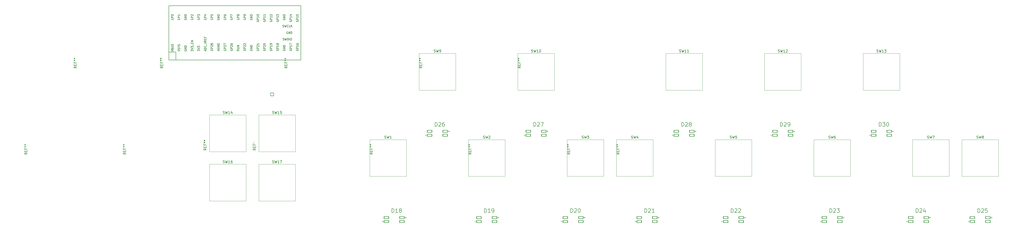
<source format=gto>
G04 #@! TF.GenerationSoftware,KiCad,Pcbnew,8.0.3*
G04 #@! TF.CreationDate,2024-07-25T17:07:34-07:00*
G04 #@! TF.ProjectId,melokey,6d656c6f-6b65-4792-9e6b-696361645f70,rev?*
G04 #@! TF.SameCoordinates,Original*
G04 #@! TF.FileFunction,Legend,Top*
G04 #@! TF.FilePolarity,Positive*
%FSLAX46Y46*%
G04 Gerber Fmt 4.6, Leading zero omitted, Abs format (unit mm)*
G04 Created by KiCad (PCBNEW 8.0.3) date 2024-07-25 17:07:34*
%MOMM*%
%LPD*%
G01*
G04 APERTURE LIST*
G04 Aperture macros list*
%AMRoundRect*
0 Rectangle with rounded corners*
0 $1 Rounding radius*
0 $2 $3 $4 $5 $6 $7 $8 $9 X,Y pos of 4 corners*
0 Add a 4 corners polygon primitive as box body*
4,1,4,$2,$3,$4,$5,$6,$7,$8,$9,$2,$3,0*
0 Add four circle primitives for the rounded corners*
1,1,$1+$1,$2,$3*
1,1,$1+$1,$4,$5*
1,1,$1+$1,$6,$7*
1,1,$1+$1,$8,$9*
0 Add four rect primitives between the rounded corners*
20,1,$1+$1,$2,$3,$4,$5,0*
20,1,$1+$1,$4,$5,$6,$7,0*
20,1,$1+$1,$6,$7,$8,$9,0*
20,1,$1+$1,$8,$9,$2,$3,0*%
G04 Aperture macros list end*
%ADD10C,0.150000*%
%ADD11C,0.120000*%
%ADD12C,0.127000*%
%ADD13C,1.750000*%
%ADD14C,4.000000*%
%ADD15C,2.500000*%
%ADD16RoundRect,0.102000X-0.900000X-0.410000X0.900000X-0.410000X0.900000X0.410000X-0.900000X0.410000X0*%
%ADD17C,3.048000*%
%ADD18C,3.987800*%
%ADD19R,1.600000X1.600000*%
%ADD20O,1.600000X1.600000*%
%ADD21RoundRect,0.102000X0.570000X-0.570000X0.570000X0.570000X-0.570000X0.570000X-0.570000X-0.570000X0*%
%ADD22C,1.344000*%
%ADD23O,1.700000X1.700000*%
%ADD24R,1.700000X1.700000*%
G04 APERTURE END LIST*
D10*
X155670417Y-164174700D02*
X155813274Y-164222319D01*
X155813274Y-164222319D02*
X156051369Y-164222319D01*
X156051369Y-164222319D02*
X156146607Y-164174700D01*
X156146607Y-164174700D02*
X156194226Y-164127080D01*
X156194226Y-164127080D02*
X156241845Y-164031842D01*
X156241845Y-164031842D02*
X156241845Y-163936604D01*
X156241845Y-163936604D02*
X156194226Y-163841366D01*
X156194226Y-163841366D02*
X156146607Y-163793747D01*
X156146607Y-163793747D02*
X156051369Y-163746128D01*
X156051369Y-163746128D02*
X155860893Y-163698509D01*
X155860893Y-163698509D02*
X155765655Y-163650890D01*
X155765655Y-163650890D02*
X155718036Y-163603271D01*
X155718036Y-163603271D02*
X155670417Y-163508033D01*
X155670417Y-163508033D02*
X155670417Y-163412795D01*
X155670417Y-163412795D02*
X155718036Y-163317557D01*
X155718036Y-163317557D02*
X155765655Y-163269938D01*
X155765655Y-163269938D02*
X155860893Y-163222319D01*
X155860893Y-163222319D02*
X156098988Y-163222319D01*
X156098988Y-163222319D02*
X156241845Y-163269938D01*
X156575179Y-163222319D02*
X156813274Y-164222319D01*
X156813274Y-164222319D02*
X157003750Y-163508033D01*
X157003750Y-163508033D02*
X157194226Y-164222319D01*
X157194226Y-164222319D02*
X157432322Y-163222319D01*
X157860893Y-164222319D02*
X158051369Y-164222319D01*
X158051369Y-164222319D02*
X158146607Y-164174700D01*
X158146607Y-164174700D02*
X158194226Y-164127080D01*
X158194226Y-164127080D02*
X158289464Y-163984223D01*
X158289464Y-163984223D02*
X158337083Y-163793747D01*
X158337083Y-163793747D02*
X158337083Y-163412795D01*
X158337083Y-163412795D02*
X158289464Y-163317557D01*
X158289464Y-163317557D02*
X158241845Y-163269938D01*
X158241845Y-163269938D02*
X158146607Y-163222319D01*
X158146607Y-163222319D02*
X157956131Y-163222319D01*
X157956131Y-163222319D02*
X157860893Y-163269938D01*
X157860893Y-163269938D02*
X157813274Y-163317557D01*
X157813274Y-163317557D02*
X157765655Y-163412795D01*
X157765655Y-163412795D02*
X157765655Y-163650890D01*
X157765655Y-163650890D02*
X157813274Y-163746128D01*
X157813274Y-163746128D02*
X157860893Y-163793747D01*
X157860893Y-163793747D02*
X157956131Y-163841366D01*
X157956131Y-163841366D02*
X158146607Y-163841366D01*
X158146607Y-163841366D02*
X158241845Y-163793747D01*
X158241845Y-163793747D02*
X158289464Y-163746128D01*
X158289464Y-163746128D02*
X158337083Y-163650890D01*
X93281726Y-207037200D02*
X93424583Y-207084819D01*
X93424583Y-207084819D02*
X93662678Y-207084819D01*
X93662678Y-207084819D02*
X93757916Y-207037200D01*
X93757916Y-207037200D02*
X93805535Y-206989580D01*
X93805535Y-206989580D02*
X93853154Y-206894342D01*
X93853154Y-206894342D02*
X93853154Y-206799104D01*
X93853154Y-206799104D02*
X93805535Y-206703866D01*
X93805535Y-206703866D02*
X93757916Y-206656247D01*
X93757916Y-206656247D02*
X93662678Y-206608628D01*
X93662678Y-206608628D02*
X93472202Y-206561009D01*
X93472202Y-206561009D02*
X93376964Y-206513390D01*
X93376964Y-206513390D02*
X93329345Y-206465771D01*
X93329345Y-206465771D02*
X93281726Y-206370533D01*
X93281726Y-206370533D02*
X93281726Y-206275295D01*
X93281726Y-206275295D02*
X93329345Y-206180057D01*
X93329345Y-206180057D02*
X93376964Y-206132438D01*
X93376964Y-206132438D02*
X93472202Y-206084819D01*
X93472202Y-206084819D02*
X93710297Y-206084819D01*
X93710297Y-206084819D02*
X93853154Y-206132438D01*
X94186488Y-206084819D02*
X94424583Y-207084819D01*
X94424583Y-207084819D02*
X94615059Y-206370533D01*
X94615059Y-206370533D02*
X94805535Y-207084819D01*
X94805535Y-207084819D02*
X95043631Y-206084819D01*
X95948392Y-207084819D02*
X95376964Y-207084819D01*
X95662678Y-207084819D02*
X95662678Y-206084819D01*
X95662678Y-206084819D02*
X95567440Y-206227676D01*
X95567440Y-206227676D02*
X95472202Y-206322914D01*
X95472202Y-206322914D02*
X95376964Y-206370533D01*
X96281726Y-206084819D02*
X96948392Y-206084819D01*
X96948392Y-206084819D02*
X96519821Y-207084819D01*
X365624821Y-226215138D02*
X365624821Y-224715138D01*
X365624821Y-224715138D02*
X365981964Y-224715138D01*
X365981964Y-224715138D02*
X366196250Y-224786567D01*
X366196250Y-224786567D02*
X366339107Y-224929424D01*
X366339107Y-224929424D02*
X366410536Y-225072281D01*
X366410536Y-225072281D02*
X366481964Y-225357995D01*
X366481964Y-225357995D02*
X366481964Y-225572281D01*
X366481964Y-225572281D02*
X366410536Y-225857995D01*
X366410536Y-225857995D02*
X366339107Y-226000852D01*
X366339107Y-226000852D02*
X366196250Y-226143710D01*
X366196250Y-226143710D02*
X365981964Y-226215138D01*
X365981964Y-226215138D02*
X365624821Y-226215138D01*
X367053393Y-224857995D02*
X367124821Y-224786567D01*
X367124821Y-224786567D02*
X367267679Y-224715138D01*
X367267679Y-224715138D02*
X367624821Y-224715138D01*
X367624821Y-224715138D02*
X367767679Y-224786567D01*
X367767679Y-224786567D02*
X367839107Y-224857995D01*
X367839107Y-224857995D02*
X367910536Y-225000852D01*
X367910536Y-225000852D02*
X367910536Y-225143710D01*
X367910536Y-225143710D02*
X367839107Y-225357995D01*
X367839107Y-225357995D02*
X366981964Y-226215138D01*
X366981964Y-226215138D02*
X367910536Y-226215138D01*
X369267678Y-224715138D02*
X368553392Y-224715138D01*
X368553392Y-224715138D02*
X368481964Y-225429424D01*
X368481964Y-225429424D02*
X368553392Y-225357995D01*
X368553392Y-225357995D02*
X368696250Y-225286567D01*
X368696250Y-225286567D02*
X369053392Y-225286567D01*
X369053392Y-225286567D02*
X369196250Y-225357995D01*
X369196250Y-225357995D02*
X369267678Y-225429424D01*
X369267678Y-225429424D02*
X369339107Y-225572281D01*
X369339107Y-225572281D02*
X369339107Y-225929424D01*
X369339107Y-225929424D02*
X369267678Y-226072281D01*
X369267678Y-226072281D02*
X369196250Y-226143710D01*
X369196250Y-226143710D02*
X369053392Y-226215138D01*
X369053392Y-226215138D02*
X368696250Y-226215138D01*
X368696250Y-226215138D02*
X368553392Y-226143710D01*
X368553392Y-226143710D02*
X368481964Y-226072281D01*
X365220417Y-197512200D02*
X365363274Y-197559819D01*
X365363274Y-197559819D02*
X365601369Y-197559819D01*
X365601369Y-197559819D02*
X365696607Y-197512200D01*
X365696607Y-197512200D02*
X365744226Y-197464580D01*
X365744226Y-197464580D02*
X365791845Y-197369342D01*
X365791845Y-197369342D02*
X365791845Y-197274104D01*
X365791845Y-197274104D02*
X365744226Y-197178866D01*
X365744226Y-197178866D02*
X365696607Y-197131247D01*
X365696607Y-197131247D02*
X365601369Y-197083628D01*
X365601369Y-197083628D02*
X365410893Y-197036009D01*
X365410893Y-197036009D02*
X365315655Y-196988390D01*
X365315655Y-196988390D02*
X365268036Y-196940771D01*
X365268036Y-196940771D02*
X365220417Y-196845533D01*
X365220417Y-196845533D02*
X365220417Y-196750295D01*
X365220417Y-196750295D02*
X365268036Y-196655057D01*
X365268036Y-196655057D02*
X365315655Y-196607438D01*
X365315655Y-196607438D02*
X365410893Y-196559819D01*
X365410893Y-196559819D02*
X365648988Y-196559819D01*
X365648988Y-196559819D02*
X365791845Y-196607438D01*
X366125179Y-196559819D02*
X366363274Y-197559819D01*
X366363274Y-197559819D02*
X366553750Y-196845533D01*
X366553750Y-196845533D02*
X366744226Y-197559819D01*
X366744226Y-197559819D02*
X366982322Y-196559819D01*
X367506131Y-196988390D02*
X367410893Y-196940771D01*
X367410893Y-196940771D02*
X367363274Y-196893152D01*
X367363274Y-196893152D02*
X367315655Y-196797914D01*
X367315655Y-196797914D02*
X367315655Y-196750295D01*
X367315655Y-196750295D02*
X367363274Y-196655057D01*
X367363274Y-196655057D02*
X367410893Y-196607438D01*
X367410893Y-196607438D02*
X367506131Y-196559819D01*
X367506131Y-196559819D02*
X367696607Y-196559819D01*
X367696607Y-196559819D02*
X367791845Y-196607438D01*
X367791845Y-196607438D02*
X367839464Y-196655057D01*
X367839464Y-196655057D02*
X367887083Y-196750295D01*
X367887083Y-196750295D02*
X367887083Y-196797914D01*
X367887083Y-196797914D02*
X367839464Y-196893152D01*
X367839464Y-196893152D02*
X367791845Y-196940771D01*
X367791845Y-196940771D02*
X367696607Y-196988390D01*
X367696607Y-196988390D02*
X367506131Y-196988390D01*
X367506131Y-196988390D02*
X367410893Y-197036009D01*
X367410893Y-197036009D02*
X367363274Y-197083628D01*
X367363274Y-197083628D02*
X367315655Y-197178866D01*
X367315655Y-197178866D02*
X367315655Y-197369342D01*
X367315655Y-197369342D02*
X367363274Y-197464580D01*
X367363274Y-197464580D02*
X367410893Y-197512200D01*
X367410893Y-197512200D02*
X367506131Y-197559819D01*
X367506131Y-197559819D02*
X367696607Y-197559819D01*
X367696607Y-197559819D02*
X367791845Y-197512200D01*
X367791845Y-197512200D02*
X367839464Y-197464580D01*
X367839464Y-197464580D02*
X367887083Y-197369342D01*
X367887083Y-197369342D02*
X367887083Y-197178866D01*
X367887083Y-197178866D02*
X367839464Y-197083628D01*
X367839464Y-197083628D02*
X367791845Y-197036009D01*
X367791845Y-197036009D02*
X367696607Y-196988390D01*
X208462321Y-226215138D02*
X208462321Y-224715138D01*
X208462321Y-224715138D02*
X208819464Y-224715138D01*
X208819464Y-224715138D02*
X209033750Y-224786567D01*
X209033750Y-224786567D02*
X209176607Y-224929424D01*
X209176607Y-224929424D02*
X209248036Y-225072281D01*
X209248036Y-225072281D02*
X209319464Y-225357995D01*
X209319464Y-225357995D02*
X209319464Y-225572281D01*
X209319464Y-225572281D02*
X209248036Y-225857995D01*
X209248036Y-225857995D02*
X209176607Y-226000852D01*
X209176607Y-226000852D02*
X209033750Y-226143710D01*
X209033750Y-226143710D02*
X208819464Y-226215138D01*
X208819464Y-226215138D02*
X208462321Y-226215138D01*
X209890893Y-224857995D02*
X209962321Y-224786567D01*
X209962321Y-224786567D02*
X210105179Y-224715138D01*
X210105179Y-224715138D02*
X210462321Y-224715138D01*
X210462321Y-224715138D02*
X210605179Y-224786567D01*
X210605179Y-224786567D02*
X210676607Y-224857995D01*
X210676607Y-224857995D02*
X210748036Y-225000852D01*
X210748036Y-225000852D02*
X210748036Y-225143710D01*
X210748036Y-225143710D02*
X210676607Y-225357995D01*
X210676607Y-225357995D02*
X209819464Y-226215138D01*
X209819464Y-226215138D02*
X210748036Y-226215138D01*
X211676607Y-224715138D02*
X211819464Y-224715138D01*
X211819464Y-224715138D02*
X211962321Y-224786567D01*
X211962321Y-224786567D02*
X212033750Y-224857995D01*
X212033750Y-224857995D02*
X212105178Y-225000852D01*
X212105178Y-225000852D02*
X212176607Y-225286567D01*
X212176607Y-225286567D02*
X212176607Y-225643710D01*
X212176607Y-225643710D02*
X212105178Y-225929424D01*
X212105178Y-225929424D02*
X212033750Y-226072281D01*
X212033750Y-226072281D02*
X211962321Y-226143710D01*
X211962321Y-226143710D02*
X211819464Y-226215138D01*
X211819464Y-226215138D02*
X211676607Y-226215138D01*
X211676607Y-226215138D02*
X211533750Y-226143710D01*
X211533750Y-226143710D02*
X211462321Y-226072281D01*
X211462321Y-226072281D02*
X211390892Y-225929424D01*
X211390892Y-225929424D02*
X211319464Y-225643710D01*
X211319464Y-225643710D02*
X211319464Y-225286567D01*
X211319464Y-225286567D02*
X211390892Y-225000852D01*
X211390892Y-225000852D02*
X211462321Y-224857995D01*
X211462321Y-224857995D02*
X211533750Y-224786567D01*
X211533750Y-224786567D02*
X211676607Y-224715138D01*
X289424821Y-192877638D02*
X289424821Y-191377638D01*
X289424821Y-191377638D02*
X289781964Y-191377638D01*
X289781964Y-191377638D02*
X289996250Y-191449067D01*
X289996250Y-191449067D02*
X290139107Y-191591924D01*
X290139107Y-191591924D02*
X290210536Y-191734781D01*
X290210536Y-191734781D02*
X290281964Y-192020495D01*
X290281964Y-192020495D02*
X290281964Y-192234781D01*
X290281964Y-192234781D02*
X290210536Y-192520495D01*
X290210536Y-192520495D02*
X290139107Y-192663352D01*
X290139107Y-192663352D02*
X289996250Y-192806210D01*
X289996250Y-192806210D02*
X289781964Y-192877638D01*
X289781964Y-192877638D02*
X289424821Y-192877638D01*
X290853393Y-191520495D02*
X290924821Y-191449067D01*
X290924821Y-191449067D02*
X291067679Y-191377638D01*
X291067679Y-191377638D02*
X291424821Y-191377638D01*
X291424821Y-191377638D02*
X291567679Y-191449067D01*
X291567679Y-191449067D02*
X291639107Y-191520495D01*
X291639107Y-191520495D02*
X291710536Y-191663352D01*
X291710536Y-191663352D02*
X291710536Y-191806210D01*
X291710536Y-191806210D02*
X291639107Y-192020495D01*
X291639107Y-192020495D02*
X290781964Y-192877638D01*
X290781964Y-192877638D02*
X291710536Y-192877638D01*
X292424821Y-192877638D02*
X292710535Y-192877638D01*
X292710535Y-192877638D02*
X292853392Y-192806210D01*
X292853392Y-192806210D02*
X292924821Y-192734781D01*
X292924821Y-192734781D02*
X293067678Y-192520495D01*
X293067678Y-192520495D02*
X293139107Y-192234781D01*
X293139107Y-192234781D02*
X293139107Y-191663352D01*
X293139107Y-191663352D02*
X293067678Y-191520495D01*
X293067678Y-191520495D02*
X292996250Y-191449067D01*
X292996250Y-191449067D02*
X292853392Y-191377638D01*
X292853392Y-191377638D02*
X292567678Y-191377638D01*
X292567678Y-191377638D02*
X292424821Y-191449067D01*
X292424821Y-191449067D02*
X292353392Y-191520495D01*
X292353392Y-191520495D02*
X292281964Y-191663352D01*
X292281964Y-191663352D02*
X292281964Y-192020495D01*
X292281964Y-192020495D02*
X292353392Y-192163352D01*
X292353392Y-192163352D02*
X292424821Y-192234781D01*
X292424821Y-192234781D02*
X292567678Y-192306210D01*
X292567678Y-192306210D02*
X292853392Y-192306210D01*
X292853392Y-192306210D02*
X292996250Y-192234781D01*
X292996250Y-192234781D02*
X293067678Y-192163352D01*
X293067678Y-192163352D02*
X293139107Y-192020495D01*
X208156069Y-203063333D02*
X207679878Y-203396666D01*
X208156069Y-203634761D02*
X207156069Y-203634761D01*
X207156069Y-203634761D02*
X207156069Y-203253809D01*
X207156069Y-203253809D02*
X207203688Y-203158571D01*
X207203688Y-203158571D02*
X207251307Y-203110952D01*
X207251307Y-203110952D02*
X207346545Y-203063333D01*
X207346545Y-203063333D02*
X207489402Y-203063333D01*
X207489402Y-203063333D02*
X207584640Y-203110952D01*
X207584640Y-203110952D02*
X207632259Y-203158571D01*
X207632259Y-203158571D02*
X207679878Y-203253809D01*
X207679878Y-203253809D02*
X207679878Y-203634761D01*
X207632259Y-202634761D02*
X207632259Y-202301428D01*
X208156069Y-202158571D02*
X208156069Y-202634761D01*
X208156069Y-202634761D02*
X207156069Y-202634761D01*
X207156069Y-202634761D02*
X207156069Y-202158571D01*
X207632259Y-201396666D02*
X207632259Y-201729999D01*
X208156069Y-201729999D02*
X207156069Y-201729999D01*
X207156069Y-201729999D02*
X207156069Y-201253809D01*
X207156069Y-200729999D02*
X207394164Y-200729999D01*
X207298926Y-200968094D02*
X207394164Y-200729999D01*
X207394164Y-200729999D02*
X207298926Y-200491904D01*
X207584640Y-200872856D02*
X207394164Y-200729999D01*
X207394164Y-200729999D02*
X207584640Y-200587142D01*
X207156069Y-199968094D02*
X207394164Y-199968094D01*
X207298926Y-200206189D02*
X207394164Y-199968094D01*
X207394164Y-199968094D02*
X207298926Y-199729999D01*
X207584640Y-200110951D02*
X207394164Y-199968094D01*
X207394164Y-199968094D02*
X207584640Y-199825237D01*
X189106069Y-169725833D02*
X188629878Y-170059166D01*
X189106069Y-170297261D02*
X188106069Y-170297261D01*
X188106069Y-170297261D02*
X188106069Y-169916309D01*
X188106069Y-169916309D02*
X188153688Y-169821071D01*
X188153688Y-169821071D02*
X188201307Y-169773452D01*
X188201307Y-169773452D02*
X188296545Y-169725833D01*
X188296545Y-169725833D02*
X188439402Y-169725833D01*
X188439402Y-169725833D02*
X188534640Y-169773452D01*
X188534640Y-169773452D02*
X188582259Y-169821071D01*
X188582259Y-169821071D02*
X188629878Y-169916309D01*
X188629878Y-169916309D02*
X188629878Y-170297261D01*
X188582259Y-169297261D02*
X188582259Y-168963928D01*
X189106069Y-168821071D02*
X189106069Y-169297261D01*
X189106069Y-169297261D02*
X188106069Y-169297261D01*
X188106069Y-169297261D02*
X188106069Y-168821071D01*
X188582259Y-168059166D02*
X188582259Y-168392499D01*
X189106069Y-168392499D02*
X188106069Y-168392499D01*
X188106069Y-168392499D02*
X188106069Y-167916309D01*
X188106069Y-167392499D02*
X188344164Y-167392499D01*
X188248926Y-167630594D02*
X188344164Y-167392499D01*
X188344164Y-167392499D02*
X188248926Y-167154404D01*
X188534640Y-167535356D02*
X188344164Y-167392499D01*
X188344164Y-167392499D02*
X188534640Y-167249642D01*
X188106069Y-166630594D02*
X188344164Y-166630594D01*
X188248926Y-166868689D02*
X188344164Y-166630594D01*
X188344164Y-166630594D02*
X188248926Y-166392499D01*
X188534640Y-166773451D02*
X188344164Y-166630594D01*
X188344164Y-166630594D02*
X188534640Y-166487737D01*
X36706069Y-203063333D02*
X36229878Y-203396666D01*
X36706069Y-203634761D02*
X35706069Y-203634761D01*
X35706069Y-203634761D02*
X35706069Y-203253809D01*
X35706069Y-203253809D02*
X35753688Y-203158571D01*
X35753688Y-203158571D02*
X35801307Y-203110952D01*
X35801307Y-203110952D02*
X35896545Y-203063333D01*
X35896545Y-203063333D02*
X36039402Y-203063333D01*
X36039402Y-203063333D02*
X36134640Y-203110952D01*
X36134640Y-203110952D02*
X36182259Y-203158571D01*
X36182259Y-203158571D02*
X36229878Y-203253809D01*
X36229878Y-203253809D02*
X36229878Y-203634761D01*
X36182259Y-202634761D02*
X36182259Y-202301428D01*
X36706069Y-202158571D02*
X36706069Y-202634761D01*
X36706069Y-202634761D02*
X35706069Y-202634761D01*
X35706069Y-202634761D02*
X35706069Y-202158571D01*
X36182259Y-201396666D02*
X36182259Y-201729999D01*
X36706069Y-201729999D02*
X35706069Y-201729999D01*
X35706069Y-201729999D02*
X35706069Y-201253809D01*
X35706069Y-200729999D02*
X35944164Y-200729999D01*
X35848926Y-200968094D02*
X35944164Y-200729999D01*
X35944164Y-200729999D02*
X35848926Y-200491904D01*
X36134640Y-200872856D02*
X35944164Y-200729999D01*
X35944164Y-200729999D02*
X36134640Y-200587142D01*
X35706069Y-199968094D02*
X35944164Y-199968094D01*
X35848926Y-200206189D02*
X35944164Y-199968094D01*
X35944164Y-199968094D02*
X35848926Y-199729999D01*
X36134640Y-200110951D02*
X35944164Y-199968094D01*
X35944164Y-199968094D02*
X36134640Y-199825237D01*
X174720417Y-197512200D02*
X174863274Y-197559819D01*
X174863274Y-197559819D02*
X175101369Y-197559819D01*
X175101369Y-197559819D02*
X175196607Y-197512200D01*
X175196607Y-197512200D02*
X175244226Y-197464580D01*
X175244226Y-197464580D02*
X175291845Y-197369342D01*
X175291845Y-197369342D02*
X175291845Y-197274104D01*
X175291845Y-197274104D02*
X175244226Y-197178866D01*
X175244226Y-197178866D02*
X175196607Y-197131247D01*
X175196607Y-197131247D02*
X175101369Y-197083628D01*
X175101369Y-197083628D02*
X174910893Y-197036009D01*
X174910893Y-197036009D02*
X174815655Y-196988390D01*
X174815655Y-196988390D02*
X174768036Y-196940771D01*
X174768036Y-196940771D02*
X174720417Y-196845533D01*
X174720417Y-196845533D02*
X174720417Y-196750295D01*
X174720417Y-196750295D02*
X174768036Y-196655057D01*
X174768036Y-196655057D02*
X174815655Y-196607438D01*
X174815655Y-196607438D02*
X174910893Y-196559819D01*
X174910893Y-196559819D02*
X175148988Y-196559819D01*
X175148988Y-196559819D02*
X175291845Y-196607438D01*
X175625179Y-196559819D02*
X175863274Y-197559819D01*
X175863274Y-197559819D02*
X176053750Y-196845533D01*
X176053750Y-196845533D02*
X176244226Y-197559819D01*
X176244226Y-197559819D02*
X176482322Y-196559819D01*
X176815655Y-196655057D02*
X176863274Y-196607438D01*
X176863274Y-196607438D02*
X176958512Y-196559819D01*
X176958512Y-196559819D02*
X177196607Y-196559819D01*
X177196607Y-196559819D02*
X177291845Y-196607438D01*
X177291845Y-196607438D02*
X177339464Y-196655057D01*
X177339464Y-196655057D02*
X177387083Y-196750295D01*
X177387083Y-196750295D02*
X177387083Y-196845533D01*
X177387083Y-196845533D02*
X177339464Y-196988390D01*
X177339464Y-196988390D02*
X176768036Y-197559819D01*
X176768036Y-197559819D02*
X177387083Y-197559819D01*
X326644226Y-164174700D02*
X326787083Y-164222319D01*
X326787083Y-164222319D02*
X327025178Y-164222319D01*
X327025178Y-164222319D02*
X327120416Y-164174700D01*
X327120416Y-164174700D02*
X327168035Y-164127080D01*
X327168035Y-164127080D02*
X327215654Y-164031842D01*
X327215654Y-164031842D02*
X327215654Y-163936604D01*
X327215654Y-163936604D02*
X327168035Y-163841366D01*
X327168035Y-163841366D02*
X327120416Y-163793747D01*
X327120416Y-163793747D02*
X327025178Y-163746128D01*
X327025178Y-163746128D02*
X326834702Y-163698509D01*
X326834702Y-163698509D02*
X326739464Y-163650890D01*
X326739464Y-163650890D02*
X326691845Y-163603271D01*
X326691845Y-163603271D02*
X326644226Y-163508033D01*
X326644226Y-163508033D02*
X326644226Y-163412795D01*
X326644226Y-163412795D02*
X326691845Y-163317557D01*
X326691845Y-163317557D02*
X326739464Y-163269938D01*
X326739464Y-163269938D02*
X326834702Y-163222319D01*
X326834702Y-163222319D02*
X327072797Y-163222319D01*
X327072797Y-163222319D02*
X327215654Y-163269938D01*
X327548988Y-163222319D02*
X327787083Y-164222319D01*
X327787083Y-164222319D02*
X327977559Y-163508033D01*
X327977559Y-163508033D02*
X328168035Y-164222319D01*
X328168035Y-164222319D02*
X328406131Y-163222319D01*
X329310892Y-164222319D02*
X328739464Y-164222319D01*
X329025178Y-164222319D02*
X329025178Y-163222319D01*
X329025178Y-163222319D02*
X328929940Y-163365176D01*
X328929940Y-163365176D02*
X328834702Y-163460414D01*
X328834702Y-163460414D02*
X328739464Y-163508033D01*
X329644226Y-163222319D02*
X330263273Y-163222319D01*
X330263273Y-163222319D02*
X329929940Y-163603271D01*
X329929940Y-163603271D02*
X330072797Y-163603271D01*
X330072797Y-163603271D02*
X330168035Y-163650890D01*
X330168035Y-163650890D02*
X330215654Y-163698509D01*
X330215654Y-163698509D02*
X330263273Y-163793747D01*
X330263273Y-163793747D02*
X330263273Y-164031842D01*
X330263273Y-164031842D02*
X330215654Y-164127080D01*
X330215654Y-164127080D02*
X330168035Y-164174700D01*
X330168035Y-164174700D02*
X330072797Y-164222319D01*
X330072797Y-164222319D02*
X329787083Y-164222319D01*
X329787083Y-164222319D02*
X329691845Y-164174700D01*
X329691845Y-164174700D02*
X329644226Y-164127080D01*
X237037321Y-226215138D02*
X237037321Y-224715138D01*
X237037321Y-224715138D02*
X237394464Y-224715138D01*
X237394464Y-224715138D02*
X237608750Y-224786567D01*
X237608750Y-224786567D02*
X237751607Y-224929424D01*
X237751607Y-224929424D02*
X237823036Y-225072281D01*
X237823036Y-225072281D02*
X237894464Y-225357995D01*
X237894464Y-225357995D02*
X237894464Y-225572281D01*
X237894464Y-225572281D02*
X237823036Y-225857995D01*
X237823036Y-225857995D02*
X237751607Y-226000852D01*
X237751607Y-226000852D02*
X237608750Y-226143710D01*
X237608750Y-226143710D02*
X237394464Y-226215138D01*
X237394464Y-226215138D02*
X237037321Y-226215138D01*
X238465893Y-224857995D02*
X238537321Y-224786567D01*
X238537321Y-224786567D02*
X238680179Y-224715138D01*
X238680179Y-224715138D02*
X239037321Y-224715138D01*
X239037321Y-224715138D02*
X239180179Y-224786567D01*
X239180179Y-224786567D02*
X239251607Y-224857995D01*
X239251607Y-224857995D02*
X239323036Y-225000852D01*
X239323036Y-225000852D02*
X239323036Y-225143710D01*
X239323036Y-225143710D02*
X239251607Y-225357995D01*
X239251607Y-225357995D02*
X238394464Y-226215138D01*
X238394464Y-226215138D02*
X239323036Y-226215138D01*
X240751607Y-226215138D02*
X239894464Y-226215138D01*
X240323035Y-226215138D02*
X240323035Y-224715138D01*
X240323035Y-224715138D02*
X240180178Y-224929424D01*
X240180178Y-224929424D02*
X240037321Y-225072281D01*
X240037321Y-225072281D02*
X239894464Y-225143710D01*
X327524821Y-192877638D02*
X327524821Y-191377638D01*
X327524821Y-191377638D02*
X327881964Y-191377638D01*
X327881964Y-191377638D02*
X328096250Y-191449067D01*
X328096250Y-191449067D02*
X328239107Y-191591924D01*
X328239107Y-191591924D02*
X328310536Y-191734781D01*
X328310536Y-191734781D02*
X328381964Y-192020495D01*
X328381964Y-192020495D02*
X328381964Y-192234781D01*
X328381964Y-192234781D02*
X328310536Y-192520495D01*
X328310536Y-192520495D02*
X328239107Y-192663352D01*
X328239107Y-192663352D02*
X328096250Y-192806210D01*
X328096250Y-192806210D02*
X327881964Y-192877638D01*
X327881964Y-192877638D02*
X327524821Y-192877638D01*
X328881964Y-191377638D02*
X329810536Y-191377638D01*
X329810536Y-191377638D02*
X329310536Y-191949067D01*
X329310536Y-191949067D02*
X329524821Y-191949067D01*
X329524821Y-191949067D02*
X329667679Y-192020495D01*
X329667679Y-192020495D02*
X329739107Y-192091924D01*
X329739107Y-192091924D02*
X329810536Y-192234781D01*
X329810536Y-192234781D02*
X329810536Y-192591924D01*
X329810536Y-192591924D02*
X329739107Y-192734781D01*
X329739107Y-192734781D02*
X329667679Y-192806210D01*
X329667679Y-192806210D02*
X329524821Y-192877638D01*
X329524821Y-192877638D02*
X329096250Y-192877638D01*
X329096250Y-192877638D02*
X328953393Y-192806210D01*
X328953393Y-192806210D02*
X328881964Y-192734781D01*
X330739107Y-191377638D02*
X330881964Y-191377638D01*
X330881964Y-191377638D02*
X331024821Y-191449067D01*
X331024821Y-191449067D02*
X331096250Y-191520495D01*
X331096250Y-191520495D02*
X331167678Y-191663352D01*
X331167678Y-191663352D02*
X331239107Y-191949067D01*
X331239107Y-191949067D02*
X331239107Y-192306210D01*
X331239107Y-192306210D02*
X331167678Y-192591924D01*
X331167678Y-192591924D02*
X331096250Y-192734781D01*
X331096250Y-192734781D02*
X331024821Y-192806210D01*
X331024821Y-192806210D02*
X330881964Y-192877638D01*
X330881964Y-192877638D02*
X330739107Y-192877638D01*
X330739107Y-192877638D02*
X330596250Y-192806210D01*
X330596250Y-192806210D02*
X330524821Y-192734781D01*
X330524821Y-192734781D02*
X330453392Y-192591924D01*
X330453392Y-192591924D02*
X330381964Y-192306210D01*
X330381964Y-192306210D02*
X330381964Y-191949067D01*
X330381964Y-191949067D02*
X330453392Y-191663352D01*
X330453392Y-191663352D02*
X330524821Y-191520495D01*
X330524821Y-191520495D02*
X330596250Y-191449067D01*
X330596250Y-191449067D02*
X330739107Y-191377638D01*
X193294226Y-164174700D02*
X193437083Y-164222319D01*
X193437083Y-164222319D02*
X193675178Y-164222319D01*
X193675178Y-164222319D02*
X193770416Y-164174700D01*
X193770416Y-164174700D02*
X193818035Y-164127080D01*
X193818035Y-164127080D02*
X193865654Y-164031842D01*
X193865654Y-164031842D02*
X193865654Y-163936604D01*
X193865654Y-163936604D02*
X193818035Y-163841366D01*
X193818035Y-163841366D02*
X193770416Y-163793747D01*
X193770416Y-163793747D02*
X193675178Y-163746128D01*
X193675178Y-163746128D02*
X193484702Y-163698509D01*
X193484702Y-163698509D02*
X193389464Y-163650890D01*
X193389464Y-163650890D02*
X193341845Y-163603271D01*
X193341845Y-163603271D02*
X193294226Y-163508033D01*
X193294226Y-163508033D02*
X193294226Y-163412795D01*
X193294226Y-163412795D02*
X193341845Y-163317557D01*
X193341845Y-163317557D02*
X193389464Y-163269938D01*
X193389464Y-163269938D02*
X193484702Y-163222319D01*
X193484702Y-163222319D02*
X193722797Y-163222319D01*
X193722797Y-163222319D02*
X193865654Y-163269938D01*
X194198988Y-163222319D02*
X194437083Y-164222319D01*
X194437083Y-164222319D02*
X194627559Y-163508033D01*
X194627559Y-163508033D02*
X194818035Y-164222319D01*
X194818035Y-164222319D02*
X195056131Y-163222319D01*
X195960892Y-164222319D02*
X195389464Y-164222319D01*
X195675178Y-164222319D02*
X195675178Y-163222319D01*
X195675178Y-163222319D02*
X195579940Y-163365176D01*
X195579940Y-163365176D02*
X195484702Y-163460414D01*
X195484702Y-163460414D02*
X195389464Y-163508033D01*
X196579940Y-163222319D02*
X196675178Y-163222319D01*
X196675178Y-163222319D02*
X196770416Y-163269938D01*
X196770416Y-163269938D02*
X196818035Y-163317557D01*
X196818035Y-163317557D02*
X196865654Y-163412795D01*
X196865654Y-163412795D02*
X196913273Y-163603271D01*
X196913273Y-163603271D02*
X196913273Y-163841366D01*
X196913273Y-163841366D02*
X196865654Y-164031842D01*
X196865654Y-164031842D02*
X196818035Y-164127080D01*
X196818035Y-164127080D02*
X196770416Y-164174700D01*
X196770416Y-164174700D02*
X196675178Y-164222319D01*
X196675178Y-164222319D02*
X196579940Y-164222319D01*
X196579940Y-164222319D02*
X196484702Y-164174700D01*
X196484702Y-164174700D02*
X196437083Y-164127080D01*
X196437083Y-164127080D02*
X196389464Y-164031842D01*
X196389464Y-164031842D02*
X196341845Y-163841366D01*
X196341845Y-163841366D02*
X196341845Y-163603271D01*
X196341845Y-163603271D02*
X196389464Y-163412795D01*
X196389464Y-163412795D02*
X196437083Y-163317557D01*
X196437083Y-163317557D02*
X196484702Y-163269938D01*
X196484702Y-163269938D02*
X196579940Y-163222319D01*
X170056069Y-203063333D02*
X169579878Y-203396666D01*
X170056069Y-203634761D02*
X169056069Y-203634761D01*
X169056069Y-203634761D02*
X169056069Y-203253809D01*
X169056069Y-203253809D02*
X169103688Y-203158571D01*
X169103688Y-203158571D02*
X169151307Y-203110952D01*
X169151307Y-203110952D02*
X169246545Y-203063333D01*
X169246545Y-203063333D02*
X169389402Y-203063333D01*
X169389402Y-203063333D02*
X169484640Y-203110952D01*
X169484640Y-203110952D02*
X169532259Y-203158571D01*
X169532259Y-203158571D02*
X169579878Y-203253809D01*
X169579878Y-203253809D02*
X169579878Y-203634761D01*
X169532259Y-202634761D02*
X169532259Y-202301428D01*
X170056069Y-202158571D02*
X170056069Y-202634761D01*
X170056069Y-202634761D02*
X169056069Y-202634761D01*
X169056069Y-202634761D02*
X169056069Y-202158571D01*
X169532259Y-201396666D02*
X169532259Y-201729999D01*
X170056069Y-201729999D02*
X169056069Y-201729999D01*
X169056069Y-201729999D02*
X169056069Y-201253809D01*
X169056069Y-200729999D02*
X169294164Y-200729999D01*
X169198926Y-200968094D02*
X169294164Y-200729999D01*
X169294164Y-200729999D02*
X169198926Y-200491904D01*
X169484640Y-200872856D02*
X169294164Y-200729999D01*
X169294164Y-200729999D02*
X169484640Y-200587142D01*
X169056069Y-199968094D02*
X169294164Y-199968094D01*
X169198926Y-200206189D02*
X169294164Y-199968094D01*
X169294164Y-199968094D02*
X169198926Y-199729999D01*
X169484640Y-200110951D02*
X169294164Y-199968094D01*
X169294164Y-199968094D02*
X169484640Y-199825237D01*
X131956069Y-203063333D02*
X131479878Y-203396666D01*
X131956069Y-203634761D02*
X130956069Y-203634761D01*
X130956069Y-203634761D02*
X130956069Y-203253809D01*
X130956069Y-203253809D02*
X131003688Y-203158571D01*
X131003688Y-203158571D02*
X131051307Y-203110952D01*
X131051307Y-203110952D02*
X131146545Y-203063333D01*
X131146545Y-203063333D02*
X131289402Y-203063333D01*
X131289402Y-203063333D02*
X131384640Y-203110952D01*
X131384640Y-203110952D02*
X131432259Y-203158571D01*
X131432259Y-203158571D02*
X131479878Y-203253809D01*
X131479878Y-203253809D02*
X131479878Y-203634761D01*
X131432259Y-202634761D02*
X131432259Y-202301428D01*
X131956069Y-202158571D02*
X131956069Y-202634761D01*
X131956069Y-202634761D02*
X130956069Y-202634761D01*
X130956069Y-202634761D02*
X130956069Y-202158571D01*
X131432259Y-201396666D02*
X131432259Y-201729999D01*
X131956069Y-201729999D02*
X130956069Y-201729999D01*
X130956069Y-201729999D02*
X130956069Y-201253809D01*
X130956069Y-200729999D02*
X131194164Y-200729999D01*
X131098926Y-200968094D02*
X131194164Y-200729999D01*
X131194164Y-200729999D02*
X131098926Y-200491904D01*
X131384640Y-200872856D02*
X131194164Y-200729999D01*
X131194164Y-200729999D02*
X131384640Y-200587142D01*
X130956069Y-199968094D02*
X131194164Y-199968094D01*
X131098926Y-200206189D02*
X131194164Y-199968094D01*
X131194164Y-199968094D02*
X131098926Y-199729999D01*
X131384640Y-200110951D02*
X131194164Y-199968094D01*
X131194164Y-199968094D02*
X131384640Y-199825237D01*
X74231726Y-207037200D02*
X74374583Y-207084819D01*
X74374583Y-207084819D02*
X74612678Y-207084819D01*
X74612678Y-207084819D02*
X74707916Y-207037200D01*
X74707916Y-207037200D02*
X74755535Y-206989580D01*
X74755535Y-206989580D02*
X74803154Y-206894342D01*
X74803154Y-206894342D02*
X74803154Y-206799104D01*
X74803154Y-206799104D02*
X74755535Y-206703866D01*
X74755535Y-206703866D02*
X74707916Y-206656247D01*
X74707916Y-206656247D02*
X74612678Y-206608628D01*
X74612678Y-206608628D02*
X74422202Y-206561009D01*
X74422202Y-206561009D02*
X74326964Y-206513390D01*
X74326964Y-206513390D02*
X74279345Y-206465771D01*
X74279345Y-206465771D02*
X74231726Y-206370533D01*
X74231726Y-206370533D02*
X74231726Y-206275295D01*
X74231726Y-206275295D02*
X74279345Y-206180057D01*
X74279345Y-206180057D02*
X74326964Y-206132438D01*
X74326964Y-206132438D02*
X74422202Y-206084819D01*
X74422202Y-206084819D02*
X74660297Y-206084819D01*
X74660297Y-206084819D02*
X74803154Y-206132438D01*
X75136488Y-206084819D02*
X75374583Y-207084819D01*
X75374583Y-207084819D02*
X75565059Y-206370533D01*
X75565059Y-206370533D02*
X75755535Y-207084819D01*
X75755535Y-207084819D02*
X75993631Y-206084819D01*
X76898392Y-207084819D02*
X76326964Y-207084819D01*
X76612678Y-207084819D02*
X76612678Y-206084819D01*
X76612678Y-206084819D02*
X76517440Y-206227676D01*
X76517440Y-206227676D02*
X76422202Y-206322914D01*
X76422202Y-206322914D02*
X76326964Y-206370533D01*
X77755535Y-206084819D02*
X77565059Y-206084819D01*
X77565059Y-206084819D02*
X77469821Y-206132438D01*
X77469821Y-206132438D02*
X77422202Y-206180057D01*
X77422202Y-206180057D02*
X77326964Y-206322914D01*
X77326964Y-206322914D02*
X77279345Y-206513390D01*
X77279345Y-206513390D02*
X77279345Y-206894342D01*
X77279345Y-206894342D02*
X77326964Y-206989580D01*
X77326964Y-206989580D02*
X77374583Y-207037200D01*
X77374583Y-207037200D02*
X77469821Y-207084819D01*
X77469821Y-207084819D02*
X77660297Y-207084819D01*
X77660297Y-207084819D02*
X77755535Y-207037200D01*
X77755535Y-207037200D02*
X77803154Y-206989580D01*
X77803154Y-206989580D02*
X77850773Y-206894342D01*
X77850773Y-206894342D02*
X77850773Y-206656247D01*
X77850773Y-206656247D02*
X77803154Y-206561009D01*
X77803154Y-206561009D02*
X77755535Y-206513390D01*
X77755535Y-206513390D02*
X77660297Y-206465771D01*
X77660297Y-206465771D02*
X77469821Y-206465771D01*
X77469821Y-206465771D02*
X77374583Y-206513390D01*
X77374583Y-206513390D02*
X77326964Y-206561009D01*
X77326964Y-206561009D02*
X77279345Y-206656247D01*
X93281726Y-187987200D02*
X93424583Y-188034819D01*
X93424583Y-188034819D02*
X93662678Y-188034819D01*
X93662678Y-188034819D02*
X93757916Y-187987200D01*
X93757916Y-187987200D02*
X93805535Y-187939580D01*
X93805535Y-187939580D02*
X93853154Y-187844342D01*
X93853154Y-187844342D02*
X93853154Y-187749104D01*
X93853154Y-187749104D02*
X93805535Y-187653866D01*
X93805535Y-187653866D02*
X93757916Y-187606247D01*
X93757916Y-187606247D02*
X93662678Y-187558628D01*
X93662678Y-187558628D02*
X93472202Y-187511009D01*
X93472202Y-187511009D02*
X93376964Y-187463390D01*
X93376964Y-187463390D02*
X93329345Y-187415771D01*
X93329345Y-187415771D02*
X93281726Y-187320533D01*
X93281726Y-187320533D02*
X93281726Y-187225295D01*
X93281726Y-187225295D02*
X93329345Y-187130057D01*
X93329345Y-187130057D02*
X93376964Y-187082438D01*
X93376964Y-187082438D02*
X93472202Y-187034819D01*
X93472202Y-187034819D02*
X93710297Y-187034819D01*
X93710297Y-187034819D02*
X93853154Y-187082438D01*
X94186488Y-187034819D02*
X94424583Y-188034819D01*
X94424583Y-188034819D02*
X94615059Y-187320533D01*
X94615059Y-187320533D02*
X94805535Y-188034819D01*
X94805535Y-188034819D02*
X95043631Y-187034819D01*
X95948392Y-188034819D02*
X95376964Y-188034819D01*
X95662678Y-188034819D02*
X95662678Y-187034819D01*
X95662678Y-187034819D02*
X95567440Y-187177676D01*
X95567440Y-187177676D02*
X95472202Y-187272914D01*
X95472202Y-187272914D02*
X95376964Y-187320533D01*
X96853154Y-187034819D02*
X96376964Y-187034819D01*
X96376964Y-187034819D02*
X96329345Y-187511009D01*
X96329345Y-187511009D02*
X96376964Y-187463390D01*
X96376964Y-187463390D02*
X96472202Y-187415771D01*
X96472202Y-187415771D02*
X96710297Y-187415771D01*
X96710297Y-187415771D02*
X96805535Y-187463390D01*
X96805535Y-187463390D02*
X96853154Y-187511009D01*
X96853154Y-187511009D02*
X96900773Y-187606247D01*
X96900773Y-187606247D02*
X96900773Y-187844342D01*
X96900773Y-187844342D02*
X96853154Y-187939580D01*
X96853154Y-187939580D02*
X96805535Y-187987200D01*
X96805535Y-187987200D02*
X96710297Y-188034819D01*
X96710297Y-188034819D02*
X96472202Y-188034819D01*
X96472202Y-188034819D02*
X96376964Y-187987200D01*
X96376964Y-187987200D02*
X96329345Y-187939580D01*
X308474821Y-226215138D02*
X308474821Y-224715138D01*
X308474821Y-224715138D02*
X308831964Y-224715138D01*
X308831964Y-224715138D02*
X309046250Y-224786567D01*
X309046250Y-224786567D02*
X309189107Y-224929424D01*
X309189107Y-224929424D02*
X309260536Y-225072281D01*
X309260536Y-225072281D02*
X309331964Y-225357995D01*
X309331964Y-225357995D02*
X309331964Y-225572281D01*
X309331964Y-225572281D02*
X309260536Y-225857995D01*
X309260536Y-225857995D02*
X309189107Y-226000852D01*
X309189107Y-226000852D02*
X309046250Y-226143710D01*
X309046250Y-226143710D02*
X308831964Y-226215138D01*
X308831964Y-226215138D02*
X308474821Y-226215138D01*
X309903393Y-224857995D02*
X309974821Y-224786567D01*
X309974821Y-224786567D02*
X310117679Y-224715138D01*
X310117679Y-224715138D02*
X310474821Y-224715138D01*
X310474821Y-224715138D02*
X310617679Y-224786567D01*
X310617679Y-224786567D02*
X310689107Y-224857995D01*
X310689107Y-224857995D02*
X310760536Y-225000852D01*
X310760536Y-225000852D02*
X310760536Y-225143710D01*
X310760536Y-225143710D02*
X310689107Y-225357995D01*
X310689107Y-225357995D02*
X309831964Y-226215138D01*
X309831964Y-226215138D02*
X310760536Y-226215138D01*
X311260535Y-224715138D02*
X312189107Y-224715138D01*
X312189107Y-224715138D02*
X311689107Y-225286567D01*
X311689107Y-225286567D02*
X311903392Y-225286567D01*
X311903392Y-225286567D02*
X312046250Y-225357995D01*
X312046250Y-225357995D02*
X312117678Y-225429424D01*
X312117678Y-225429424D02*
X312189107Y-225572281D01*
X312189107Y-225572281D02*
X312189107Y-225929424D01*
X312189107Y-225929424D02*
X312117678Y-226072281D01*
X312117678Y-226072281D02*
X312046250Y-226143710D01*
X312046250Y-226143710D02*
X311903392Y-226215138D01*
X311903392Y-226215138D02*
X311474821Y-226215138D01*
X311474821Y-226215138D02*
X311331964Y-226143710D01*
X311331964Y-226143710D02*
X311260535Y-226072281D01*
X288544226Y-164174700D02*
X288687083Y-164222319D01*
X288687083Y-164222319D02*
X288925178Y-164222319D01*
X288925178Y-164222319D02*
X289020416Y-164174700D01*
X289020416Y-164174700D02*
X289068035Y-164127080D01*
X289068035Y-164127080D02*
X289115654Y-164031842D01*
X289115654Y-164031842D02*
X289115654Y-163936604D01*
X289115654Y-163936604D02*
X289068035Y-163841366D01*
X289068035Y-163841366D02*
X289020416Y-163793747D01*
X289020416Y-163793747D02*
X288925178Y-163746128D01*
X288925178Y-163746128D02*
X288734702Y-163698509D01*
X288734702Y-163698509D02*
X288639464Y-163650890D01*
X288639464Y-163650890D02*
X288591845Y-163603271D01*
X288591845Y-163603271D02*
X288544226Y-163508033D01*
X288544226Y-163508033D02*
X288544226Y-163412795D01*
X288544226Y-163412795D02*
X288591845Y-163317557D01*
X288591845Y-163317557D02*
X288639464Y-163269938D01*
X288639464Y-163269938D02*
X288734702Y-163222319D01*
X288734702Y-163222319D02*
X288972797Y-163222319D01*
X288972797Y-163222319D02*
X289115654Y-163269938D01*
X289448988Y-163222319D02*
X289687083Y-164222319D01*
X289687083Y-164222319D02*
X289877559Y-163508033D01*
X289877559Y-163508033D02*
X290068035Y-164222319D01*
X290068035Y-164222319D02*
X290306131Y-163222319D01*
X291210892Y-164222319D02*
X290639464Y-164222319D01*
X290925178Y-164222319D02*
X290925178Y-163222319D01*
X290925178Y-163222319D02*
X290829940Y-163365176D01*
X290829940Y-163365176D02*
X290734702Y-163460414D01*
X290734702Y-163460414D02*
X290639464Y-163508033D01*
X291591845Y-163317557D02*
X291639464Y-163269938D01*
X291639464Y-163269938D02*
X291734702Y-163222319D01*
X291734702Y-163222319D02*
X291972797Y-163222319D01*
X291972797Y-163222319D02*
X292068035Y-163269938D01*
X292068035Y-163269938D02*
X292115654Y-163317557D01*
X292115654Y-163317557D02*
X292163273Y-163412795D01*
X292163273Y-163412795D02*
X292163273Y-163508033D01*
X292163273Y-163508033D02*
X292115654Y-163650890D01*
X292115654Y-163650890D02*
X291544226Y-164222319D01*
X291544226Y-164222319D02*
X292163273Y-164222319D01*
X17656069Y-169725833D02*
X17179878Y-170059166D01*
X17656069Y-170297261D02*
X16656069Y-170297261D01*
X16656069Y-170297261D02*
X16656069Y-169916309D01*
X16656069Y-169916309D02*
X16703688Y-169821071D01*
X16703688Y-169821071D02*
X16751307Y-169773452D01*
X16751307Y-169773452D02*
X16846545Y-169725833D01*
X16846545Y-169725833D02*
X16989402Y-169725833D01*
X16989402Y-169725833D02*
X17084640Y-169773452D01*
X17084640Y-169773452D02*
X17132259Y-169821071D01*
X17132259Y-169821071D02*
X17179878Y-169916309D01*
X17179878Y-169916309D02*
X17179878Y-170297261D01*
X17132259Y-169297261D02*
X17132259Y-168963928D01*
X17656069Y-168821071D02*
X17656069Y-169297261D01*
X17656069Y-169297261D02*
X16656069Y-169297261D01*
X16656069Y-169297261D02*
X16656069Y-168821071D01*
X17132259Y-168059166D02*
X17132259Y-168392499D01*
X17656069Y-168392499D02*
X16656069Y-168392499D01*
X16656069Y-168392499D02*
X16656069Y-167916309D01*
X16656069Y-167392499D02*
X16894164Y-167392499D01*
X16798926Y-167630594D02*
X16894164Y-167392499D01*
X16894164Y-167392499D02*
X16798926Y-167154404D01*
X17084640Y-167535356D02*
X16894164Y-167392499D01*
X16894164Y-167392499D02*
X17084640Y-167249642D01*
X16656069Y-166630594D02*
X16894164Y-166630594D01*
X16798926Y-166868689D02*
X16894164Y-166630594D01*
X16894164Y-166630594D02*
X16798926Y-166392499D01*
X17084640Y-166773451D02*
X16894164Y-166630594D01*
X16894164Y-166630594D02*
X17084640Y-166487737D01*
X212820417Y-197512200D02*
X212963274Y-197559819D01*
X212963274Y-197559819D02*
X213201369Y-197559819D01*
X213201369Y-197559819D02*
X213296607Y-197512200D01*
X213296607Y-197512200D02*
X213344226Y-197464580D01*
X213344226Y-197464580D02*
X213391845Y-197369342D01*
X213391845Y-197369342D02*
X213391845Y-197274104D01*
X213391845Y-197274104D02*
X213344226Y-197178866D01*
X213344226Y-197178866D02*
X213296607Y-197131247D01*
X213296607Y-197131247D02*
X213201369Y-197083628D01*
X213201369Y-197083628D02*
X213010893Y-197036009D01*
X213010893Y-197036009D02*
X212915655Y-196988390D01*
X212915655Y-196988390D02*
X212868036Y-196940771D01*
X212868036Y-196940771D02*
X212820417Y-196845533D01*
X212820417Y-196845533D02*
X212820417Y-196750295D01*
X212820417Y-196750295D02*
X212868036Y-196655057D01*
X212868036Y-196655057D02*
X212915655Y-196607438D01*
X212915655Y-196607438D02*
X213010893Y-196559819D01*
X213010893Y-196559819D02*
X213248988Y-196559819D01*
X213248988Y-196559819D02*
X213391845Y-196607438D01*
X213725179Y-196559819D02*
X213963274Y-197559819D01*
X213963274Y-197559819D02*
X214153750Y-196845533D01*
X214153750Y-196845533D02*
X214344226Y-197559819D01*
X214344226Y-197559819D02*
X214582322Y-196559819D01*
X214868036Y-196559819D02*
X215487083Y-196559819D01*
X215487083Y-196559819D02*
X215153750Y-196940771D01*
X215153750Y-196940771D02*
X215296607Y-196940771D01*
X215296607Y-196940771D02*
X215391845Y-196988390D01*
X215391845Y-196988390D02*
X215439464Y-197036009D01*
X215439464Y-197036009D02*
X215487083Y-197131247D01*
X215487083Y-197131247D02*
X215487083Y-197369342D01*
X215487083Y-197369342D02*
X215439464Y-197464580D01*
X215439464Y-197464580D02*
X215391845Y-197512200D01*
X215391845Y-197512200D02*
X215296607Y-197559819D01*
X215296607Y-197559819D02*
X215010893Y-197559819D01*
X215010893Y-197559819D02*
X214915655Y-197512200D01*
X214915655Y-197512200D02*
X214868036Y-197464580D01*
X346170417Y-197512200D02*
X346313274Y-197559819D01*
X346313274Y-197559819D02*
X346551369Y-197559819D01*
X346551369Y-197559819D02*
X346646607Y-197512200D01*
X346646607Y-197512200D02*
X346694226Y-197464580D01*
X346694226Y-197464580D02*
X346741845Y-197369342D01*
X346741845Y-197369342D02*
X346741845Y-197274104D01*
X346741845Y-197274104D02*
X346694226Y-197178866D01*
X346694226Y-197178866D02*
X346646607Y-197131247D01*
X346646607Y-197131247D02*
X346551369Y-197083628D01*
X346551369Y-197083628D02*
X346360893Y-197036009D01*
X346360893Y-197036009D02*
X346265655Y-196988390D01*
X346265655Y-196988390D02*
X346218036Y-196940771D01*
X346218036Y-196940771D02*
X346170417Y-196845533D01*
X346170417Y-196845533D02*
X346170417Y-196750295D01*
X346170417Y-196750295D02*
X346218036Y-196655057D01*
X346218036Y-196655057D02*
X346265655Y-196607438D01*
X346265655Y-196607438D02*
X346360893Y-196559819D01*
X346360893Y-196559819D02*
X346598988Y-196559819D01*
X346598988Y-196559819D02*
X346741845Y-196607438D01*
X347075179Y-196559819D02*
X347313274Y-197559819D01*
X347313274Y-197559819D02*
X347503750Y-196845533D01*
X347503750Y-196845533D02*
X347694226Y-197559819D01*
X347694226Y-197559819D02*
X347932322Y-196559819D01*
X348218036Y-196559819D02*
X348884702Y-196559819D01*
X348884702Y-196559819D02*
X348456131Y-197559819D01*
X251324821Y-192877638D02*
X251324821Y-191377638D01*
X251324821Y-191377638D02*
X251681964Y-191377638D01*
X251681964Y-191377638D02*
X251896250Y-191449067D01*
X251896250Y-191449067D02*
X252039107Y-191591924D01*
X252039107Y-191591924D02*
X252110536Y-191734781D01*
X252110536Y-191734781D02*
X252181964Y-192020495D01*
X252181964Y-192020495D02*
X252181964Y-192234781D01*
X252181964Y-192234781D02*
X252110536Y-192520495D01*
X252110536Y-192520495D02*
X252039107Y-192663352D01*
X252039107Y-192663352D02*
X251896250Y-192806210D01*
X251896250Y-192806210D02*
X251681964Y-192877638D01*
X251681964Y-192877638D02*
X251324821Y-192877638D01*
X252753393Y-191520495D02*
X252824821Y-191449067D01*
X252824821Y-191449067D02*
X252967679Y-191377638D01*
X252967679Y-191377638D02*
X253324821Y-191377638D01*
X253324821Y-191377638D02*
X253467679Y-191449067D01*
X253467679Y-191449067D02*
X253539107Y-191520495D01*
X253539107Y-191520495D02*
X253610536Y-191663352D01*
X253610536Y-191663352D02*
X253610536Y-191806210D01*
X253610536Y-191806210D02*
X253539107Y-192020495D01*
X253539107Y-192020495D02*
X252681964Y-192877638D01*
X252681964Y-192877638D02*
X253610536Y-192877638D01*
X254467678Y-192020495D02*
X254324821Y-191949067D01*
X254324821Y-191949067D02*
X254253392Y-191877638D01*
X254253392Y-191877638D02*
X254181964Y-191734781D01*
X254181964Y-191734781D02*
X254181964Y-191663352D01*
X254181964Y-191663352D02*
X254253392Y-191520495D01*
X254253392Y-191520495D02*
X254324821Y-191449067D01*
X254324821Y-191449067D02*
X254467678Y-191377638D01*
X254467678Y-191377638D02*
X254753392Y-191377638D01*
X254753392Y-191377638D02*
X254896250Y-191449067D01*
X254896250Y-191449067D02*
X254967678Y-191520495D01*
X254967678Y-191520495D02*
X255039107Y-191663352D01*
X255039107Y-191663352D02*
X255039107Y-191734781D01*
X255039107Y-191734781D02*
X254967678Y-191877638D01*
X254967678Y-191877638D02*
X254896250Y-191949067D01*
X254896250Y-191949067D02*
X254753392Y-192020495D01*
X254753392Y-192020495D02*
X254467678Y-192020495D01*
X254467678Y-192020495D02*
X254324821Y-192091924D01*
X254324821Y-192091924D02*
X254253392Y-192163352D01*
X254253392Y-192163352D02*
X254181964Y-192306210D01*
X254181964Y-192306210D02*
X254181964Y-192591924D01*
X254181964Y-192591924D02*
X254253392Y-192734781D01*
X254253392Y-192734781D02*
X254324821Y-192806210D01*
X254324821Y-192806210D02*
X254467678Y-192877638D01*
X254467678Y-192877638D02*
X254753392Y-192877638D01*
X254753392Y-192877638D02*
X254896250Y-192806210D01*
X254896250Y-192806210D02*
X254967678Y-192734781D01*
X254967678Y-192734781D02*
X255039107Y-192591924D01*
X255039107Y-192591924D02*
X255039107Y-192306210D01*
X255039107Y-192306210D02*
X254967678Y-192163352D01*
X254967678Y-192163352D02*
X254896250Y-192091924D01*
X254896250Y-192091924D02*
X254753392Y-192020495D01*
X50993569Y-169725833D02*
X50517378Y-170059166D01*
X50993569Y-170297261D02*
X49993569Y-170297261D01*
X49993569Y-170297261D02*
X49993569Y-169916309D01*
X49993569Y-169916309D02*
X50041188Y-169821071D01*
X50041188Y-169821071D02*
X50088807Y-169773452D01*
X50088807Y-169773452D02*
X50184045Y-169725833D01*
X50184045Y-169725833D02*
X50326902Y-169725833D01*
X50326902Y-169725833D02*
X50422140Y-169773452D01*
X50422140Y-169773452D02*
X50469759Y-169821071D01*
X50469759Y-169821071D02*
X50517378Y-169916309D01*
X50517378Y-169916309D02*
X50517378Y-170297261D01*
X50469759Y-169297261D02*
X50469759Y-168963928D01*
X50993569Y-168821071D02*
X50993569Y-169297261D01*
X50993569Y-169297261D02*
X49993569Y-169297261D01*
X49993569Y-169297261D02*
X49993569Y-168821071D01*
X50469759Y-168059166D02*
X50469759Y-168392499D01*
X50993569Y-168392499D02*
X49993569Y-168392499D01*
X49993569Y-168392499D02*
X49993569Y-167916309D01*
X49993569Y-167392499D02*
X50231664Y-167392499D01*
X50136426Y-167630594D02*
X50231664Y-167392499D01*
X50231664Y-167392499D02*
X50136426Y-167154404D01*
X50422140Y-167535356D02*
X50231664Y-167392499D01*
X50231664Y-167392499D02*
X50422140Y-167249642D01*
X49993569Y-166630594D02*
X50231664Y-166630594D01*
X50136426Y-166868689D02*
X50231664Y-166630594D01*
X50231664Y-166630594D02*
X50136426Y-166392499D01*
X50422140Y-166773451D02*
X50231664Y-166630594D01*
X50231664Y-166630594D02*
X50422140Y-166487737D01*
X175124821Y-226215138D02*
X175124821Y-224715138D01*
X175124821Y-224715138D02*
X175481964Y-224715138D01*
X175481964Y-224715138D02*
X175696250Y-224786567D01*
X175696250Y-224786567D02*
X175839107Y-224929424D01*
X175839107Y-224929424D02*
X175910536Y-225072281D01*
X175910536Y-225072281D02*
X175981964Y-225357995D01*
X175981964Y-225357995D02*
X175981964Y-225572281D01*
X175981964Y-225572281D02*
X175910536Y-225857995D01*
X175910536Y-225857995D02*
X175839107Y-226000852D01*
X175839107Y-226000852D02*
X175696250Y-226143710D01*
X175696250Y-226143710D02*
X175481964Y-226215138D01*
X175481964Y-226215138D02*
X175124821Y-226215138D01*
X177410536Y-226215138D02*
X176553393Y-226215138D01*
X176981964Y-226215138D02*
X176981964Y-224715138D01*
X176981964Y-224715138D02*
X176839107Y-224929424D01*
X176839107Y-224929424D02*
X176696250Y-225072281D01*
X176696250Y-225072281D02*
X176553393Y-225143710D01*
X178124821Y-226215138D02*
X178410535Y-226215138D01*
X178410535Y-226215138D02*
X178553392Y-226143710D01*
X178553392Y-226143710D02*
X178624821Y-226072281D01*
X178624821Y-226072281D02*
X178767678Y-225857995D01*
X178767678Y-225857995D02*
X178839107Y-225572281D01*
X178839107Y-225572281D02*
X178839107Y-225000852D01*
X178839107Y-225000852D02*
X178767678Y-224857995D01*
X178767678Y-224857995D02*
X178696250Y-224786567D01*
X178696250Y-224786567D02*
X178553392Y-224715138D01*
X178553392Y-224715138D02*
X178267678Y-224715138D01*
X178267678Y-224715138D02*
X178124821Y-224786567D01*
X178124821Y-224786567D02*
X178053392Y-224857995D01*
X178053392Y-224857995D02*
X177981964Y-225000852D01*
X177981964Y-225000852D02*
X177981964Y-225357995D01*
X177981964Y-225357995D02*
X178053392Y-225500852D01*
X178053392Y-225500852D02*
X178124821Y-225572281D01*
X178124821Y-225572281D02*
X178267678Y-225643710D01*
X178267678Y-225643710D02*
X178553392Y-225643710D01*
X178553392Y-225643710D02*
X178696250Y-225572281D01*
X178696250Y-225572281D02*
X178767678Y-225500852D01*
X178767678Y-225500852D02*
X178839107Y-225357995D01*
X67821069Y-201474583D02*
X67344878Y-201807916D01*
X67821069Y-202046011D02*
X66821069Y-202046011D01*
X66821069Y-202046011D02*
X66821069Y-201665059D01*
X66821069Y-201665059D02*
X66868688Y-201569821D01*
X66868688Y-201569821D02*
X66916307Y-201522202D01*
X66916307Y-201522202D02*
X67011545Y-201474583D01*
X67011545Y-201474583D02*
X67154402Y-201474583D01*
X67154402Y-201474583D02*
X67249640Y-201522202D01*
X67249640Y-201522202D02*
X67297259Y-201569821D01*
X67297259Y-201569821D02*
X67344878Y-201665059D01*
X67344878Y-201665059D02*
X67344878Y-202046011D01*
X67297259Y-201046011D02*
X67297259Y-200712678D01*
X67821069Y-200569821D02*
X67821069Y-201046011D01*
X67821069Y-201046011D02*
X66821069Y-201046011D01*
X66821069Y-201046011D02*
X66821069Y-200569821D01*
X67297259Y-199807916D02*
X67297259Y-200141249D01*
X67821069Y-200141249D02*
X66821069Y-200141249D01*
X66821069Y-200141249D02*
X66821069Y-199665059D01*
X66821069Y-199141249D02*
X67059164Y-199141249D01*
X66963926Y-199379344D02*
X67059164Y-199141249D01*
X67059164Y-199141249D02*
X66963926Y-198903154D01*
X67249640Y-199284106D02*
X67059164Y-199141249D01*
X67059164Y-199141249D02*
X67249640Y-198998392D01*
X66821069Y-198379344D02*
X67059164Y-198379344D01*
X66963926Y-198617439D02*
X67059164Y-198379344D01*
X67059164Y-198379344D02*
X66963926Y-198141249D01*
X67249640Y-198522201D02*
X67059164Y-198379344D01*
X67059164Y-198379344D02*
X67249640Y-198236487D01*
X99022319Y-169725833D02*
X98546128Y-170059166D01*
X99022319Y-170297261D02*
X98022319Y-170297261D01*
X98022319Y-170297261D02*
X98022319Y-169916309D01*
X98022319Y-169916309D02*
X98069938Y-169821071D01*
X98069938Y-169821071D02*
X98117557Y-169773452D01*
X98117557Y-169773452D02*
X98212795Y-169725833D01*
X98212795Y-169725833D02*
X98355652Y-169725833D01*
X98355652Y-169725833D02*
X98450890Y-169773452D01*
X98450890Y-169773452D02*
X98498509Y-169821071D01*
X98498509Y-169821071D02*
X98546128Y-169916309D01*
X98546128Y-169916309D02*
X98546128Y-170297261D01*
X98498509Y-169297261D02*
X98498509Y-168963928D01*
X99022319Y-168821071D02*
X99022319Y-169297261D01*
X99022319Y-169297261D02*
X98022319Y-169297261D01*
X98022319Y-169297261D02*
X98022319Y-168821071D01*
X98498509Y-168059166D02*
X98498509Y-168392499D01*
X99022319Y-168392499D02*
X98022319Y-168392499D01*
X98022319Y-168392499D02*
X98022319Y-167916309D01*
X98022319Y-167392499D02*
X98260414Y-167392499D01*
X98165176Y-167630594D02*
X98260414Y-167392499D01*
X98260414Y-167392499D02*
X98165176Y-167154404D01*
X98450890Y-167535356D02*
X98260414Y-167392499D01*
X98260414Y-167392499D02*
X98450890Y-167249642D01*
X98022319Y-166630594D02*
X98260414Y-166630594D01*
X98165176Y-166868689D02*
X98260414Y-166630594D01*
X98260414Y-166630594D02*
X98165176Y-166392499D01*
X98450890Y-166773451D02*
X98260414Y-166630594D01*
X98260414Y-166630594D02*
X98450890Y-166487737D01*
X136620417Y-197512200D02*
X136763274Y-197559819D01*
X136763274Y-197559819D02*
X137001369Y-197559819D01*
X137001369Y-197559819D02*
X137096607Y-197512200D01*
X137096607Y-197512200D02*
X137144226Y-197464580D01*
X137144226Y-197464580D02*
X137191845Y-197369342D01*
X137191845Y-197369342D02*
X137191845Y-197274104D01*
X137191845Y-197274104D02*
X137144226Y-197178866D01*
X137144226Y-197178866D02*
X137096607Y-197131247D01*
X137096607Y-197131247D02*
X137001369Y-197083628D01*
X137001369Y-197083628D02*
X136810893Y-197036009D01*
X136810893Y-197036009D02*
X136715655Y-196988390D01*
X136715655Y-196988390D02*
X136668036Y-196940771D01*
X136668036Y-196940771D02*
X136620417Y-196845533D01*
X136620417Y-196845533D02*
X136620417Y-196750295D01*
X136620417Y-196750295D02*
X136668036Y-196655057D01*
X136668036Y-196655057D02*
X136715655Y-196607438D01*
X136715655Y-196607438D02*
X136810893Y-196559819D01*
X136810893Y-196559819D02*
X137048988Y-196559819D01*
X137048988Y-196559819D02*
X137191845Y-196607438D01*
X137525179Y-196559819D02*
X137763274Y-197559819D01*
X137763274Y-197559819D02*
X137953750Y-196845533D01*
X137953750Y-196845533D02*
X138144226Y-197559819D01*
X138144226Y-197559819D02*
X138382322Y-196559819D01*
X139287083Y-197559819D02*
X138715655Y-197559819D01*
X139001369Y-197559819D02*
X139001369Y-196559819D01*
X139001369Y-196559819D02*
X138906131Y-196702676D01*
X138906131Y-196702676D02*
X138810893Y-196797914D01*
X138810893Y-196797914D02*
X138715655Y-196845533D01*
X156074821Y-192877638D02*
X156074821Y-191377638D01*
X156074821Y-191377638D02*
X156431964Y-191377638D01*
X156431964Y-191377638D02*
X156646250Y-191449067D01*
X156646250Y-191449067D02*
X156789107Y-191591924D01*
X156789107Y-191591924D02*
X156860536Y-191734781D01*
X156860536Y-191734781D02*
X156931964Y-192020495D01*
X156931964Y-192020495D02*
X156931964Y-192234781D01*
X156931964Y-192234781D02*
X156860536Y-192520495D01*
X156860536Y-192520495D02*
X156789107Y-192663352D01*
X156789107Y-192663352D02*
X156646250Y-192806210D01*
X156646250Y-192806210D02*
X156431964Y-192877638D01*
X156431964Y-192877638D02*
X156074821Y-192877638D01*
X157503393Y-191520495D02*
X157574821Y-191449067D01*
X157574821Y-191449067D02*
X157717679Y-191377638D01*
X157717679Y-191377638D02*
X158074821Y-191377638D01*
X158074821Y-191377638D02*
X158217679Y-191449067D01*
X158217679Y-191449067D02*
X158289107Y-191520495D01*
X158289107Y-191520495D02*
X158360536Y-191663352D01*
X158360536Y-191663352D02*
X158360536Y-191806210D01*
X158360536Y-191806210D02*
X158289107Y-192020495D01*
X158289107Y-192020495D02*
X157431964Y-192877638D01*
X157431964Y-192877638D02*
X158360536Y-192877638D01*
X159646250Y-191377638D02*
X159360535Y-191377638D01*
X159360535Y-191377638D02*
X159217678Y-191449067D01*
X159217678Y-191449067D02*
X159146250Y-191520495D01*
X159146250Y-191520495D02*
X159003392Y-191734781D01*
X159003392Y-191734781D02*
X158931964Y-192020495D01*
X158931964Y-192020495D02*
X158931964Y-192591924D01*
X158931964Y-192591924D02*
X159003392Y-192734781D01*
X159003392Y-192734781D02*
X159074821Y-192806210D01*
X159074821Y-192806210D02*
X159217678Y-192877638D01*
X159217678Y-192877638D02*
X159503392Y-192877638D01*
X159503392Y-192877638D02*
X159646250Y-192806210D01*
X159646250Y-192806210D02*
X159717678Y-192734781D01*
X159717678Y-192734781D02*
X159789107Y-192591924D01*
X159789107Y-192591924D02*
X159789107Y-192234781D01*
X159789107Y-192234781D02*
X159717678Y-192091924D01*
X159717678Y-192091924D02*
X159646250Y-192020495D01*
X159646250Y-192020495D02*
X159503392Y-191949067D01*
X159503392Y-191949067D02*
X159217678Y-191949067D01*
X159217678Y-191949067D02*
X159074821Y-192020495D01*
X159074821Y-192020495D02*
X159003392Y-192091924D01*
X159003392Y-192091924D02*
X158931964Y-192234781D01*
X194174821Y-192877638D02*
X194174821Y-191377638D01*
X194174821Y-191377638D02*
X194531964Y-191377638D01*
X194531964Y-191377638D02*
X194746250Y-191449067D01*
X194746250Y-191449067D02*
X194889107Y-191591924D01*
X194889107Y-191591924D02*
X194960536Y-191734781D01*
X194960536Y-191734781D02*
X195031964Y-192020495D01*
X195031964Y-192020495D02*
X195031964Y-192234781D01*
X195031964Y-192234781D02*
X194960536Y-192520495D01*
X194960536Y-192520495D02*
X194889107Y-192663352D01*
X194889107Y-192663352D02*
X194746250Y-192806210D01*
X194746250Y-192806210D02*
X194531964Y-192877638D01*
X194531964Y-192877638D02*
X194174821Y-192877638D01*
X195603393Y-191520495D02*
X195674821Y-191449067D01*
X195674821Y-191449067D02*
X195817679Y-191377638D01*
X195817679Y-191377638D02*
X196174821Y-191377638D01*
X196174821Y-191377638D02*
X196317679Y-191449067D01*
X196317679Y-191449067D02*
X196389107Y-191520495D01*
X196389107Y-191520495D02*
X196460536Y-191663352D01*
X196460536Y-191663352D02*
X196460536Y-191806210D01*
X196460536Y-191806210D02*
X196389107Y-192020495D01*
X196389107Y-192020495D02*
X195531964Y-192877638D01*
X195531964Y-192877638D02*
X196460536Y-192877638D01*
X196960535Y-191377638D02*
X197960535Y-191377638D01*
X197960535Y-191377638D02*
X197317678Y-192877638D01*
X231870417Y-197512200D02*
X232013274Y-197559819D01*
X232013274Y-197559819D02*
X232251369Y-197559819D01*
X232251369Y-197559819D02*
X232346607Y-197512200D01*
X232346607Y-197512200D02*
X232394226Y-197464580D01*
X232394226Y-197464580D02*
X232441845Y-197369342D01*
X232441845Y-197369342D02*
X232441845Y-197274104D01*
X232441845Y-197274104D02*
X232394226Y-197178866D01*
X232394226Y-197178866D02*
X232346607Y-197131247D01*
X232346607Y-197131247D02*
X232251369Y-197083628D01*
X232251369Y-197083628D02*
X232060893Y-197036009D01*
X232060893Y-197036009D02*
X231965655Y-196988390D01*
X231965655Y-196988390D02*
X231918036Y-196940771D01*
X231918036Y-196940771D02*
X231870417Y-196845533D01*
X231870417Y-196845533D02*
X231870417Y-196750295D01*
X231870417Y-196750295D02*
X231918036Y-196655057D01*
X231918036Y-196655057D02*
X231965655Y-196607438D01*
X231965655Y-196607438D02*
X232060893Y-196559819D01*
X232060893Y-196559819D02*
X232298988Y-196559819D01*
X232298988Y-196559819D02*
X232441845Y-196607438D01*
X232775179Y-196559819D02*
X233013274Y-197559819D01*
X233013274Y-197559819D02*
X233203750Y-196845533D01*
X233203750Y-196845533D02*
X233394226Y-197559819D01*
X233394226Y-197559819D02*
X233632322Y-196559819D01*
X234441845Y-196893152D02*
X234441845Y-197559819D01*
X234203750Y-196512200D02*
X233965655Y-197226485D01*
X233965655Y-197226485D02*
X234584702Y-197226485D01*
X227206069Y-203063333D02*
X226729878Y-203396666D01*
X227206069Y-203634761D02*
X226206069Y-203634761D01*
X226206069Y-203634761D02*
X226206069Y-203253809D01*
X226206069Y-203253809D02*
X226253688Y-203158571D01*
X226253688Y-203158571D02*
X226301307Y-203110952D01*
X226301307Y-203110952D02*
X226396545Y-203063333D01*
X226396545Y-203063333D02*
X226539402Y-203063333D01*
X226539402Y-203063333D02*
X226634640Y-203110952D01*
X226634640Y-203110952D02*
X226682259Y-203158571D01*
X226682259Y-203158571D02*
X226729878Y-203253809D01*
X226729878Y-203253809D02*
X226729878Y-203634761D01*
X226682259Y-202634761D02*
X226682259Y-202301428D01*
X227206069Y-202158571D02*
X227206069Y-202634761D01*
X227206069Y-202634761D02*
X226206069Y-202634761D01*
X226206069Y-202634761D02*
X226206069Y-202158571D01*
X226682259Y-201396666D02*
X226682259Y-201729999D01*
X227206069Y-201729999D02*
X226206069Y-201729999D01*
X226206069Y-201729999D02*
X226206069Y-201253809D01*
X226206069Y-200729999D02*
X226444164Y-200729999D01*
X226348926Y-200968094D02*
X226444164Y-200729999D01*
X226444164Y-200729999D02*
X226348926Y-200491904D01*
X226634640Y-200872856D02*
X226444164Y-200729999D01*
X226444164Y-200729999D02*
X226634640Y-200587142D01*
X226206069Y-199968094D02*
X226444164Y-199968094D01*
X226348926Y-200206189D02*
X226444164Y-199968094D01*
X226444164Y-199968094D02*
X226348926Y-199729999D01*
X226634640Y-200110951D02*
X226444164Y-199968094D01*
X226444164Y-199968094D02*
X226634640Y-199825237D01*
X86871069Y-201474583D02*
X86394878Y-201807916D01*
X86871069Y-202046011D02*
X85871069Y-202046011D01*
X85871069Y-202046011D02*
X85871069Y-201665059D01*
X85871069Y-201665059D02*
X85918688Y-201569821D01*
X85918688Y-201569821D02*
X85966307Y-201522202D01*
X85966307Y-201522202D02*
X86061545Y-201474583D01*
X86061545Y-201474583D02*
X86204402Y-201474583D01*
X86204402Y-201474583D02*
X86299640Y-201522202D01*
X86299640Y-201522202D02*
X86347259Y-201569821D01*
X86347259Y-201569821D02*
X86394878Y-201665059D01*
X86394878Y-201665059D02*
X86394878Y-202046011D01*
X86347259Y-201046011D02*
X86347259Y-200712678D01*
X86871069Y-200569821D02*
X86871069Y-201046011D01*
X86871069Y-201046011D02*
X85871069Y-201046011D01*
X85871069Y-201046011D02*
X85871069Y-200569821D01*
X86347259Y-199807916D02*
X86347259Y-200141249D01*
X86871069Y-200141249D02*
X85871069Y-200141249D01*
X85871069Y-200141249D02*
X85871069Y-199665059D01*
X85871069Y-199141249D02*
X86109164Y-199141249D01*
X86013926Y-199379344D02*
X86109164Y-199141249D01*
X86109164Y-199141249D02*
X86013926Y-198903154D01*
X86299640Y-199284106D02*
X86109164Y-199141249D01*
X86109164Y-199141249D02*
X86299640Y-198998392D01*
X85871069Y-198379344D02*
X86109164Y-198379344D01*
X86013926Y-198617439D02*
X86109164Y-198379344D01*
X86109164Y-198379344D02*
X86013926Y-198141249D01*
X86299640Y-198522201D02*
X86109164Y-198379344D01*
X86109164Y-198379344D02*
X86299640Y-198236487D01*
X270374821Y-226215138D02*
X270374821Y-224715138D01*
X270374821Y-224715138D02*
X270731964Y-224715138D01*
X270731964Y-224715138D02*
X270946250Y-224786567D01*
X270946250Y-224786567D02*
X271089107Y-224929424D01*
X271089107Y-224929424D02*
X271160536Y-225072281D01*
X271160536Y-225072281D02*
X271231964Y-225357995D01*
X271231964Y-225357995D02*
X271231964Y-225572281D01*
X271231964Y-225572281D02*
X271160536Y-225857995D01*
X271160536Y-225857995D02*
X271089107Y-226000852D01*
X271089107Y-226000852D02*
X270946250Y-226143710D01*
X270946250Y-226143710D02*
X270731964Y-226215138D01*
X270731964Y-226215138D02*
X270374821Y-226215138D01*
X271803393Y-224857995D02*
X271874821Y-224786567D01*
X271874821Y-224786567D02*
X272017679Y-224715138D01*
X272017679Y-224715138D02*
X272374821Y-224715138D01*
X272374821Y-224715138D02*
X272517679Y-224786567D01*
X272517679Y-224786567D02*
X272589107Y-224857995D01*
X272589107Y-224857995D02*
X272660536Y-225000852D01*
X272660536Y-225000852D02*
X272660536Y-225143710D01*
X272660536Y-225143710D02*
X272589107Y-225357995D01*
X272589107Y-225357995D02*
X271731964Y-226215138D01*
X271731964Y-226215138D02*
X272660536Y-226215138D01*
X273231964Y-224857995D02*
X273303392Y-224786567D01*
X273303392Y-224786567D02*
X273446250Y-224715138D01*
X273446250Y-224715138D02*
X273803392Y-224715138D01*
X273803392Y-224715138D02*
X273946250Y-224786567D01*
X273946250Y-224786567D02*
X274017678Y-224857995D01*
X274017678Y-224857995D02*
X274089107Y-225000852D01*
X274089107Y-225000852D02*
X274089107Y-225143710D01*
X274089107Y-225143710D02*
X274017678Y-225357995D01*
X274017678Y-225357995D02*
X273160535Y-226215138D01*
X273160535Y-226215138D02*
X274089107Y-226215138D01*
X151006069Y-169725833D02*
X150529878Y-170059166D01*
X151006069Y-170297261D02*
X150006069Y-170297261D01*
X150006069Y-170297261D02*
X150006069Y-169916309D01*
X150006069Y-169916309D02*
X150053688Y-169821071D01*
X150053688Y-169821071D02*
X150101307Y-169773452D01*
X150101307Y-169773452D02*
X150196545Y-169725833D01*
X150196545Y-169725833D02*
X150339402Y-169725833D01*
X150339402Y-169725833D02*
X150434640Y-169773452D01*
X150434640Y-169773452D02*
X150482259Y-169821071D01*
X150482259Y-169821071D02*
X150529878Y-169916309D01*
X150529878Y-169916309D02*
X150529878Y-170297261D01*
X150482259Y-169297261D02*
X150482259Y-168963928D01*
X151006069Y-168821071D02*
X151006069Y-169297261D01*
X151006069Y-169297261D02*
X150006069Y-169297261D01*
X150006069Y-169297261D02*
X150006069Y-168821071D01*
X150482259Y-168059166D02*
X150482259Y-168392499D01*
X151006069Y-168392499D02*
X150006069Y-168392499D01*
X150006069Y-168392499D02*
X150006069Y-167916309D01*
X150006069Y-167392499D02*
X150244164Y-167392499D01*
X150148926Y-167630594D02*
X150244164Y-167392499D01*
X150244164Y-167392499D02*
X150148926Y-167154404D01*
X150434640Y-167535356D02*
X150244164Y-167392499D01*
X150244164Y-167392499D02*
X150434640Y-167249642D01*
X150006069Y-166630594D02*
X150244164Y-166630594D01*
X150148926Y-166868689D02*
X150244164Y-166630594D01*
X150244164Y-166630594D02*
X150148926Y-166392499D01*
X150434640Y-166773451D02*
X150244164Y-166630594D01*
X150244164Y-166630594D02*
X150434640Y-166487737D01*
X-1393930Y-203063333D02*
X-1870121Y-203396666D01*
X-1393930Y-203634761D02*
X-2393930Y-203634761D01*
X-2393930Y-203634761D02*
X-2393930Y-203253809D01*
X-2393930Y-203253809D02*
X-2346311Y-203158571D01*
X-2346311Y-203158571D02*
X-2298692Y-203110952D01*
X-2298692Y-203110952D02*
X-2203454Y-203063333D01*
X-2203454Y-203063333D02*
X-2060597Y-203063333D01*
X-2060597Y-203063333D02*
X-1965359Y-203110952D01*
X-1965359Y-203110952D02*
X-1917740Y-203158571D01*
X-1917740Y-203158571D02*
X-1870121Y-203253809D01*
X-1870121Y-203253809D02*
X-1870121Y-203634761D01*
X-1917740Y-202634761D02*
X-1917740Y-202301428D01*
X-1393930Y-202158571D02*
X-1393930Y-202634761D01*
X-1393930Y-202634761D02*
X-2393930Y-202634761D01*
X-2393930Y-202634761D02*
X-2393930Y-202158571D01*
X-1917740Y-201396666D02*
X-1917740Y-201729999D01*
X-1393930Y-201729999D02*
X-2393930Y-201729999D01*
X-2393930Y-201729999D02*
X-2393930Y-201253809D01*
X-2393930Y-200729999D02*
X-2155835Y-200729999D01*
X-2251073Y-200968094D02*
X-2155835Y-200729999D01*
X-2155835Y-200729999D02*
X-2251073Y-200491904D01*
X-1965359Y-200872856D02*
X-2155835Y-200729999D01*
X-2155835Y-200729999D02*
X-1965359Y-200587142D01*
X-2393930Y-199968094D02*
X-2155835Y-199968094D01*
X-2251073Y-200206189D02*
X-2155835Y-199968094D01*
X-2155835Y-199968094D02*
X-2251073Y-199729999D01*
X-1965359Y-200110951D02*
X-2155835Y-199968094D01*
X-2155835Y-199968094D02*
X-1965359Y-199825237D01*
X139406071Y-226215138D02*
X139406071Y-224715138D01*
X139406071Y-224715138D02*
X139763214Y-224715138D01*
X139763214Y-224715138D02*
X139977500Y-224786567D01*
X139977500Y-224786567D02*
X140120357Y-224929424D01*
X140120357Y-224929424D02*
X140191786Y-225072281D01*
X140191786Y-225072281D02*
X140263214Y-225357995D01*
X140263214Y-225357995D02*
X140263214Y-225572281D01*
X140263214Y-225572281D02*
X140191786Y-225857995D01*
X140191786Y-225857995D02*
X140120357Y-226000852D01*
X140120357Y-226000852D02*
X139977500Y-226143710D01*
X139977500Y-226143710D02*
X139763214Y-226215138D01*
X139763214Y-226215138D02*
X139406071Y-226215138D01*
X141691786Y-226215138D02*
X140834643Y-226215138D01*
X141263214Y-226215138D02*
X141263214Y-224715138D01*
X141263214Y-224715138D02*
X141120357Y-224929424D01*
X141120357Y-224929424D02*
X140977500Y-225072281D01*
X140977500Y-225072281D02*
X140834643Y-225143710D01*
X142548928Y-225357995D02*
X142406071Y-225286567D01*
X142406071Y-225286567D02*
X142334642Y-225215138D01*
X142334642Y-225215138D02*
X142263214Y-225072281D01*
X142263214Y-225072281D02*
X142263214Y-225000852D01*
X142263214Y-225000852D02*
X142334642Y-224857995D01*
X142334642Y-224857995D02*
X142406071Y-224786567D01*
X142406071Y-224786567D02*
X142548928Y-224715138D01*
X142548928Y-224715138D02*
X142834642Y-224715138D01*
X142834642Y-224715138D02*
X142977500Y-224786567D01*
X142977500Y-224786567D02*
X143048928Y-224857995D01*
X143048928Y-224857995D02*
X143120357Y-225000852D01*
X143120357Y-225000852D02*
X143120357Y-225072281D01*
X143120357Y-225072281D02*
X143048928Y-225215138D01*
X143048928Y-225215138D02*
X142977500Y-225286567D01*
X142977500Y-225286567D02*
X142834642Y-225357995D01*
X142834642Y-225357995D02*
X142548928Y-225357995D01*
X142548928Y-225357995D02*
X142406071Y-225429424D01*
X142406071Y-225429424D02*
X142334642Y-225500852D01*
X142334642Y-225500852D02*
X142263214Y-225643710D01*
X142263214Y-225643710D02*
X142263214Y-225929424D01*
X142263214Y-225929424D02*
X142334642Y-226072281D01*
X142334642Y-226072281D02*
X142406071Y-226143710D01*
X142406071Y-226143710D02*
X142548928Y-226215138D01*
X142548928Y-226215138D02*
X142834642Y-226215138D01*
X142834642Y-226215138D02*
X142977500Y-226143710D01*
X142977500Y-226143710D02*
X143048928Y-226072281D01*
X143048928Y-226072281D02*
X143120357Y-225929424D01*
X143120357Y-225929424D02*
X143120357Y-225643710D01*
X143120357Y-225643710D02*
X143048928Y-225500852D01*
X143048928Y-225500852D02*
X142977500Y-225429424D01*
X142977500Y-225429424D02*
X142834642Y-225357995D01*
X308070417Y-197512200D02*
X308213274Y-197559819D01*
X308213274Y-197559819D02*
X308451369Y-197559819D01*
X308451369Y-197559819D02*
X308546607Y-197512200D01*
X308546607Y-197512200D02*
X308594226Y-197464580D01*
X308594226Y-197464580D02*
X308641845Y-197369342D01*
X308641845Y-197369342D02*
X308641845Y-197274104D01*
X308641845Y-197274104D02*
X308594226Y-197178866D01*
X308594226Y-197178866D02*
X308546607Y-197131247D01*
X308546607Y-197131247D02*
X308451369Y-197083628D01*
X308451369Y-197083628D02*
X308260893Y-197036009D01*
X308260893Y-197036009D02*
X308165655Y-196988390D01*
X308165655Y-196988390D02*
X308118036Y-196940771D01*
X308118036Y-196940771D02*
X308070417Y-196845533D01*
X308070417Y-196845533D02*
X308070417Y-196750295D01*
X308070417Y-196750295D02*
X308118036Y-196655057D01*
X308118036Y-196655057D02*
X308165655Y-196607438D01*
X308165655Y-196607438D02*
X308260893Y-196559819D01*
X308260893Y-196559819D02*
X308498988Y-196559819D01*
X308498988Y-196559819D02*
X308641845Y-196607438D01*
X308975179Y-196559819D02*
X309213274Y-197559819D01*
X309213274Y-197559819D02*
X309403750Y-196845533D01*
X309403750Y-196845533D02*
X309594226Y-197559819D01*
X309594226Y-197559819D02*
X309832322Y-196559819D01*
X310641845Y-196559819D02*
X310451369Y-196559819D01*
X310451369Y-196559819D02*
X310356131Y-196607438D01*
X310356131Y-196607438D02*
X310308512Y-196655057D01*
X310308512Y-196655057D02*
X310213274Y-196797914D01*
X310213274Y-196797914D02*
X310165655Y-196988390D01*
X310165655Y-196988390D02*
X310165655Y-197369342D01*
X310165655Y-197369342D02*
X310213274Y-197464580D01*
X310213274Y-197464580D02*
X310260893Y-197512200D01*
X310260893Y-197512200D02*
X310356131Y-197559819D01*
X310356131Y-197559819D02*
X310546607Y-197559819D01*
X310546607Y-197559819D02*
X310641845Y-197512200D01*
X310641845Y-197512200D02*
X310689464Y-197464580D01*
X310689464Y-197464580D02*
X310737083Y-197369342D01*
X310737083Y-197369342D02*
X310737083Y-197131247D01*
X310737083Y-197131247D02*
X310689464Y-197036009D01*
X310689464Y-197036009D02*
X310641845Y-196988390D01*
X310641845Y-196988390D02*
X310546607Y-196940771D01*
X310546607Y-196940771D02*
X310356131Y-196940771D01*
X310356131Y-196940771D02*
X310260893Y-196988390D01*
X310260893Y-196988390D02*
X310213274Y-197036009D01*
X310213274Y-197036009D02*
X310165655Y-197131247D01*
X269970417Y-197512200D02*
X270113274Y-197559819D01*
X270113274Y-197559819D02*
X270351369Y-197559819D01*
X270351369Y-197559819D02*
X270446607Y-197512200D01*
X270446607Y-197512200D02*
X270494226Y-197464580D01*
X270494226Y-197464580D02*
X270541845Y-197369342D01*
X270541845Y-197369342D02*
X270541845Y-197274104D01*
X270541845Y-197274104D02*
X270494226Y-197178866D01*
X270494226Y-197178866D02*
X270446607Y-197131247D01*
X270446607Y-197131247D02*
X270351369Y-197083628D01*
X270351369Y-197083628D02*
X270160893Y-197036009D01*
X270160893Y-197036009D02*
X270065655Y-196988390D01*
X270065655Y-196988390D02*
X270018036Y-196940771D01*
X270018036Y-196940771D02*
X269970417Y-196845533D01*
X269970417Y-196845533D02*
X269970417Y-196750295D01*
X269970417Y-196750295D02*
X270018036Y-196655057D01*
X270018036Y-196655057D02*
X270065655Y-196607438D01*
X270065655Y-196607438D02*
X270160893Y-196559819D01*
X270160893Y-196559819D02*
X270398988Y-196559819D01*
X270398988Y-196559819D02*
X270541845Y-196607438D01*
X270875179Y-196559819D02*
X271113274Y-197559819D01*
X271113274Y-197559819D02*
X271303750Y-196845533D01*
X271303750Y-196845533D02*
X271494226Y-197559819D01*
X271494226Y-197559819D02*
X271732322Y-196559819D01*
X272589464Y-196559819D02*
X272113274Y-196559819D01*
X272113274Y-196559819D02*
X272065655Y-197036009D01*
X272065655Y-197036009D02*
X272113274Y-196988390D01*
X272113274Y-196988390D02*
X272208512Y-196940771D01*
X272208512Y-196940771D02*
X272446607Y-196940771D01*
X272446607Y-196940771D02*
X272541845Y-196988390D01*
X272541845Y-196988390D02*
X272589464Y-197036009D01*
X272589464Y-197036009D02*
X272637083Y-197131247D01*
X272637083Y-197131247D02*
X272637083Y-197369342D01*
X272637083Y-197369342D02*
X272589464Y-197464580D01*
X272589464Y-197464580D02*
X272541845Y-197512200D01*
X272541845Y-197512200D02*
X272446607Y-197559819D01*
X272446607Y-197559819D02*
X272208512Y-197559819D01*
X272208512Y-197559819D02*
X272113274Y-197512200D01*
X272113274Y-197512200D02*
X272065655Y-197464580D01*
X341812321Y-226215138D02*
X341812321Y-224715138D01*
X341812321Y-224715138D02*
X342169464Y-224715138D01*
X342169464Y-224715138D02*
X342383750Y-224786567D01*
X342383750Y-224786567D02*
X342526607Y-224929424D01*
X342526607Y-224929424D02*
X342598036Y-225072281D01*
X342598036Y-225072281D02*
X342669464Y-225357995D01*
X342669464Y-225357995D02*
X342669464Y-225572281D01*
X342669464Y-225572281D02*
X342598036Y-225857995D01*
X342598036Y-225857995D02*
X342526607Y-226000852D01*
X342526607Y-226000852D02*
X342383750Y-226143710D01*
X342383750Y-226143710D02*
X342169464Y-226215138D01*
X342169464Y-226215138D02*
X341812321Y-226215138D01*
X343240893Y-224857995D02*
X343312321Y-224786567D01*
X343312321Y-224786567D02*
X343455179Y-224715138D01*
X343455179Y-224715138D02*
X343812321Y-224715138D01*
X343812321Y-224715138D02*
X343955179Y-224786567D01*
X343955179Y-224786567D02*
X344026607Y-224857995D01*
X344026607Y-224857995D02*
X344098036Y-225000852D01*
X344098036Y-225000852D02*
X344098036Y-225143710D01*
X344098036Y-225143710D02*
X344026607Y-225357995D01*
X344026607Y-225357995D02*
X343169464Y-226215138D01*
X343169464Y-226215138D02*
X344098036Y-226215138D01*
X345383750Y-225215138D02*
X345383750Y-226215138D01*
X345026607Y-224643710D02*
X344669464Y-225715138D01*
X344669464Y-225715138D02*
X345598035Y-225715138D01*
X74231726Y-187987200D02*
X74374583Y-188034819D01*
X74374583Y-188034819D02*
X74612678Y-188034819D01*
X74612678Y-188034819D02*
X74707916Y-187987200D01*
X74707916Y-187987200D02*
X74755535Y-187939580D01*
X74755535Y-187939580D02*
X74803154Y-187844342D01*
X74803154Y-187844342D02*
X74803154Y-187749104D01*
X74803154Y-187749104D02*
X74755535Y-187653866D01*
X74755535Y-187653866D02*
X74707916Y-187606247D01*
X74707916Y-187606247D02*
X74612678Y-187558628D01*
X74612678Y-187558628D02*
X74422202Y-187511009D01*
X74422202Y-187511009D02*
X74326964Y-187463390D01*
X74326964Y-187463390D02*
X74279345Y-187415771D01*
X74279345Y-187415771D02*
X74231726Y-187320533D01*
X74231726Y-187320533D02*
X74231726Y-187225295D01*
X74231726Y-187225295D02*
X74279345Y-187130057D01*
X74279345Y-187130057D02*
X74326964Y-187082438D01*
X74326964Y-187082438D02*
X74422202Y-187034819D01*
X74422202Y-187034819D02*
X74660297Y-187034819D01*
X74660297Y-187034819D02*
X74803154Y-187082438D01*
X75136488Y-187034819D02*
X75374583Y-188034819D01*
X75374583Y-188034819D02*
X75565059Y-187320533D01*
X75565059Y-187320533D02*
X75755535Y-188034819D01*
X75755535Y-188034819D02*
X75993631Y-187034819D01*
X76898392Y-188034819D02*
X76326964Y-188034819D01*
X76612678Y-188034819D02*
X76612678Y-187034819D01*
X76612678Y-187034819D02*
X76517440Y-187177676D01*
X76517440Y-187177676D02*
X76422202Y-187272914D01*
X76422202Y-187272914D02*
X76326964Y-187320533D01*
X77755535Y-187368152D02*
X77755535Y-188034819D01*
X77517440Y-186987200D02*
X77279345Y-187701485D01*
X77279345Y-187701485D02*
X77898392Y-187701485D01*
X250444226Y-164174700D02*
X250587083Y-164222319D01*
X250587083Y-164222319D02*
X250825178Y-164222319D01*
X250825178Y-164222319D02*
X250920416Y-164174700D01*
X250920416Y-164174700D02*
X250968035Y-164127080D01*
X250968035Y-164127080D02*
X251015654Y-164031842D01*
X251015654Y-164031842D02*
X251015654Y-163936604D01*
X251015654Y-163936604D02*
X250968035Y-163841366D01*
X250968035Y-163841366D02*
X250920416Y-163793747D01*
X250920416Y-163793747D02*
X250825178Y-163746128D01*
X250825178Y-163746128D02*
X250634702Y-163698509D01*
X250634702Y-163698509D02*
X250539464Y-163650890D01*
X250539464Y-163650890D02*
X250491845Y-163603271D01*
X250491845Y-163603271D02*
X250444226Y-163508033D01*
X250444226Y-163508033D02*
X250444226Y-163412795D01*
X250444226Y-163412795D02*
X250491845Y-163317557D01*
X250491845Y-163317557D02*
X250539464Y-163269938D01*
X250539464Y-163269938D02*
X250634702Y-163222319D01*
X250634702Y-163222319D02*
X250872797Y-163222319D01*
X250872797Y-163222319D02*
X251015654Y-163269938D01*
X251348988Y-163222319D02*
X251587083Y-164222319D01*
X251587083Y-164222319D02*
X251777559Y-163508033D01*
X251777559Y-163508033D02*
X251968035Y-164222319D01*
X251968035Y-164222319D02*
X252206131Y-163222319D01*
X253110892Y-164222319D02*
X252539464Y-164222319D01*
X252825178Y-164222319D02*
X252825178Y-163222319D01*
X252825178Y-163222319D02*
X252729940Y-163365176D01*
X252729940Y-163365176D02*
X252634702Y-163460414D01*
X252634702Y-163460414D02*
X252539464Y-163508033D01*
X254063273Y-164222319D02*
X253491845Y-164222319D01*
X253777559Y-164222319D02*
X253777559Y-163222319D01*
X253777559Y-163222319D02*
X253682321Y-163365176D01*
X253682321Y-163365176D02*
X253587083Y-163460414D01*
X253587083Y-163460414D02*
X253491845Y-163508033D01*
X66996640Y-151218928D02*
X66958545Y-151295118D01*
X66958545Y-151295118D02*
X66958545Y-151409404D01*
X66958545Y-151409404D02*
X66996640Y-151523690D01*
X66996640Y-151523690D02*
X67072830Y-151599880D01*
X67072830Y-151599880D02*
X67149021Y-151637975D01*
X67149021Y-151637975D02*
X67301402Y-151676071D01*
X67301402Y-151676071D02*
X67415688Y-151676071D01*
X67415688Y-151676071D02*
X67568069Y-151637975D01*
X67568069Y-151637975D02*
X67644259Y-151599880D01*
X67644259Y-151599880D02*
X67720450Y-151523690D01*
X67720450Y-151523690D02*
X67758545Y-151409404D01*
X67758545Y-151409404D02*
X67758545Y-151333213D01*
X67758545Y-151333213D02*
X67720450Y-151218928D01*
X67720450Y-151218928D02*
X67682354Y-151180832D01*
X67682354Y-151180832D02*
X67415688Y-151180832D01*
X67415688Y-151180832D02*
X67415688Y-151333213D01*
X67758545Y-150837975D02*
X66958545Y-150837975D01*
X66958545Y-150837975D02*
X66958545Y-150533213D01*
X66958545Y-150533213D02*
X66996640Y-150457023D01*
X66996640Y-150457023D02*
X67034735Y-150418928D01*
X67034735Y-150418928D02*
X67110926Y-150380832D01*
X67110926Y-150380832D02*
X67225211Y-150380832D01*
X67225211Y-150380832D02*
X67301402Y-150418928D01*
X67301402Y-150418928D02*
X67339497Y-150457023D01*
X67339497Y-150457023D02*
X67377592Y-150533213D01*
X67377592Y-150533213D02*
X67377592Y-150837975D01*
X67225211Y-149695118D02*
X67758545Y-149695118D01*
X66920450Y-149885594D02*
X67491878Y-150076071D01*
X67491878Y-150076071D02*
X67491878Y-149580832D01*
X97476640Y-151257023D02*
X97438545Y-151333213D01*
X97438545Y-151333213D02*
X97438545Y-151447499D01*
X97438545Y-151447499D02*
X97476640Y-151561785D01*
X97476640Y-151561785D02*
X97552830Y-151637975D01*
X97552830Y-151637975D02*
X97629021Y-151676070D01*
X97629021Y-151676070D02*
X97781402Y-151714166D01*
X97781402Y-151714166D02*
X97895688Y-151714166D01*
X97895688Y-151714166D02*
X98048069Y-151676070D01*
X98048069Y-151676070D02*
X98124259Y-151637975D01*
X98124259Y-151637975D02*
X98200450Y-151561785D01*
X98200450Y-151561785D02*
X98238545Y-151447499D01*
X98238545Y-151447499D02*
X98238545Y-151371308D01*
X98238545Y-151371308D02*
X98200450Y-151257023D01*
X98200450Y-151257023D02*
X98162354Y-151218927D01*
X98162354Y-151218927D02*
X97895688Y-151218927D01*
X97895688Y-151218927D02*
X97895688Y-151371308D01*
X98238545Y-150876070D02*
X97438545Y-150876070D01*
X97438545Y-150876070D02*
X98238545Y-150418927D01*
X98238545Y-150418927D02*
X97438545Y-150418927D01*
X98238545Y-150037975D02*
X97438545Y-150037975D01*
X97438545Y-150037975D02*
X97438545Y-149847499D01*
X97438545Y-149847499D02*
X97476640Y-149733213D01*
X97476640Y-149733213D02*
X97552830Y-149657023D01*
X97552830Y-149657023D02*
X97629021Y-149618928D01*
X97629021Y-149618928D02*
X97781402Y-149580832D01*
X97781402Y-149580832D02*
X97895688Y-149580832D01*
X97895688Y-149580832D02*
X98048069Y-149618928D01*
X98048069Y-149618928D02*
X98124259Y-149657023D01*
X98124259Y-149657023D02*
X98200450Y-149733213D01*
X98200450Y-149733213D02*
X98238545Y-149847499D01*
X98238545Y-149847499D02*
X98238545Y-150037975D01*
X74616640Y-151218928D02*
X74578545Y-151295118D01*
X74578545Y-151295118D02*
X74578545Y-151409404D01*
X74578545Y-151409404D02*
X74616640Y-151523690D01*
X74616640Y-151523690D02*
X74692830Y-151599880D01*
X74692830Y-151599880D02*
X74769021Y-151637975D01*
X74769021Y-151637975D02*
X74921402Y-151676071D01*
X74921402Y-151676071D02*
X75035688Y-151676071D01*
X75035688Y-151676071D02*
X75188069Y-151637975D01*
X75188069Y-151637975D02*
X75264259Y-151599880D01*
X75264259Y-151599880D02*
X75340450Y-151523690D01*
X75340450Y-151523690D02*
X75378545Y-151409404D01*
X75378545Y-151409404D02*
X75378545Y-151333213D01*
X75378545Y-151333213D02*
X75340450Y-151218928D01*
X75340450Y-151218928D02*
X75302354Y-151180832D01*
X75302354Y-151180832D02*
X75035688Y-151180832D01*
X75035688Y-151180832D02*
X75035688Y-151333213D01*
X75378545Y-150837975D02*
X74578545Y-150837975D01*
X74578545Y-150837975D02*
X74578545Y-150533213D01*
X74578545Y-150533213D02*
X74616640Y-150457023D01*
X74616640Y-150457023D02*
X74654735Y-150418928D01*
X74654735Y-150418928D02*
X74730926Y-150380832D01*
X74730926Y-150380832D02*
X74845211Y-150380832D01*
X74845211Y-150380832D02*
X74921402Y-150418928D01*
X74921402Y-150418928D02*
X74959497Y-150457023D01*
X74959497Y-150457023D02*
X74997592Y-150533213D01*
X74997592Y-150533213D02*
X74997592Y-150837975D01*
X74578545Y-149695118D02*
X74578545Y-149847499D01*
X74578545Y-149847499D02*
X74616640Y-149923690D01*
X74616640Y-149923690D02*
X74654735Y-149961785D01*
X74654735Y-149961785D02*
X74769021Y-150037975D01*
X74769021Y-150037975D02*
X74921402Y-150076071D01*
X74921402Y-150076071D02*
X75226164Y-150076071D01*
X75226164Y-150076071D02*
X75302354Y-150037975D01*
X75302354Y-150037975D02*
X75340450Y-149999880D01*
X75340450Y-149999880D02*
X75378545Y-149923690D01*
X75378545Y-149923690D02*
X75378545Y-149771309D01*
X75378545Y-149771309D02*
X75340450Y-149695118D01*
X75340450Y-149695118D02*
X75302354Y-149657023D01*
X75302354Y-149657023D02*
X75226164Y-149618928D01*
X75226164Y-149618928D02*
X75035688Y-149618928D01*
X75035688Y-149618928D02*
X74959497Y-149657023D01*
X74959497Y-149657023D02*
X74921402Y-149695118D01*
X74921402Y-149695118D02*
X74883307Y-149771309D01*
X74883307Y-149771309D02*
X74883307Y-149923690D01*
X74883307Y-149923690D02*
X74921402Y-149999880D01*
X74921402Y-149999880D02*
X74959497Y-150037975D01*
X74959497Y-150037975D02*
X75035688Y-150076071D01*
X97266725Y-154471700D02*
X97381011Y-154509795D01*
X97381011Y-154509795D02*
X97571487Y-154509795D01*
X97571487Y-154509795D02*
X97647678Y-154471700D01*
X97647678Y-154471700D02*
X97685773Y-154433604D01*
X97685773Y-154433604D02*
X97723868Y-154357414D01*
X97723868Y-154357414D02*
X97723868Y-154281223D01*
X97723868Y-154281223D02*
X97685773Y-154205033D01*
X97685773Y-154205033D02*
X97647678Y-154166938D01*
X97647678Y-154166938D02*
X97571487Y-154128842D01*
X97571487Y-154128842D02*
X97419106Y-154090747D01*
X97419106Y-154090747D02*
X97342916Y-154052652D01*
X97342916Y-154052652D02*
X97304821Y-154014557D01*
X97304821Y-154014557D02*
X97266725Y-153938366D01*
X97266725Y-153938366D02*
X97266725Y-153862176D01*
X97266725Y-153862176D02*
X97304821Y-153785985D01*
X97304821Y-153785985D02*
X97342916Y-153747890D01*
X97342916Y-153747890D02*
X97419106Y-153709795D01*
X97419106Y-153709795D02*
X97609583Y-153709795D01*
X97609583Y-153709795D02*
X97723868Y-153747890D01*
X97990535Y-153709795D02*
X98181011Y-154509795D01*
X98181011Y-154509795D02*
X98333392Y-153938366D01*
X98333392Y-153938366D02*
X98485773Y-154509795D01*
X98485773Y-154509795D02*
X98676250Y-153709795D01*
X99438155Y-154433604D02*
X99400059Y-154471700D01*
X99400059Y-154471700D02*
X99285774Y-154509795D01*
X99285774Y-154509795D02*
X99209583Y-154509795D01*
X99209583Y-154509795D02*
X99095297Y-154471700D01*
X99095297Y-154471700D02*
X99019107Y-154395509D01*
X99019107Y-154395509D02*
X98981012Y-154319319D01*
X98981012Y-154319319D02*
X98942916Y-154166938D01*
X98942916Y-154166938D02*
X98942916Y-154052652D01*
X98942916Y-154052652D02*
X98981012Y-153900271D01*
X98981012Y-153900271D02*
X99019107Y-153824080D01*
X99019107Y-153824080D02*
X99095297Y-153747890D01*
X99095297Y-153747890D02*
X99209583Y-153709795D01*
X99209583Y-153709795D02*
X99285774Y-153709795D01*
X99285774Y-153709795D02*
X99400059Y-153747890D01*
X99400059Y-153747890D02*
X99438155Y-153785985D01*
X100161964Y-154509795D02*
X99781012Y-154509795D01*
X99781012Y-154509795D02*
X99781012Y-153709795D01*
X100428631Y-154509795D02*
X100428631Y-153709795D01*
X100885774Y-154509795D02*
X100542916Y-154052652D01*
X100885774Y-153709795D02*
X100428631Y-154166938D01*
X92396640Y-151949881D02*
X92358545Y-152026071D01*
X92358545Y-152026071D02*
X92358545Y-152140357D01*
X92358545Y-152140357D02*
X92396640Y-152254643D01*
X92396640Y-152254643D02*
X92472830Y-152330833D01*
X92472830Y-152330833D02*
X92549021Y-152368928D01*
X92549021Y-152368928D02*
X92701402Y-152407024D01*
X92701402Y-152407024D02*
X92815688Y-152407024D01*
X92815688Y-152407024D02*
X92968069Y-152368928D01*
X92968069Y-152368928D02*
X93044259Y-152330833D01*
X93044259Y-152330833D02*
X93120450Y-152254643D01*
X93120450Y-152254643D02*
X93158545Y-152140357D01*
X93158545Y-152140357D02*
X93158545Y-152064166D01*
X93158545Y-152064166D02*
X93120450Y-151949881D01*
X93120450Y-151949881D02*
X93082354Y-151911785D01*
X93082354Y-151911785D02*
X92815688Y-151911785D01*
X92815688Y-151911785D02*
X92815688Y-152064166D01*
X93158545Y-151568928D02*
X92358545Y-151568928D01*
X92358545Y-151568928D02*
X92358545Y-151264166D01*
X92358545Y-151264166D02*
X92396640Y-151187976D01*
X92396640Y-151187976D02*
X92434735Y-151149881D01*
X92434735Y-151149881D02*
X92510926Y-151111785D01*
X92510926Y-151111785D02*
X92625211Y-151111785D01*
X92625211Y-151111785D02*
X92701402Y-151149881D01*
X92701402Y-151149881D02*
X92739497Y-151187976D01*
X92739497Y-151187976D02*
X92777592Y-151264166D01*
X92777592Y-151264166D02*
X92777592Y-151568928D01*
X93158545Y-150349881D02*
X93158545Y-150807024D01*
X93158545Y-150578452D02*
X92358545Y-150578452D01*
X92358545Y-150578452D02*
X92472830Y-150654643D01*
X92472830Y-150654643D02*
X92549021Y-150730833D01*
X92549021Y-150730833D02*
X92587116Y-150807024D01*
X92434735Y-150045119D02*
X92396640Y-150007023D01*
X92396640Y-150007023D02*
X92358545Y-149930833D01*
X92358545Y-149930833D02*
X92358545Y-149740357D01*
X92358545Y-149740357D02*
X92396640Y-149664166D01*
X92396640Y-149664166D02*
X92434735Y-149626071D01*
X92434735Y-149626071D02*
X92510926Y-149587976D01*
X92510926Y-149587976D02*
X92587116Y-149587976D01*
X92587116Y-149587976D02*
X92701402Y-149626071D01*
X92701402Y-149626071D02*
X93158545Y-150083214D01*
X93158545Y-150083214D02*
X93158545Y-149587976D01*
X94936640Y-163179881D02*
X94898545Y-163256071D01*
X94898545Y-163256071D02*
X94898545Y-163370357D01*
X94898545Y-163370357D02*
X94936640Y-163484643D01*
X94936640Y-163484643D02*
X95012830Y-163560833D01*
X95012830Y-163560833D02*
X95089021Y-163598928D01*
X95089021Y-163598928D02*
X95241402Y-163637024D01*
X95241402Y-163637024D02*
X95355688Y-163637024D01*
X95355688Y-163637024D02*
X95508069Y-163598928D01*
X95508069Y-163598928D02*
X95584259Y-163560833D01*
X95584259Y-163560833D02*
X95660450Y-163484643D01*
X95660450Y-163484643D02*
X95698545Y-163370357D01*
X95698545Y-163370357D02*
X95698545Y-163294166D01*
X95698545Y-163294166D02*
X95660450Y-163179881D01*
X95660450Y-163179881D02*
X95622354Y-163141785D01*
X95622354Y-163141785D02*
X95355688Y-163141785D01*
X95355688Y-163141785D02*
X95355688Y-163294166D01*
X95698545Y-162798928D02*
X94898545Y-162798928D01*
X94898545Y-162798928D02*
X94898545Y-162494166D01*
X94898545Y-162494166D02*
X94936640Y-162417976D01*
X94936640Y-162417976D02*
X94974735Y-162379881D01*
X94974735Y-162379881D02*
X95050926Y-162341785D01*
X95050926Y-162341785D02*
X95165211Y-162341785D01*
X95165211Y-162341785D02*
X95241402Y-162379881D01*
X95241402Y-162379881D02*
X95279497Y-162417976D01*
X95279497Y-162417976D02*
X95317592Y-162494166D01*
X95317592Y-162494166D02*
X95317592Y-162798928D01*
X95698545Y-161579881D02*
X95698545Y-162037024D01*
X95698545Y-161808452D02*
X94898545Y-161808452D01*
X94898545Y-161808452D02*
X95012830Y-161884643D01*
X95012830Y-161884643D02*
X95089021Y-161960833D01*
X95089021Y-161960833D02*
X95127116Y-162037024D01*
X95241402Y-161122738D02*
X95203307Y-161198928D01*
X95203307Y-161198928D02*
X95165211Y-161237023D01*
X95165211Y-161237023D02*
X95089021Y-161275119D01*
X95089021Y-161275119D02*
X95050926Y-161275119D01*
X95050926Y-161275119D02*
X94974735Y-161237023D01*
X94974735Y-161237023D02*
X94936640Y-161198928D01*
X94936640Y-161198928D02*
X94898545Y-161122738D01*
X94898545Y-161122738D02*
X94898545Y-160970357D01*
X94898545Y-160970357D02*
X94936640Y-160894166D01*
X94936640Y-160894166D02*
X94974735Y-160856071D01*
X94974735Y-160856071D02*
X95050926Y-160817976D01*
X95050926Y-160817976D02*
X95089021Y-160817976D01*
X95089021Y-160817976D02*
X95165211Y-160856071D01*
X95165211Y-160856071D02*
X95203307Y-160894166D01*
X95203307Y-160894166D02*
X95241402Y-160970357D01*
X95241402Y-160970357D02*
X95241402Y-161122738D01*
X95241402Y-161122738D02*
X95279497Y-161198928D01*
X95279497Y-161198928D02*
X95317592Y-161237023D01*
X95317592Y-161237023D02*
X95393783Y-161275119D01*
X95393783Y-161275119D02*
X95546164Y-161275119D01*
X95546164Y-161275119D02*
X95622354Y-161237023D01*
X95622354Y-161237023D02*
X95660450Y-161198928D01*
X95660450Y-161198928D02*
X95698545Y-161122738D01*
X95698545Y-161122738D02*
X95698545Y-160970357D01*
X95698545Y-160970357D02*
X95660450Y-160894166D01*
X95660450Y-160894166D02*
X95622354Y-160856071D01*
X95622354Y-160856071D02*
X95546164Y-160817976D01*
X95546164Y-160817976D02*
X95393783Y-160817976D01*
X95393783Y-160817976D02*
X95317592Y-160856071D01*
X95317592Y-160856071D02*
X95279497Y-160894166D01*
X95279497Y-160894166D02*
X95241402Y-160970357D01*
X69536640Y-163179881D02*
X69498545Y-163256071D01*
X69498545Y-163256071D02*
X69498545Y-163370357D01*
X69498545Y-163370357D02*
X69536640Y-163484643D01*
X69536640Y-163484643D02*
X69612830Y-163560833D01*
X69612830Y-163560833D02*
X69689021Y-163598928D01*
X69689021Y-163598928D02*
X69841402Y-163637024D01*
X69841402Y-163637024D02*
X69955688Y-163637024D01*
X69955688Y-163637024D02*
X70108069Y-163598928D01*
X70108069Y-163598928D02*
X70184259Y-163560833D01*
X70184259Y-163560833D02*
X70260450Y-163484643D01*
X70260450Y-163484643D02*
X70298545Y-163370357D01*
X70298545Y-163370357D02*
X70298545Y-163294166D01*
X70298545Y-163294166D02*
X70260450Y-163179881D01*
X70260450Y-163179881D02*
X70222354Y-163141785D01*
X70222354Y-163141785D02*
X69955688Y-163141785D01*
X69955688Y-163141785D02*
X69955688Y-163294166D01*
X70298545Y-162798928D02*
X69498545Y-162798928D01*
X69498545Y-162798928D02*
X69498545Y-162494166D01*
X69498545Y-162494166D02*
X69536640Y-162417976D01*
X69536640Y-162417976D02*
X69574735Y-162379881D01*
X69574735Y-162379881D02*
X69650926Y-162341785D01*
X69650926Y-162341785D02*
X69765211Y-162341785D01*
X69765211Y-162341785D02*
X69841402Y-162379881D01*
X69841402Y-162379881D02*
X69879497Y-162417976D01*
X69879497Y-162417976D02*
X69917592Y-162494166D01*
X69917592Y-162494166D02*
X69917592Y-162798928D01*
X69574735Y-162037024D02*
X69536640Y-161998928D01*
X69536640Y-161998928D02*
X69498545Y-161922738D01*
X69498545Y-161922738D02*
X69498545Y-161732262D01*
X69498545Y-161732262D02*
X69536640Y-161656071D01*
X69536640Y-161656071D02*
X69574735Y-161617976D01*
X69574735Y-161617976D02*
X69650926Y-161579881D01*
X69650926Y-161579881D02*
X69727116Y-161579881D01*
X69727116Y-161579881D02*
X69841402Y-161617976D01*
X69841402Y-161617976D02*
X70298545Y-162075119D01*
X70298545Y-162075119D02*
X70298545Y-161579881D01*
X69841402Y-161122738D02*
X69803307Y-161198928D01*
X69803307Y-161198928D02*
X69765211Y-161237023D01*
X69765211Y-161237023D02*
X69689021Y-161275119D01*
X69689021Y-161275119D02*
X69650926Y-161275119D01*
X69650926Y-161275119D02*
X69574735Y-161237023D01*
X69574735Y-161237023D02*
X69536640Y-161198928D01*
X69536640Y-161198928D02*
X69498545Y-161122738D01*
X69498545Y-161122738D02*
X69498545Y-160970357D01*
X69498545Y-160970357D02*
X69536640Y-160894166D01*
X69536640Y-160894166D02*
X69574735Y-160856071D01*
X69574735Y-160856071D02*
X69650926Y-160817976D01*
X69650926Y-160817976D02*
X69689021Y-160817976D01*
X69689021Y-160817976D02*
X69765211Y-160856071D01*
X69765211Y-160856071D02*
X69803307Y-160894166D01*
X69803307Y-160894166D02*
X69841402Y-160970357D01*
X69841402Y-160970357D02*
X69841402Y-161122738D01*
X69841402Y-161122738D02*
X69879497Y-161198928D01*
X69879497Y-161198928D02*
X69917592Y-161237023D01*
X69917592Y-161237023D02*
X69993783Y-161275119D01*
X69993783Y-161275119D02*
X70146164Y-161275119D01*
X70146164Y-161275119D02*
X70222354Y-161237023D01*
X70222354Y-161237023D02*
X70260450Y-161198928D01*
X70260450Y-161198928D02*
X70298545Y-161122738D01*
X70298545Y-161122738D02*
X70298545Y-160970357D01*
X70298545Y-160970357D02*
X70260450Y-160894166D01*
X70260450Y-160894166D02*
X70222354Y-160856071D01*
X70222354Y-160856071D02*
X70146164Y-160817976D01*
X70146164Y-160817976D02*
X69993783Y-160817976D01*
X69993783Y-160817976D02*
X69917592Y-160856071D01*
X69917592Y-160856071D02*
X69879497Y-160894166D01*
X69879497Y-160894166D02*
X69841402Y-160970357D01*
X92396640Y-163179881D02*
X92358545Y-163256071D01*
X92358545Y-163256071D02*
X92358545Y-163370357D01*
X92358545Y-163370357D02*
X92396640Y-163484643D01*
X92396640Y-163484643D02*
X92472830Y-163560833D01*
X92472830Y-163560833D02*
X92549021Y-163598928D01*
X92549021Y-163598928D02*
X92701402Y-163637024D01*
X92701402Y-163637024D02*
X92815688Y-163637024D01*
X92815688Y-163637024D02*
X92968069Y-163598928D01*
X92968069Y-163598928D02*
X93044259Y-163560833D01*
X93044259Y-163560833D02*
X93120450Y-163484643D01*
X93120450Y-163484643D02*
X93158545Y-163370357D01*
X93158545Y-163370357D02*
X93158545Y-163294166D01*
X93158545Y-163294166D02*
X93120450Y-163179881D01*
X93120450Y-163179881D02*
X93082354Y-163141785D01*
X93082354Y-163141785D02*
X92815688Y-163141785D01*
X92815688Y-163141785D02*
X92815688Y-163294166D01*
X93158545Y-162798928D02*
X92358545Y-162798928D01*
X92358545Y-162798928D02*
X92358545Y-162494166D01*
X92358545Y-162494166D02*
X92396640Y-162417976D01*
X92396640Y-162417976D02*
X92434735Y-162379881D01*
X92434735Y-162379881D02*
X92510926Y-162341785D01*
X92510926Y-162341785D02*
X92625211Y-162341785D01*
X92625211Y-162341785D02*
X92701402Y-162379881D01*
X92701402Y-162379881D02*
X92739497Y-162417976D01*
X92739497Y-162417976D02*
X92777592Y-162494166D01*
X92777592Y-162494166D02*
X92777592Y-162798928D01*
X93158545Y-161579881D02*
X93158545Y-162037024D01*
X93158545Y-161808452D02*
X92358545Y-161808452D01*
X92358545Y-161808452D02*
X92472830Y-161884643D01*
X92472830Y-161884643D02*
X92549021Y-161960833D01*
X92549021Y-161960833D02*
X92587116Y-162037024D01*
X93158545Y-161198928D02*
X93158545Y-161046547D01*
X93158545Y-161046547D02*
X93120450Y-160970357D01*
X93120450Y-160970357D02*
X93082354Y-160932261D01*
X93082354Y-160932261D02*
X92968069Y-160856071D01*
X92968069Y-160856071D02*
X92815688Y-160817976D01*
X92815688Y-160817976D02*
X92510926Y-160817976D01*
X92510926Y-160817976D02*
X92434735Y-160856071D01*
X92434735Y-160856071D02*
X92396640Y-160894166D01*
X92396640Y-160894166D02*
X92358545Y-160970357D01*
X92358545Y-160970357D02*
X92358545Y-161122738D01*
X92358545Y-161122738D02*
X92396640Y-161198928D01*
X92396640Y-161198928D02*
X92434735Y-161237023D01*
X92434735Y-161237023D02*
X92510926Y-161275119D01*
X92510926Y-161275119D02*
X92701402Y-161275119D01*
X92701402Y-161275119D02*
X92777592Y-161237023D01*
X92777592Y-161237023D02*
X92815688Y-161198928D01*
X92815688Y-161198928D02*
X92853783Y-161122738D01*
X92853783Y-161122738D02*
X92853783Y-160970357D01*
X92853783Y-160970357D02*
X92815688Y-160894166D01*
X92815688Y-160894166D02*
X92777592Y-160856071D01*
X92777592Y-160856071D02*
X92701402Y-160817976D01*
X89856640Y-163179881D02*
X89818545Y-163256071D01*
X89818545Y-163256071D02*
X89818545Y-163370357D01*
X89818545Y-163370357D02*
X89856640Y-163484643D01*
X89856640Y-163484643D02*
X89932830Y-163560833D01*
X89932830Y-163560833D02*
X90009021Y-163598928D01*
X90009021Y-163598928D02*
X90161402Y-163637024D01*
X90161402Y-163637024D02*
X90275688Y-163637024D01*
X90275688Y-163637024D02*
X90428069Y-163598928D01*
X90428069Y-163598928D02*
X90504259Y-163560833D01*
X90504259Y-163560833D02*
X90580450Y-163484643D01*
X90580450Y-163484643D02*
X90618545Y-163370357D01*
X90618545Y-163370357D02*
X90618545Y-163294166D01*
X90618545Y-163294166D02*
X90580450Y-163179881D01*
X90580450Y-163179881D02*
X90542354Y-163141785D01*
X90542354Y-163141785D02*
X90275688Y-163141785D01*
X90275688Y-163141785D02*
X90275688Y-163294166D01*
X90618545Y-162798928D02*
X89818545Y-162798928D01*
X89818545Y-162798928D02*
X89818545Y-162494166D01*
X89818545Y-162494166D02*
X89856640Y-162417976D01*
X89856640Y-162417976D02*
X89894735Y-162379881D01*
X89894735Y-162379881D02*
X89970926Y-162341785D01*
X89970926Y-162341785D02*
X90085211Y-162341785D01*
X90085211Y-162341785D02*
X90161402Y-162379881D01*
X90161402Y-162379881D02*
X90199497Y-162417976D01*
X90199497Y-162417976D02*
X90237592Y-162494166D01*
X90237592Y-162494166D02*
X90237592Y-162798928D01*
X89894735Y-162037024D02*
X89856640Y-161998928D01*
X89856640Y-161998928D02*
X89818545Y-161922738D01*
X89818545Y-161922738D02*
X89818545Y-161732262D01*
X89818545Y-161732262D02*
X89856640Y-161656071D01*
X89856640Y-161656071D02*
X89894735Y-161617976D01*
X89894735Y-161617976D02*
X89970926Y-161579881D01*
X89970926Y-161579881D02*
X90047116Y-161579881D01*
X90047116Y-161579881D02*
X90161402Y-161617976D01*
X90161402Y-161617976D02*
X90618545Y-162075119D01*
X90618545Y-162075119D02*
X90618545Y-161579881D01*
X89818545Y-161084642D02*
X89818545Y-161008452D01*
X89818545Y-161008452D02*
X89856640Y-160932261D01*
X89856640Y-160932261D02*
X89894735Y-160894166D01*
X89894735Y-160894166D02*
X89970926Y-160856071D01*
X89970926Y-160856071D02*
X90123307Y-160817976D01*
X90123307Y-160817976D02*
X90313783Y-160817976D01*
X90313783Y-160817976D02*
X90466164Y-160856071D01*
X90466164Y-160856071D02*
X90542354Y-160894166D01*
X90542354Y-160894166D02*
X90580450Y-160932261D01*
X90580450Y-160932261D02*
X90618545Y-161008452D01*
X90618545Y-161008452D02*
X90618545Y-161084642D01*
X90618545Y-161084642D02*
X90580450Y-161160833D01*
X90580450Y-161160833D02*
X90542354Y-161198928D01*
X90542354Y-161198928D02*
X90466164Y-161237023D01*
X90466164Y-161237023D02*
X90313783Y-161275119D01*
X90313783Y-161275119D02*
X90123307Y-161275119D01*
X90123307Y-161275119D02*
X89970926Y-161237023D01*
X89970926Y-161237023D02*
X89894735Y-161198928D01*
X89894735Y-161198928D02*
X89856640Y-161160833D01*
X89856640Y-161160833D02*
X89818545Y-161084642D01*
X77126640Y-151218928D02*
X77088545Y-151295118D01*
X77088545Y-151295118D02*
X77088545Y-151409404D01*
X77088545Y-151409404D02*
X77126640Y-151523690D01*
X77126640Y-151523690D02*
X77202830Y-151599880D01*
X77202830Y-151599880D02*
X77279021Y-151637975D01*
X77279021Y-151637975D02*
X77431402Y-151676071D01*
X77431402Y-151676071D02*
X77545688Y-151676071D01*
X77545688Y-151676071D02*
X77698069Y-151637975D01*
X77698069Y-151637975D02*
X77774259Y-151599880D01*
X77774259Y-151599880D02*
X77850450Y-151523690D01*
X77850450Y-151523690D02*
X77888545Y-151409404D01*
X77888545Y-151409404D02*
X77888545Y-151333213D01*
X77888545Y-151333213D02*
X77850450Y-151218928D01*
X77850450Y-151218928D02*
X77812354Y-151180832D01*
X77812354Y-151180832D02*
X77545688Y-151180832D01*
X77545688Y-151180832D02*
X77545688Y-151333213D01*
X77888545Y-150837975D02*
X77088545Y-150837975D01*
X77088545Y-150837975D02*
X77088545Y-150533213D01*
X77088545Y-150533213D02*
X77126640Y-150457023D01*
X77126640Y-150457023D02*
X77164735Y-150418928D01*
X77164735Y-150418928D02*
X77240926Y-150380832D01*
X77240926Y-150380832D02*
X77355211Y-150380832D01*
X77355211Y-150380832D02*
X77431402Y-150418928D01*
X77431402Y-150418928D02*
X77469497Y-150457023D01*
X77469497Y-150457023D02*
X77507592Y-150533213D01*
X77507592Y-150533213D02*
X77507592Y-150837975D01*
X77088545Y-150114166D02*
X77088545Y-149580832D01*
X77088545Y-149580832D02*
X77888545Y-149923690D01*
X82236640Y-151218928D02*
X82198545Y-151295118D01*
X82198545Y-151295118D02*
X82198545Y-151409404D01*
X82198545Y-151409404D02*
X82236640Y-151523690D01*
X82236640Y-151523690D02*
X82312830Y-151599880D01*
X82312830Y-151599880D02*
X82389021Y-151637975D01*
X82389021Y-151637975D02*
X82541402Y-151676071D01*
X82541402Y-151676071D02*
X82655688Y-151676071D01*
X82655688Y-151676071D02*
X82808069Y-151637975D01*
X82808069Y-151637975D02*
X82884259Y-151599880D01*
X82884259Y-151599880D02*
X82960450Y-151523690D01*
X82960450Y-151523690D02*
X82998545Y-151409404D01*
X82998545Y-151409404D02*
X82998545Y-151333213D01*
X82998545Y-151333213D02*
X82960450Y-151218928D01*
X82960450Y-151218928D02*
X82922354Y-151180832D01*
X82922354Y-151180832D02*
X82655688Y-151180832D01*
X82655688Y-151180832D02*
X82655688Y-151333213D01*
X82998545Y-150837975D02*
X82198545Y-150837975D01*
X82198545Y-150837975D02*
X82198545Y-150533213D01*
X82198545Y-150533213D02*
X82236640Y-150457023D01*
X82236640Y-150457023D02*
X82274735Y-150418928D01*
X82274735Y-150418928D02*
X82350926Y-150380832D01*
X82350926Y-150380832D02*
X82465211Y-150380832D01*
X82465211Y-150380832D02*
X82541402Y-150418928D01*
X82541402Y-150418928D02*
X82579497Y-150457023D01*
X82579497Y-150457023D02*
X82617592Y-150533213D01*
X82617592Y-150533213D02*
X82617592Y-150837975D01*
X82998545Y-149999880D02*
X82998545Y-149847499D01*
X82998545Y-149847499D02*
X82960450Y-149771309D01*
X82960450Y-149771309D02*
X82922354Y-149733213D01*
X82922354Y-149733213D02*
X82808069Y-149657023D01*
X82808069Y-149657023D02*
X82655688Y-149618928D01*
X82655688Y-149618928D02*
X82350926Y-149618928D01*
X82350926Y-149618928D02*
X82274735Y-149657023D01*
X82274735Y-149657023D02*
X82236640Y-149695118D01*
X82236640Y-149695118D02*
X82198545Y-149771309D01*
X82198545Y-149771309D02*
X82198545Y-149923690D01*
X82198545Y-149923690D02*
X82236640Y-149999880D01*
X82236640Y-149999880D02*
X82274735Y-150037975D01*
X82274735Y-150037975D02*
X82350926Y-150076071D01*
X82350926Y-150076071D02*
X82541402Y-150076071D01*
X82541402Y-150076071D02*
X82617592Y-150037975D01*
X82617592Y-150037975D02*
X82655688Y-149999880D01*
X82655688Y-149999880D02*
X82693783Y-149923690D01*
X82693783Y-149923690D02*
X82693783Y-149771309D01*
X82693783Y-149771309D02*
X82655688Y-149695118D01*
X82655688Y-149695118D02*
X82617592Y-149657023D01*
X82617592Y-149657023D02*
X82541402Y-149618928D01*
X69536640Y-151218928D02*
X69498545Y-151295118D01*
X69498545Y-151295118D02*
X69498545Y-151409404D01*
X69498545Y-151409404D02*
X69536640Y-151523690D01*
X69536640Y-151523690D02*
X69612830Y-151599880D01*
X69612830Y-151599880D02*
X69689021Y-151637975D01*
X69689021Y-151637975D02*
X69841402Y-151676071D01*
X69841402Y-151676071D02*
X69955688Y-151676071D01*
X69955688Y-151676071D02*
X70108069Y-151637975D01*
X70108069Y-151637975D02*
X70184259Y-151599880D01*
X70184259Y-151599880D02*
X70260450Y-151523690D01*
X70260450Y-151523690D02*
X70298545Y-151409404D01*
X70298545Y-151409404D02*
X70298545Y-151333213D01*
X70298545Y-151333213D02*
X70260450Y-151218928D01*
X70260450Y-151218928D02*
X70222354Y-151180832D01*
X70222354Y-151180832D02*
X69955688Y-151180832D01*
X69955688Y-151180832D02*
X69955688Y-151333213D01*
X70298545Y-150837975D02*
X69498545Y-150837975D01*
X69498545Y-150837975D02*
X69498545Y-150533213D01*
X69498545Y-150533213D02*
X69536640Y-150457023D01*
X69536640Y-150457023D02*
X69574735Y-150418928D01*
X69574735Y-150418928D02*
X69650926Y-150380832D01*
X69650926Y-150380832D02*
X69765211Y-150380832D01*
X69765211Y-150380832D02*
X69841402Y-150418928D01*
X69841402Y-150418928D02*
X69879497Y-150457023D01*
X69879497Y-150457023D02*
X69917592Y-150533213D01*
X69917592Y-150533213D02*
X69917592Y-150837975D01*
X69498545Y-149657023D02*
X69498545Y-150037975D01*
X69498545Y-150037975D02*
X69879497Y-150076071D01*
X69879497Y-150076071D02*
X69841402Y-150037975D01*
X69841402Y-150037975D02*
X69803307Y-149961785D01*
X69803307Y-149961785D02*
X69803307Y-149771309D01*
X69803307Y-149771309D02*
X69841402Y-149695118D01*
X69841402Y-149695118D02*
X69879497Y-149657023D01*
X69879497Y-149657023D02*
X69955688Y-149618928D01*
X69955688Y-149618928D02*
X70146164Y-149618928D01*
X70146164Y-149618928D02*
X70222354Y-149657023D01*
X70222354Y-149657023D02*
X70260450Y-149695118D01*
X70260450Y-149695118D02*
X70298545Y-149771309D01*
X70298545Y-149771309D02*
X70298545Y-149961785D01*
X70298545Y-149961785D02*
X70260450Y-150037975D01*
X70260450Y-150037975D02*
X70222354Y-150076071D01*
X64418545Y-163717976D02*
X64418545Y-163222738D01*
X64418545Y-163222738D02*
X64723307Y-163489404D01*
X64723307Y-163489404D02*
X64723307Y-163375119D01*
X64723307Y-163375119D02*
X64761402Y-163298928D01*
X64761402Y-163298928D02*
X64799497Y-163260833D01*
X64799497Y-163260833D02*
X64875688Y-163222738D01*
X64875688Y-163222738D02*
X65066164Y-163222738D01*
X65066164Y-163222738D02*
X65142354Y-163260833D01*
X65142354Y-163260833D02*
X65180450Y-163298928D01*
X65180450Y-163298928D02*
X65218545Y-163375119D01*
X65218545Y-163375119D02*
X65218545Y-163603690D01*
X65218545Y-163603690D02*
X65180450Y-163679881D01*
X65180450Y-163679881D02*
X65142354Y-163717976D01*
X64418545Y-162994166D02*
X65218545Y-162727499D01*
X65218545Y-162727499D02*
X64418545Y-162460833D01*
X64418545Y-162270357D02*
X64418545Y-161775119D01*
X64418545Y-161775119D02*
X64723307Y-162041785D01*
X64723307Y-162041785D02*
X64723307Y-161927500D01*
X64723307Y-161927500D02*
X64761402Y-161851309D01*
X64761402Y-161851309D02*
X64799497Y-161813214D01*
X64799497Y-161813214D02*
X64875688Y-161775119D01*
X64875688Y-161775119D02*
X65066164Y-161775119D01*
X65066164Y-161775119D02*
X65142354Y-161813214D01*
X65142354Y-161813214D02*
X65180450Y-161851309D01*
X65180450Y-161851309D02*
X65218545Y-161927500D01*
X65218545Y-161927500D02*
X65218545Y-162156071D01*
X65218545Y-162156071D02*
X65180450Y-162232262D01*
X65180450Y-162232262D02*
X65142354Y-162270357D01*
X61916640Y-151218928D02*
X61878545Y-151295118D01*
X61878545Y-151295118D02*
X61878545Y-151409404D01*
X61878545Y-151409404D02*
X61916640Y-151523690D01*
X61916640Y-151523690D02*
X61992830Y-151599880D01*
X61992830Y-151599880D02*
X62069021Y-151637975D01*
X62069021Y-151637975D02*
X62221402Y-151676071D01*
X62221402Y-151676071D02*
X62335688Y-151676071D01*
X62335688Y-151676071D02*
X62488069Y-151637975D01*
X62488069Y-151637975D02*
X62564259Y-151599880D01*
X62564259Y-151599880D02*
X62640450Y-151523690D01*
X62640450Y-151523690D02*
X62678545Y-151409404D01*
X62678545Y-151409404D02*
X62678545Y-151333213D01*
X62678545Y-151333213D02*
X62640450Y-151218928D01*
X62640450Y-151218928D02*
X62602354Y-151180832D01*
X62602354Y-151180832D02*
X62335688Y-151180832D01*
X62335688Y-151180832D02*
X62335688Y-151333213D01*
X62678545Y-150837975D02*
X61878545Y-150837975D01*
X61878545Y-150837975D02*
X61878545Y-150533213D01*
X61878545Y-150533213D02*
X61916640Y-150457023D01*
X61916640Y-150457023D02*
X61954735Y-150418928D01*
X61954735Y-150418928D02*
X62030926Y-150380832D01*
X62030926Y-150380832D02*
X62145211Y-150380832D01*
X62145211Y-150380832D02*
X62221402Y-150418928D01*
X62221402Y-150418928D02*
X62259497Y-150457023D01*
X62259497Y-150457023D02*
X62297592Y-150533213D01*
X62297592Y-150533213D02*
X62297592Y-150837975D01*
X61954735Y-150076071D02*
X61916640Y-150037975D01*
X61916640Y-150037975D02*
X61878545Y-149961785D01*
X61878545Y-149961785D02*
X61878545Y-149771309D01*
X61878545Y-149771309D02*
X61916640Y-149695118D01*
X61916640Y-149695118D02*
X61954735Y-149657023D01*
X61954735Y-149657023D02*
X62030926Y-149618928D01*
X62030926Y-149618928D02*
X62107116Y-149618928D01*
X62107116Y-149618928D02*
X62221402Y-149657023D01*
X62221402Y-149657023D02*
X62678545Y-150114166D01*
X62678545Y-150114166D02*
X62678545Y-149618928D01*
X97381011Y-159551700D02*
X97495297Y-159589795D01*
X97495297Y-159589795D02*
X97685773Y-159589795D01*
X97685773Y-159589795D02*
X97761964Y-159551700D01*
X97761964Y-159551700D02*
X97800059Y-159513604D01*
X97800059Y-159513604D02*
X97838154Y-159437414D01*
X97838154Y-159437414D02*
X97838154Y-159361223D01*
X97838154Y-159361223D02*
X97800059Y-159285033D01*
X97800059Y-159285033D02*
X97761964Y-159246938D01*
X97761964Y-159246938D02*
X97685773Y-159208842D01*
X97685773Y-159208842D02*
X97533392Y-159170747D01*
X97533392Y-159170747D02*
X97457202Y-159132652D01*
X97457202Y-159132652D02*
X97419107Y-159094557D01*
X97419107Y-159094557D02*
X97381011Y-159018366D01*
X97381011Y-159018366D02*
X97381011Y-158942176D01*
X97381011Y-158942176D02*
X97419107Y-158865985D01*
X97419107Y-158865985D02*
X97457202Y-158827890D01*
X97457202Y-158827890D02*
X97533392Y-158789795D01*
X97533392Y-158789795D02*
X97723869Y-158789795D01*
X97723869Y-158789795D02*
X97838154Y-158827890D01*
X98104821Y-158789795D02*
X98295297Y-159589795D01*
X98295297Y-159589795D02*
X98447678Y-159018366D01*
X98447678Y-159018366D02*
X98600059Y-159589795D01*
X98600059Y-159589795D02*
X98790536Y-158789795D01*
X99095298Y-159589795D02*
X99095298Y-158789795D01*
X99095298Y-158789795D02*
X99285774Y-158789795D01*
X99285774Y-158789795D02*
X99400060Y-158827890D01*
X99400060Y-158827890D02*
X99476250Y-158904080D01*
X99476250Y-158904080D02*
X99514345Y-158980271D01*
X99514345Y-158980271D02*
X99552441Y-159132652D01*
X99552441Y-159132652D02*
X99552441Y-159246938D01*
X99552441Y-159246938D02*
X99514345Y-159399319D01*
X99514345Y-159399319D02*
X99476250Y-159475509D01*
X99476250Y-159475509D02*
X99400060Y-159551700D01*
X99400060Y-159551700D02*
X99285774Y-159589795D01*
X99285774Y-159589795D02*
X99095298Y-159589795D01*
X99895298Y-159589795D02*
X99895298Y-158789795D01*
X100428631Y-158789795D02*
X100581012Y-158789795D01*
X100581012Y-158789795D02*
X100657202Y-158827890D01*
X100657202Y-158827890D02*
X100733393Y-158904080D01*
X100733393Y-158904080D02*
X100771488Y-159056461D01*
X100771488Y-159056461D02*
X100771488Y-159323128D01*
X100771488Y-159323128D02*
X100733393Y-159475509D01*
X100733393Y-159475509D02*
X100657202Y-159551700D01*
X100657202Y-159551700D02*
X100581012Y-159589795D01*
X100581012Y-159589795D02*
X100428631Y-159589795D01*
X100428631Y-159589795D02*
X100352440Y-159551700D01*
X100352440Y-159551700D02*
X100276250Y-159475509D01*
X100276250Y-159475509D02*
X100238154Y-159323128D01*
X100238154Y-159323128D02*
X100238154Y-159056461D01*
X100238154Y-159056461D02*
X100276250Y-158904080D01*
X100276250Y-158904080D02*
X100352440Y-158827890D01*
X100352440Y-158827890D02*
X100428631Y-158789795D01*
X89856640Y-151949881D02*
X89818545Y-152026071D01*
X89818545Y-152026071D02*
X89818545Y-152140357D01*
X89818545Y-152140357D02*
X89856640Y-152254643D01*
X89856640Y-152254643D02*
X89932830Y-152330833D01*
X89932830Y-152330833D02*
X90009021Y-152368928D01*
X90009021Y-152368928D02*
X90161402Y-152407024D01*
X90161402Y-152407024D02*
X90275688Y-152407024D01*
X90275688Y-152407024D02*
X90428069Y-152368928D01*
X90428069Y-152368928D02*
X90504259Y-152330833D01*
X90504259Y-152330833D02*
X90580450Y-152254643D01*
X90580450Y-152254643D02*
X90618545Y-152140357D01*
X90618545Y-152140357D02*
X90618545Y-152064166D01*
X90618545Y-152064166D02*
X90580450Y-151949881D01*
X90580450Y-151949881D02*
X90542354Y-151911785D01*
X90542354Y-151911785D02*
X90275688Y-151911785D01*
X90275688Y-151911785D02*
X90275688Y-152064166D01*
X90618545Y-151568928D02*
X89818545Y-151568928D01*
X89818545Y-151568928D02*
X89818545Y-151264166D01*
X89818545Y-151264166D02*
X89856640Y-151187976D01*
X89856640Y-151187976D02*
X89894735Y-151149881D01*
X89894735Y-151149881D02*
X89970926Y-151111785D01*
X89970926Y-151111785D02*
X90085211Y-151111785D01*
X90085211Y-151111785D02*
X90161402Y-151149881D01*
X90161402Y-151149881D02*
X90199497Y-151187976D01*
X90199497Y-151187976D02*
X90237592Y-151264166D01*
X90237592Y-151264166D02*
X90237592Y-151568928D01*
X90618545Y-150349881D02*
X90618545Y-150807024D01*
X90618545Y-150578452D02*
X89818545Y-150578452D01*
X89818545Y-150578452D02*
X89932830Y-150654643D01*
X89932830Y-150654643D02*
X90009021Y-150730833D01*
X90009021Y-150730833D02*
X90047116Y-150807024D01*
X90618545Y-149587976D02*
X90618545Y-150045119D01*
X90618545Y-149816547D02*
X89818545Y-149816547D01*
X89818545Y-149816547D02*
X89932830Y-149892738D01*
X89932830Y-149892738D02*
X90009021Y-149968928D01*
X90009021Y-149968928D02*
X90047116Y-150045119D01*
X67529973Y-163720357D02*
X67529973Y-163339404D01*
X67758545Y-163796547D02*
X66958545Y-163529880D01*
X66958545Y-163529880D02*
X67758545Y-163263214D01*
X67758545Y-162996547D02*
X66958545Y-162996547D01*
X66958545Y-162996547D02*
X66958545Y-162806071D01*
X66958545Y-162806071D02*
X66996640Y-162691785D01*
X66996640Y-162691785D02*
X67072830Y-162615595D01*
X67072830Y-162615595D02*
X67149021Y-162577500D01*
X67149021Y-162577500D02*
X67301402Y-162539404D01*
X67301402Y-162539404D02*
X67415688Y-162539404D01*
X67415688Y-162539404D02*
X67568069Y-162577500D01*
X67568069Y-162577500D02*
X67644259Y-162615595D01*
X67644259Y-162615595D02*
X67720450Y-162691785D01*
X67720450Y-162691785D02*
X67758545Y-162806071D01*
X67758545Y-162806071D02*
X67758545Y-162996547D01*
X67682354Y-161739404D02*
X67720450Y-161777500D01*
X67720450Y-161777500D02*
X67758545Y-161891785D01*
X67758545Y-161891785D02*
X67758545Y-161967976D01*
X67758545Y-161967976D02*
X67720450Y-162082262D01*
X67720450Y-162082262D02*
X67644259Y-162158452D01*
X67644259Y-162158452D02*
X67568069Y-162196547D01*
X67568069Y-162196547D02*
X67415688Y-162234643D01*
X67415688Y-162234643D02*
X67301402Y-162234643D01*
X67301402Y-162234643D02*
X67149021Y-162196547D01*
X67149021Y-162196547D02*
X67072830Y-162158452D01*
X67072830Y-162158452D02*
X66996640Y-162082262D01*
X66996640Y-162082262D02*
X66958545Y-161967976D01*
X66958545Y-161967976D02*
X66958545Y-161891785D01*
X66958545Y-161891785D02*
X66996640Y-161777500D01*
X66996640Y-161777500D02*
X67034735Y-161739404D01*
X67834735Y-161587024D02*
X67834735Y-160977500D01*
X66958545Y-160901309D02*
X67758545Y-160634642D01*
X67758545Y-160634642D02*
X66958545Y-160367976D01*
X67758545Y-159644166D02*
X67377592Y-159910833D01*
X67758545Y-160101309D02*
X66958545Y-160101309D01*
X66958545Y-160101309D02*
X66958545Y-159796547D01*
X66958545Y-159796547D02*
X66996640Y-159720357D01*
X66996640Y-159720357D02*
X67034735Y-159682262D01*
X67034735Y-159682262D02*
X67110926Y-159644166D01*
X67110926Y-159644166D02*
X67225211Y-159644166D01*
X67225211Y-159644166D02*
X67301402Y-159682262D01*
X67301402Y-159682262D02*
X67339497Y-159720357D01*
X67339497Y-159720357D02*
X67377592Y-159796547D01*
X67377592Y-159796547D02*
X67377592Y-160101309D01*
X67339497Y-159301309D02*
X67339497Y-159034643D01*
X67758545Y-158920357D02*
X67758545Y-159301309D01*
X67758545Y-159301309D02*
X66958545Y-159301309D01*
X66958545Y-159301309D02*
X66958545Y-158920357D01*
X67339497Y-158310833D02*
X67339497Y-158577499D01*
X67758545Y-158577499D02*
X66958545Y-158577499D01*
X66958545Y-158577499D02*
X66958545Y-158196547D01*
X100016640Y-151949881D02*
X99978545Y-152026071D01*
X99978545Y-152026071D02*
X99978545Y-152140357D01*
X99978545Y-152140357D02*
X100016640Y-152254643D01*
X100016640Y-152254643D02*
X100092830Y-152330833D01*
X100092830Y-152330833D02*
X100169021Y-152368928D01*
X100169021Y-152368928D02*
X100321402Y-152407024D01*
X100321402Y-152407024D02*
X100435688Y-152407024D01*
X100435688Y-152407024D02*
X100588069Y-152368928D01*
X100588069Y-152368928D02*
X100664259Y-152330833D01*
X100664259Y-152330833D02*
X100740450Y-152254643D01*
X100740450Y-152254643D02*
X100778545Y-152140357D01*
X100778545Y-152140357D02*
X100778545Y-152064166D01*
X100778545Y-152064166D02*
X100740450Y-151949881D01*
X100740450Y-151949881D02*
X100702354Y-151911785D01*
X100702354Y-151911785D02*
X100435688Y-151911785D01*
X100435688Y-151911785D02*
X100435688Y-152064166D01*
X100778545Y-151568928D02*
X99978545Y-151568928D01*
X99978545Y-151568928D02*
X99978545Y-151264166D01*
X99978545Y-151264166D02*
X100016640Y-151187976D01*
X100016640Y-151187976D02*
X100054735Y-151149881D01*
X100054735Y-151149881D02*
X100130926Y-151111785D01*
X100130926Y-151111785D02*
X100245211Y-151111785D01*
X100245211Y-151111785D02*
X100321402Y-151149881D01*
X100321402Y-151149881D02*
X100359497Y-151187976D01*
X100359497Y-151187976D02*
X100397592Y-151264166D01*
X100397592Y-151264166D02*
X100397592Y-151568928D01*
X100778545Y-150349881D02*
X100778545Y-150807024D01*
X100778545Y-150578452D02*
X99978545Y-150578452D01*
X99978545Y-150578452D02*
X100092830Y-150654643D01*
X100092830Y-150654643D02*
X100169021Y-150730833D01*
X100169021Y-150730833D02*
X100207116Y-150807024D01*
X100245211Y-149664166D02*
X100778545Y-149664166D01*
X99940450Y-149854642D02*
X100511878Y-150045119D01*
X100511878Y-150045119D02*
X100511878Y-149549880D01*
X54258545Y-163944166D02*
X55058545Y-163677499D01*
X55058545Y-163677499D02*
X54258545Y-163410833D01*
X54639497Y-162877500D02*
X54677592Y-162763214D01*
X54677592Y-162763214D02*
X54715688Y-162725119D01*
X54715688Y-162725119D02*
X54791878Y-162687023D01*
X54791878Y-162687023D02*
X54906164Y-162687023D01*
X54906164Y-162687023D02*
X54982354Y-162725119D01*
X54982354Y-162725119D02*
X55020450Y-162763214D01*
X55020450Y-162763214D02*
X55058545Y-162839404D01*
X55058545Y-162839404D02*
X55058545Y-163144166D01*
X55058545Y-163144166D02*
X54258545Y-163144166D01*
X54258545Y-163144166D02*
X54258545Y-162877500D01*
X54258545Y-162877500D02*
X54296640Y-162801309D01*
X54296640Y-162801309D02*
X54334735Y-162763214D01*
X54334735Y-162763214D02*
X54410926Y-162725119D01*
X54410926Y-162725119D02*
X54487116Y-162725119D01*
X54487116Y-162725119D02*
X54563307Y-162763214D01*
X54563307Y-162763214D02*
X54601402Y-162801309D01*
X54601402Y-162801309D02*
X54639497Y-162877500D01*
X54639497Y-162877500D02*
X54639497Y-163144166D01*
X54258545Y-162344166D02*
X54906164Y-162344166D01*
X54906164Y-162344166D02*
X54982354Y-162306071D01*
X54982354Y-162306071D02*
X55020450Y-162267976D01*
X55020450Y-162267976D02*
X55058545Y-162191785D01*
X55058545Y-162191785D02*
X55058545Y-162039404D01*
X55058545Y-162039404D02*
X55020450Y-161963214D01*
X55020450Y-161963214D02*
X54982354Y-161925119D01*
X54982354Y-161925119D02*
X54906164Y-161887023D01*
X54906164Y-161887023D02*
X54258545Y-161887023D01*
X55020450Y-161544167D02*
X55058545Y-161429881D01*
X55058545Y-161429881D02*
X55058545Y-161239405D01*
X55058545Y-161239405D02*
X55020450Y-161163214D01*
X55020450Y-161163214D02*
X54982354Y-161125119D01*
X54982354Y-161125119D02*
X54906164Y-161087024D01*
X54906164Y-161087024D02*
X54829973Y-161087024D01*
X54829973Y-161087024D02*
X54753783Y-161125119D01*
X54753783Y-161125119D02*
X54715688Y-161163214D01*
X54715688Y-161163214D02*
X54677592Y-161239405D01*
X54677592Y-161239405D02*
X54639497Y-161391786D01*
X54639497Y-161391786D02*
X54601402Y-161467976D01*
X54601402Y-161467976D02*
X54563307Y-161506071D01*
X54563307Y-161506071D02*
X54487116Y-161544167D01*
X54487116Y-161544167D02*
X54410926Y-161544167D01*
X54410926Y-161544167D02*
X54334735Y-161506071D01*
X54334735Y-161506071D02*
X54296640Y-161467976D01*
X54296640Y-161467976D02*
X54258545Y-161391786D01*
X54258545Y-161391786D02*
X54258545Y-161201309D01*
X54258545Y-161201309D02*
X54296640Y-161087024D01*
X87316640Y-151949881D02*
X87278545Y-152026071D01*
X87278545Y-152026071D02*
X87278545Y-152140357D01*
X87278545Y-152140357D02*
X87316640Y-152254643D01*
X87316640Y-152254643D02*
X87392830Y-152330833D01*
X87392830Y-152330833D02*
X87469021Y-152368928D01*
X87469021Y-152368928D02*
X87621402Y-152407024D01*
X87621402Y-152407024D02*
X87735688Y-152407024D01*
X87735688Y-152407024D02*
X87888069Y-152368928D01*
X87888069Y-152368928D02*
X87964259Y-152330833D01*
X87964259Y-152330833D02*
X88040450Y-152254643D01*
X88040450Y-152254643D02*
X88078545Y-152140357D01*
X88078545Y-152140357D02*
X88078545Y-152064166D01*
X88078545Y-152064166D02*
X88040450Y-151949881D01*
X88040450Y-151949881D02*
X88002354Y-151911785D01*
X88002354Y-151911785D02*
X87735688Y-151911785D01*
X87735688Y-151911785D02*
X87735688Y-152064166D01*
X88078545Y-151568928D02*
X87278545Y-151568928D01*
X87278545Y-151568928D02*
X87278545Y-151264166D01*
X87278545Y-151264166D02*
X87316640Y-151187976D01*
X87316640Y-151187976D02*
X87354735Y-151149881D01*
X87354735Y-151149881D02*
X87430926Y-151111785D01*
X87430926Y-151111785D02*
X87545211Y-151111785D01*
X87545211Y-151111785D02*
X87621402Y-151149881D01*
X87621402Y-151149881D02*
X87659497Y-151187976D01*
X87659497Y-151187976D02*
X87697592Y-151264166D01*
X87697592Y-151264166D02*
X87697592Y-151568928D01*
X88078545Y-150349881D02*
X88078545Y-150807024D01*
X88078545Y-150578452D02*
X87278545Y-150578452D01*
X87278545Y-150578452D02*
X87392830Y-150654643D01*
X87392830Y-150654643D02*
X87469021Y-150730833D01*
X87469021Y-150730833D02*
X87507116Y-150807024D01*
X87278545Y-149854642D02*
X87278545Y-149778452D01*
X87278545Y-149778452D02*
X87316640Y-149702261D01*
X87316640Y-149702261D02*
X87354735Y-149664166D01*
X87354735Y-149664166D02*
X87430926Y-149626071D01*
X87430926Y-149626071D02*
X87583307Y-149587976D01*
X87583307Y-149587976D02*
X87773783Y-149587976D01*
X87773783Y-149587976D02*
X87926164Y-149626071D01*
X87926164Y-149626071D02*
X88002354Y-149664166D01*
X88002354Y-149664166D02*
X88040450Y-149702261D01*
X88040450Y-149702261D02*
X88078545Y-149778452D01*
X88078545Y-149778452D02*
X88078545Y-149854642D01*
X88078545Y-149854642D02*
X88040450Y-149930833D01*
X88040450Y-149930833D02*
X88002354Y-149968928D01*
X88002354Y-149968928D02*
X87926164Y-150007023D01*
X87926164Y-150007023D02*
X87773783Y-150045119D01*
X87773783Y-150045119D02*
X87583307Y-150045119D01*
X87583307Y-150045119D02*
X87430926Y-150007023D01*
X87430926Y-150007023D02*
X87354735Y-149968928D01*
X87354735Y-149968928D02*
X87316640Y-149930833D01*
X87316640Y-149930833D02*
X87278545Y-149854642D01*
X64456640Y-151218928D02*
X64418545Y-151295118D01*
X64418545Y-151295118D02*
X64418545Y-151409404D01*
X64418545Y-151409404D02*
X64456640Y-151523690D01*
X64456640Y-151523690D02*
X64532830Y-151599880D01*
X64532830Y-151599880D02*
X64609021Y-151637975D01*
X64609021Y-151637975D02*
X64761402Y-151676071D01*
X64761402Y-151676071D02*
X64875688Y-151676071D01*
X64875688Y-151676071D02*
X65028069Y-151637975D01*
X65028069Y-151637975D02*
X65104259Y-151599880D01*
X65104259Y-151599880D02*
X65180450Y-151523690D01*
X65180450Y-151523690D02*
X65218545Y-151409404D01*
X65218545Y-151409404D02*
X65218545Y-151333213D01*
X65218545Y-151333213D02*
X65180450Y-151218928D01*
X65180450Y-151218928D02*
X65142354Y-151180832D01*
X65142354Y-151180832D02*
X64875688Y-151180832D01*
X64875688Y-151180832D02*
X64875688Y-151333213D01*
X65218545Y-150837975D02*
X64418545Y-150837975D01*
X64418545Y-150837975D02*
X64418545Y-150533213D01*
X64418545Y-150533213D02*
X64456640Y-150457023D01*
X64456640Y-150457023D02*
X64494735Y-150418928D01*
X64494735Y-150418928D02*
X64570926Y-150380832D01*
X64570926Y-150380832D02*
X64685211Y-150380832D01*
X64685211Y-150380832D02*
X64761402Y-150418928D01*
X64761402Y-150418928D02*
X64799497Y-150457023D01*
X64799497Y-150457023D02*
X64837592Y-150533213D01*
X64837592Y-150533213D02*
X64837592Y-150837975D01*
X64418545Y-150114166D02*
X64418545Y-149618928D01*
X64418545Y-149618928D02*
X64723307Y-149885594D01*
X64723307Y-149885594D02*
X64723307Y-149771309D01*
X64723307Y-149771309D02*
X64761402Y-149695118D01*
X64761402Y-149695118D02*
X64799497Y-149657023D01*
X64799497Y-149657023D02*
X64875688Y-149618928D01*
X64875688Y-149618928D02*
X65066164Y-149618928D01*
X65066164Y-149618928D02*
X65142354Y-149657023D01*
X65142354Y-149657023D02*
X65180450Y-149695118D01*
X65180450Y-149695118D02*
X65218545Y-149771309D01*
X65218545Y-149771309D02*
X65218545Y-149999880D01*
X65218545Y-149999880D02*
X65180450Y-150076071D01*
X65180450Y-150076071D02*
X65142354Y-150114166D01*
X87326640Y-163179881D02*
X87288545Y-163256071D01*
X87288545Y-163256071D02*
X87288545Y-163370357D01*
X87288545Y-163370357D02*
X87326640Y-163484643D01*
X87326640Y-163484643D02*
X87402830Y-163560833D01*
X87402830Y-163560833D02*
X87479021Y-163598928D01*
X87479021Y-163598928D02*
X87631402Y-163637024D01*
X87631402Y-163637024D02*
X87745688Y-163637024D01*
X87745688Y-163637024D02*
X87898069Y-163598928D01*
X87898069Y-163598928D02*
X87974259Y-163560833D01*
X87974259Y-163560833D02*
X88050450Y-163484643D01*
X88050450Y-163484643D02*
X88088545Y-163370357D01*
X88088545Y-163370357D02*
X88088545Y-163294166D01*
X88088545Y-163294166D02*
X88050450Y-163179881D01*
X88050450Y-163179881D02*
X88012354Y-163141785D01*
X88012354Y-163141785D02*
X87745688Y-163141785D01*
X87745688Y-163141785D02*
X87745688Y-163294166D01*
X88088545Y-162798928D02*
X87288545Y-162798928D01*
X87288545Y-162798928D02*
X87288545Y-162494166D01*
X87288545Y-162494166D02*
X87326640Y-162417976D01*
X87326640Y-162417976D02*
X87364735Y-162379881D01*
X87364735Y-162379881D02*
X87440926Y-162341785D01*
X87440926Y-162341785D02*
X87555211Y-162341785D01*
X87555211Y-162341785D02*
X87631402Y-162379881D01*
X87631402Y-162379881D02*
X87669497Y-162417976D01*
X87669497Y-162417976D02*
X87707592Y-162494166D01*
X87707592Y-162494166D02*
X87707592Y-162798928D01*
X87364735Y-162037024D02*
X87326640Y-161998928D01*
X87326640Y-161998928D02*
X87288545Y-161922738D01*
X87288545Y-161922738D02*
X87288545Y-161732262D01*
X87288545Y-161732262D02*
X87326640Y-161656071D01*
X87326640Y-161656071D02*
X87364735Y-161617976D01*
X87364735Y-161617976D02*
X87440926Y-161579881D01*
X87440926Y-161579881D02*
X87517116Y-161579881D01*
X87517116Y-161579881D02*
X87631402Y-161617976D01*
X87631402Y-161617976D02*
X88088545Y-162075119D01*
X88088545Y-162075119D02*
X88088545Y-161579881D01*
X88088545Y-160817976D02*
X88088545Y-161275119D01*
X88088545Y-161046547D02*
X87288545Y-161046547D01*
X87288545Y-161046547D02*
X87402830Y-161122738D01*
X87402830Y-161122738D02*
X87479021Y-161198928D01*
X87479021Y-161198928D02*
X87517116Y-161275119D01*
X54296640Y-151218928D02*
X54258545Y-151295118D01*
X54258545Y-151295118D02*
X54258545Y-151409404D01*
X54258545Y-151409404D02*
X54296640Y-151523690D01*
X54296640Y-151523690D02*
X54372830Y-151599880D01*
X54372830Y-151599880D02*
X54449021Y-151637975D01*
X54449021Y-151637975D02*
X54601402Y-151676071D01*
X54601402Y-151676071D02*
X54715688Y-151676071D01*
X54715688Y-151676071D02*
X54868069Y-151637975D01*
X54868069Y-151637975D02*
X54944259Y-151599880D01*
X54944259Y-151599880D02*
X55020450Y-151523690D01*
X55020450Y-151523690D02*
X55058545Y-151409404D01*
X55058545Y-151409404D02*
X55058545Y-151333213D01*
X55058545Y-151333213D02*
X55020450Y-151218928D01*
X55020450Y-151218928D02*
X54982354Y-151180832D01*
X54982354Y-151180832D02*
X54715688Y-151180832D01*
X54715688Y-151180832D02*
X54715688Y-151333213D01*
X55058545Y-150837975D02*
X54258545Y-150837975D01*
X54258545Y-150837975D02*
X54258545Y-150533213D01*
X54258545Y-150533213D02*
X54296640Y-150457023D01*
X54296640Y-150457023D02*
X54334735Y-150418928D01*
X54334735Y-150418928D02*
X54410926Y-150380832D01*
X54410926Y-150380832D02*
X54525211Y-150380832D01*
X54525211Y-150380832D02*
X54601402Y-150418928D01*
X54601402Y-150418928D02*
X54639497Y-150457023D01*
X54639497Y-150457023D02*
X54677592Y-150533213D01*
X54677592Y-150533213D02*
X54677592Y-150837975D01*
X54258545Y-149885594D02*
X54258545Y-149809404D01*
X54258545Y-149809404D02*
X54296640Y-149733213D01*
X54296640Y-149733213D02*
X54334735Y-149695118D01*
X54334735Y-149695118D02*
X54410926Y-149657023D01*
X54410926Y-149657023D02*
X54563307Y-149618928D01*
X54563307Y-149618928D02*
X54753783Y-149618928D01*
X54753783Y-149618928D02*
X54906164Y-149657023D01*
X54906164Y-149657023D02*
X54982354Y-149695118D01*
X54982354Y-149695118D02*
X55020450Y-149733213D01*
X55020450Y-149733213D02*
X55058545Y-149809404D01*
X55058545Y-149809404D02*
X55058545Y-149885594D01*
X55058545Y-149885594D02*
X55020450Y-149961785D01*
X55020450Y-149961785D02*
X54982354Y-149999880D01*
X54982354Y-149999880D02*
X54906164Y-150037975D01*
X54906164Y-150037975D02*
X54753783Y-150076071D01*
X54753783Y-150076071D02*
X54563307Y-150076071D01*
X54563307Y-150076071D02*
X54410926Y-150037975D01*
X54410926Y-150037975D02*
X54334735Y-149999880D01*
X54334735Y-149999880D02*
X54296640Y-149961785D01*
X54296640Y-149961785D02*
X54258545Y-149885594D01*
X97476640Y-163187023D02*
X97438545Y-163263213D01*
X97438545Y-163263213D02*
X97438545Y-163377499D01*
X97438545Y-163377499D02*
X97476640Y-163491785D01*
X97476640Y-163491785D02*
X97552830Y-163567975D01*
X97552830Y-163567975D02*
X97629021Y-163606070D01*
X97629021Y-163606070D02*
X97781402Y-163644166D01*
X97781402Y-163644166D02*
X97895688Y-163644166D01*
X97895688Y-163644166D02*
X98048069Y-163606070D01*
X98048069Y-163606070D02*
X98124259Y-163567975D01*
X98124259Y-163567975D02*
X98200450Y-163491785D01*
X98200450Y-163491785D02*
X98238545Y-163377499D01*
X98238545Y-163377499D02*
X98238545Y-163301308D01*
X98238545Y-163301308D02*
X98200450Y-163187023D01*
X98200450Y-163187023D02*
X98162354Y-163148927D01*
X98162354Y-163148927D02*
X97895688Y-163148927D01*
X97895688Y-163148927D02*
X97895688Y-163301308D01*
X98238545Y-162806070D02*
X97438545Y-162806070D01*
X97438545Y-162806070D02*
X98238545Y-162348927D01*
X98238545Y-162348927D02*
X97438545Y-162348927D01*
X98238545Y-161967975D02*
X97438545Y-161967975D01*
X97438545Y-161967975D02*
X97438545Y-161777499D01*
X97438545Y-161777499D02*
X97476640Y-161663213D01*
X97476640Y-161663213D02*
X97552830Y-161587023D01*
X97552830Y-161587023D02*
X97629021Y-161548928D01*
X97629021Y-161548928D02*
X97781402Y-161510832D01*
X97781402Y-161510832D02*
X97895688Y-161510832D01*
X97895688Y-161510832D02*
X98048069Y-161548928D01*
X98048069Y-161548928D02*
X98124259Y-161587023D01*
X98124259Y-161587023D02*
X98200450Y-161663213D01*
X98200450Y-161663213D02*
X98238545Y-161777499D01*
X98238545Y-161777499D02*
X98238545Y-161967975D01*
X72076640Y-151257023D02*
X72038545Y-151333213D01*
X72038545Y-151333213D02*
X72038545Y-151447499D01*
X72038545Y-151447499D02*
X72076640Y-151561785D01*
X72076640Y-151561785D02*
X72152830Y-151637975D01*
X72152830Y-151637975D02*
X72229021Y-151676070D01*
X72229021Y-151676070D02*
X72381402Y-151714166D01*
X72381402Y-151714166D02*
X72495688Y-151714166D01*
X72495688Y-151714166D02*
X72648069Y-151676070D01*
X72648069Y-151676070D02*
X72724259Y-151637975D01*
X72724259Y-151637975D02*
X72800450Y-151561785D01*
X72800450Y-151561785D02*
X72838545Y-151447499D01*
X72838545Y-151447499D02*
X72838545Y-151371308D01*
X72838545Y-151371308D02*
X72800450Y-151257023D01*
X72800450Y-151257023D02*
X72762354Y-151218927D01*
X72762354Y-151218927D02*
X72495688Y-151218927D01*
X72495688Y-151218927D02*
X72495688Y-151371308D01*
X72838545Y-150876070D02*
X72038545Y-150876070D01*
X72038545Y-150876070D02*
X72838545Y-150418927D01*
X72838545Y-150418927D02*
X72038545Y-150418927D01*
X72838545Y-150037975D02*
X72038545Y-150037975D01*
X72038545Y-150037975D02*
X72038545Y-149847499D01*
X72038545Y-149847499D02*
X72076640Y-149733213D01*
X72076640Y-149733213D02*
X72152830Y-149657023D01*
X72152830Y-149657023D02*
X72229021Y-149618928D01*
X72229021Y-149618928D02*
X72381402Y-149580832D01*
X72381402Y-149580832D02*
X72495688Y-149580832D01*
X72495688Y-149580832D02*
X72648069Y-149618928D01*
X72648069Y-149618928D02*
X72724259Y-149657023D01*
X72724259Y-149657023D02*
X72800450Y-149733213D01*
X72800450Y-149733213D02*
X72838545Y-149847499D01*
X72838545Y-149847499D02*
X72838545Y-150037975D01*
X80458545Y-163167975D02*
X80077592Y-163434642D01*
X80458545Y-163625118D02*
X79658545Y-163625118D01*
X79658545Y-163625118D02*
X79658545Y-163320356D01*
X79658545Y-163320356D02*
X79696640Y-163244166D01*
X79696640Y-163244166D02*
X79734735Y-163206071D01*
X79734735Y-163206071D02*
X79810926Y-163167975D01*
X79810926Y-163167975D02*
X79925211Y-163167975D01*
X79925211Y-163167975D02*
X80001402Y-163206071D01*
X80001402Y-163206071D02*
X80039497Y-163244166D01*
X80039497Y-163244166D02*
X80077592Y-163320356D01*
X80077592Y-163320356D02*
X80077592Y-163625118D01*
X79658545Y-162825118D02*
X80306164Y-162825118D01*
X80306164Y-162825118D02*
X80382354Y-162787023D01*
X80382354Y-162787023D02*
X80420450Y-162748928D01*
X80420450Y-162748928D02*
X80458545Y-162672737D01*
X80458545Y-162672737D02*
X80458545Y-162520356D01*
X80458545Y-162520356D02*
X80420450Y-162444166D01*
X80420450Y-162444166D02*
X80382354Y-162406071D01*
X80382354Y-162406071D02*
X80306164Y-162367975D01*
X80306164Y-162367975D02*
X79658545Y-162367975D01*
X80458545Y-161987023D02*
X79658545Y-161987023D01*
X79658545Y-161987023D02*
X80458545Y-161529880D01*
X80458545Y-161529880D02*
X79658545Y-161529880D01*
X59376640Y-163337023D02*
X59338545Y-163413213D01*
X59338545Y-163413213D02*
X59338545Y-163527499D01*
X59338545Y-163527499D02*
X59376640Y-163641785D01*
X59376640Y-163641785D02*
X59452830Y-163717975D01*
X59452830Y-163717975D02*
X59529021Y-163756070D01*
X59529021Y-163756070D02*
X59681402Y-163794166D01*
X59681402Y-163794166D02*
X59795688Y-163794166D01*
X59795688Y-163794166D02*
X59948069Y-163756070D01*
X59948069Y-163756070D02*
X60024259Y-163717975D01*
X60024259Y-163717975D02*
X60100450Y-163641785D01*
X60100450Y-163641785D02*
X60138545Y-163527499D01*
X60138545Y-163527499D02*
X60138545Y-163451308D01*
X60138545Y-163451308D02*
X60100450Y-163337023D01*
X60100450Y-163337023D02*
X60062354Y-163298927D01*
X60062354Y-163298927D02*
X59795688Y-163298927D01*
X59795688Y-163298927D02*
X59795688Y-163451308D01*
X60138545Y-162956070D02*
X59338545Y-162956070D01*
X59338545Y-162956070D02*
X60138545Y-162498927D01*
X60138545Y-162498927D02*
X59338545Y-162498927D01*
X60138545Y-162117975D02*
X59338545Y-162117975D01*
X59338545Y-162117975D02*
X59338545Y-161927499D01*
X59338545Y-161927499D02*
X59376640Y-161813213D01*
X59376640Y-161813213D02*
X59452830Y-161737023D01*
X59452830Y-161737023D02*
X59529021Y-161698928D01*
X59529021Y-161698928D02*
X59681402Y-161660832D01*
X59681402Y-161660832D02*
X59795688Y-161660832D01*
X59795688Y-161660832D02*
X59948069Y-161698928D01*
X59948069Y-161698928D02*
X60024259Y-161737023D01*
X60024259Y-161737023D02*
X60100450Y-161813213D01*
X60100450Y-161813213D02*
X60138545Y-161927499D01*
X60138545Y-161927499D02*
X60138545Y-162117975D01*
X94936640Y-151949881D02*
X94898545Y-152026071D01*
X94898545Y-152026071D02*
X94898545Y-152140357D01*
X94898545Y-152140357D02*
X94936640Y-152254643D01*
X94936640Y-152254643D02*
X95012830Y-152330833D01*
X95012830Y-152330833D02*
X95089021Y-152368928D01*
X95089021Y-152368928D02*
X95241402Y-152407024D01*
X95241402Y-152407024D02*
X95355688Y-152407024D01*
X95355688Y-152407024D02*
X95508069Y-152368928D01*
X95508069Y-152368928D02*
X95584259Y-152330833D01*
X95584259Y-152330833D02*
X95660450Y-152254643D01*
X95660450Y-152254643D02*
X95698545Y-152140357D01*
X95698545Y-152140357D02*
X95698545Y-152064166D01*
X95698545Y-152064166D02*
X95660450Y-151949881D01*
X95660450Y-151949881D02*
X95622354Y-151911785D01*
X95622354Y-151911785D02*
X95355688Y-151911785D01*
X95355688Y-151911785D02*
X95355688Y-152064166D01*
X95698545Y-151568928D02*
X94898545Y-151568928D01*
X94898545Y-151568928D02*
X94898545Y-151264166D01*
X94898545Y-151264166D02*
X94936640Y-151187976D01*
X94936640Y-151187976D02*
X94974735Y-151149881D01*
X94974735Y-151149881D02*
X95050926Y-151111785D01*
X95050926Y-151111785D02*
X95165211Y-151111785D01*
X95165211Y-151111785D02*
X95241402Y-151149881D01*
X95241402Y-151149881D02*
X95279497Y-151187976D01*
X95279497Y-151187976D02*
X95317592Y-151264166D01*
X95317592Y-151264166D02*
X95317592Y-151568928D01*
X95698545Y-150349881D02*
X95698545Y-150807024D01*
X95698545Y-150578452D02*
X94898545Y-150578452D01*
X94898545Y-150578452D02*
X95012830Y-150654643D01*
X95012830Y-150654643D02*
X95089021Y-150730833D01*
X95089021Y-150730833D02*
X95127116Y-150807024D01*
X94898545Y-150083214D02*
X94898545Y-149587976D01*
X94898545Y-149587976D02*
X95203307Y-149854642D01*
X95203307Y-149854642D02*
X95203307Y-149740357D01*
X95203307Y-149740357D02*
X95241402Y-149664166D01*
X95241402Y-149664166D02*
X95279497Y-149626071D01*
X95279497Y-149626071D02*
X95355688Y-149587976D01*
X95355688Y-149587976D02*
X95546164Y-149587976D01*
X95546164Y-149587976D02*
X95622354Y-149626071D01*
X95622354Y-149626071D02*
X95660450Y-149664166D01*
X95660450Y-149664166D02*
X95698545Y-149740357D01*
X95698545Y-149740357D02*
X95698545Y-149968928D01*
X95698545Y-149968928D02*
X95660450Y-150045119D01*
X95660450Y-150045119D02*
X95622354Y-150083214D01*
X56826640Y-151218928D02*
X56788545Y-151295118D01*
X56788545Y-151295118D02*
X56788545Y-151409404D01*
X56788545Y-151409404D02*
X56826640Y-151523690D01*
X56826640Y-151523690D02*
X56902830Y-151599880D01*
X56902830Y-151599880D02*
X56979021Y-151637975D01*
X56979021Y-151637975D02*
X57131402Y-151676071D01*
X57131402Y-151676071D02*
X57245688Y-151676071D01*
X57245688Y-151676071D02*
X57398069Y-151637975D01*
X57398069Y-151637975D02*
X57474259Y-151599880D01*
X57474259Y-151599880D02*
X57550450Y-151523690D01*
X57550450Y-151523690D02*
X57588545Y-151409404D01*
X57588545Y-151409404D02*
X57588545Y-151333213D01*
X57588545Y-151333213D02*
X57550450Y-151218928D01*
X57550450Y-151218928D02*
X57512354Y-151180832D01*
X57512354Y-151180832D02*
X57245688Y-151180832D01*
X57245688Y-151180832D02*
X57245688Y-151333213D01*
X57588545Y-150837975D02*
X56788545Y-150837975D01*
X56788545Y-150837975D02*
X56788545Y-150533213D01*
X56788545Y-150533213D02*
X56826640Y-150457023D01*
X56826640Y-150457023D02*
X56864735Y-150418928D01*
X56864735Y-150418928D02*
X56940926Y-150380832D01*
X56940926Y-150380832D02*
X57055211Y-150380832D01*
X57055211Y-150380832D02*
X57131402Y-150418928D01*
X57131402Y-150418928D02*
X57169497Y-150457023D01*
X57169497Y-150457023D02*
X57207592Y-150533213D01*
X57207592Y-150533213D02*
X57207592Y-150837975D01*
X57588545Y-149618928D02*
X57588545Y-150076071D01*
X57588545Y-149847499D02*
X56788545Y-149847499D01*
X56788545Y-149847499D02*
X56902830Y-149923690D01*
X56902830Y-149923690D02*
X56979021Y-149999880D01*
X56979021Y-149999880D02*
X57017116Y-150076071D01*
X72609973Y-163637023D02*
X72609973Y-163256070D01*
X72838545Y-163713213D02*
X72038545Y-163446546D01*
X72038545Y-163446546D02*
X72838545Y-163179880D01*
X72076640Y-162494166D02*
X72038545Y-162570356D01*
X72038545Y-162570356D02*
X72038545Y-162684642D01*
X72038545Y-162684642D02*
X72076640Y-162798928D01*
X72076640Y-162798928D02*
X72152830Y-162875118D01*
X72152830Y-162875118D02*
X72229021Y-162913213D01*
X72229021Y-162913213D02*
X72381402Y-162951309D01*
X72381402Y-162951309D02*
X72495688Y-162951309D01*
X72495688Y-162951309D02*
X72648069Y-162913213D01*
X72648069Y-162913213D02*
X72724259Y-162875118D01*
X72724259Y-162875118D02*
X72800450Y-162798928D01*
X72800450Y-162798928D02*
X72838545Y-162684642D01*
X72838545Y-162684642D02*
X72838545Y-162608451D01*
X72838545Y-162608451D02*
X72800450Y-162494166D01*
X72800450Y-162494166D02*
X72762354Y-162456070D01*
X72762354Y-162456070D02*
X72495688Y-162456070D01*
X72495688Y-162456070D02*
X72495688Y-162608451D01*
X72838545Y-162113213D02*
X72038545Y-162113213D01*
X72038545Y-162113213D02*
X72838545Y-161656070D01*
X72838545Y-161656070D02*
X72038545Y-161656070D01*
X72838545Y-161275118D02*
X72038545Y-161275118D01*
X72038545Y-161275118D02*
X72038545Y-161084642D01*
X72038545Y-161084642D02*
X72076640Y-160970356D01*
X72076640Y-160970356D02*
X72152830Y-160894166D01*
X72152830Y-160894166D02*
X72229021Y-160856071D01*
X72229021Y-160856071D02*
X72381402Y-160817975D01*
X72381402Y-160817975D02*
X72495688Y-160817975D01*
X72495688Y-160817975D02*
X72648069Y-160856071D01*
X72648069Y-160856071D02*
X72724259Y-160894166D01*
X72724259Y-160894166D02*
X72800450Y-160970356D01*
X72800450Y-160970356D02*
X72838545Y-161084642D01*
X72838545Y-161084642D02*
X72838545Y-161275118D01*
X99216726Y-156287890D02*
X99140536Y-156249795D01*
X99140536Y-156249795D02*
X99026250Y-156249795D01*
X99026250Y-156249795D02*
X98911964Y-156287890D01*
X98911964Y-156287890D02*
X98835774Y-156364080D01*
X98835774Y-156364080D02*
X98797679Y-156440271D01*
X98797679Y-156440271D02*
X98759583Y-156592652D01*
X98759583Y-156592652D02*
X98759583Y-156706938D01*
X98759583Y-156706938D02*
X98797679Y-156859319D01*
X98797679Y-156859319D02*
X98835774Y-156935509D01*
X98835774Y-156935509D02*
X98911964Y-157011700D01*
X98911964Y-157011700D02*
X99026250Y-157049795D01*
X99026250Y-157049795D02*
X99102441Y-157049795D01*
X99102441Y-157049795D02*
X99216726Y-157011700D01*
X99216726Y-157011700D02*
X99254822Y-156973604D01*
X99254822Y-156973604D02*
X99254822Y-156706938D01*
X99254822Y-156706938D02*
X99102441Y-156706938D01*
X99597679Y-157049795D02*
X99597679Y-156249795D01*
X99597679Y-156249795D02*
X100054822Y-157049795D01*
X100054822Y-157049795D02*
X100054822Y-156249795D01*
X100435774Y-157049795D02*
X100435774Y-156249795D01*
X100435774Y-156249795D02*
X100626250Y-156249795D01*
X100626250Y-156249795D02*
X100740536Y-156287890D01*
X100740536Y-156287890D02*
X100816726Y-156364080D01*
X100816726Y-156364080D02*
X100854821Y-156440271D01*
X100854821Y-156440271D02*
X100892917Y-156592652D01*
X100892917Y-156592652D02*
X100892917Y-156706938D01*
X100892917Y-156706938D02*
X100854821Y-156859319D01*
X100854821Y-156859319D02*
X100816726Y-156935509D01*
X100816726Y-156935509D02*
X100740536Y-157011700D01*
X100740536Y-157011700D02*
X100626250Y-157049795D01*
X100626250Y-157049795D02*
X100435774Y-157049795D01*
X100016640Y-163179881D02*
X99978545Y-163256071D01*
X99978545Y-163256071D02*
X99978545Y-163370357D01*
X99978545Y-163370357D02*
X100016640Y-163484643D01*
X100016640Y-163484643D02*
X100092830Y-163560833D01*
X100092830Y-163560833D02*
X100169021Y-163598928D01*
X100169021Y-163598928D02*
X100321402Y-163637024D01*
X100321402Y-163637024D02*
X100435688Y-163637024D01*
X100435688Y-163637024D02*
X100588069Y-163598928D01*
X100588069Y-163598928D02*
X100664259Y-163560833D01*
X100664259Y-163560833D02*
X100740450Y-163484643D01*
X100740450Y-163484643D02*
X100778545Y-163370357D01*
X100778545Y-163370357D02*
X100778545Y-163294166D01*
X100778545Y-163294166D02*
X100740450Y-163179881D01*
X100740450Y-163179881D02*
X100702354Y-163141785D01*
X100702354Y-163141785D02*
X100435688Y-163141785D01*
X100435688Y-163141785D02*
X100435688Y-163294166D01*
X100778545Y-162798928D02*
X99978545Y-162798928D01*
X99978545Y-162798928D02*
X99978545Y-162494166D01*
X99978545Y-162494166D02*
X100016640Y-162417976D01*
X100016640Y-162417976D02*
X100054735Y-162379881D01*
X100054735Y-162379881D02*
X100130926Y-162341785D01*
X100130926Y-162341785D02*
X100245211Y-162341785D01*
X100245211Y-162341785D02*
X100321402Y-162379881D01*
X100321402Y-162379881D02*
X100359497Y-162417976D01*
X100359497Y-162417976D02*
X100397592Y-162494166D01*
X100397592Y-162494166D02*
X100397592Y-162798928D01*
X100778545Y-161579881D02*
X100778545Y-162037024D01*
X100778545Y-161808452D02*
X99978545Y-161808452D01*
X99978545Y-161808452D02*
X100092830Y-161884643D01*
X100092830Y-161884643D02*
X100169021Y-161960833D01*
X100169021Y-161960833D02*
X100207116Y-162037024D01*
X99978545Y-161313214D02*
X99978545Y-160779880D01*
X99978545Y-160779880D02*
X100778545Y-161122738D01*
X84776640Y-151257023D02*
X84738545Y-151333213D01*
X84738545Y-151333213D02*
X84738545Y-151447499D01*
X84738545Y-151447499D02*
X84776640Y-151561785D01*
X84776640Y-151561785D02*
X84852830Y-151637975D01*
X84852830Y-151637975D02*
X84929021Y-151676070D01*
X84929021Y-151676070D02*
X85081402Y-151714166D01*
X85081402Y-151714166D02*
X85195688Y-151714166D01*
X85195688Y-151714166D02*
X85348069Y-151676070D01*
X85348069Y-151676070D02*
X85424259Y-151637975D01*
X85424259Y-151637975D02*
X85500450Y-151561785D01*
X85500450Y-151561785D02*
X85538545Y-151447499D01*
X85538545Y-151447499D02*
X85538545Y-151371308D01*
X85538545Y-151371308D02*
X85500450Y-151257023D01*
X85500450Y-151257023D02*
X85462354Y-151218927D01*
X85462354Y-151218927D02*
X85195688Y-151218927D01*
X85195688Y-151218927D02*
X85195688Y-151371308D01*
X85538545Y-150876070D02*
X84738545Y-150876070D01*
X84738545Y-150876070D02*
X85538545Y-150418927D01*
X85538545Y-150418927D02*
X84738545Y-150418927D01*
X85538545Y-150037975D02*
X84738545Y-150037975D01*
X84738545Y-150037975D02*
X84738545Y-149847499D01*
X84738545Y-149847499D02*
X84776640Y-149733213D01*
X84776640Y-149733213D02*
X84852830Y-149657023D01*
X84852830Y-149657023D02*
X84929021Y-149618928D01*
X84929021Y-149618928D02*
X85081402Y-149580832D01*
X85081402Y-149580832D02*
X85195688Y-149580832D01*
X85195688Y-149580832D02*
X85348069Y-149618928D01*
X85348069Y-149618928D02*
X85424259Y-149657023D01*
X85424259Y-149657023D02*
X85500450Y-149733213D01*
X85500450Y-149733213D02*
X85538545Y-149847499D01*
X85538545Y-149847499D02*
X85538545Y-150037975D01*
X56798545Y-163848928D02*
X57598545Y-163582261D01*
X57598545Y-163582261D02*
X56798545Y-163315595D01*
X57560450Y-163087024D02*
X57598545Y-162972738D01*
X57598545Y-162972738D02*
X57598545Y-162782262D01*
X57598545Y-162782262D02*
X57560450Y-162706071D01*
X57560450Y-162706071D02*
X57522354Y-162667976D01*
X57522354Y-162667976D02*
X57446164Y-162629881D01*
X57446164Y-162629881D02*
X57369973Y-162629881D01*
X57369973Y-162629881D02*
X57293783Y-162667976D01*
X57293783Y-162667976D02*
X57255688Y-162706071D01*
X57255688Y-162706071D02*
X57217592Y-162782262D01*
X57217592Y-162782262D02*
X57179497Y-162934643D01*
X57179497Y-162934643D02*
X57141402Y-163010833D01*
X57141402Y-163010833D02*
X57103307Y-163048928D01*
X57103307Y-163048928D02*
X57027116Y-163087024D01*
X57027116Y-163087024D02*
X56950926Y-163087024D01*
X56950926Y-163087024D02*
X56874735Y-163048928D01*
X56874735Y-163048928D02*
X56836640Y-163010833D01*
X56836640Y-163010833D02*
X56798545Y-162934643D01*
X56798545Y-162934643D02*
X56798545Y-162744166D01*
X56798545Y-162744166D02*
X56836640Y-162629881D01*
X57217592Y-162134642D02*
X57598545Y-162134642D01*
X56798545Y-162401309D02*
X57217592Y-162134642D01*
X57217592Y-162134642D02*
X56798545Y-161867976D01*
X57560450Y-161639405D02*
X57598545Y-161525119D01*
X57598545Y-161525119D02*
X57598545Y-161334643D01*
X57598545Y-161334643D02*
X57560450Y-161258452D01*
X57560450Y-161258452D02*
X57522354Y-161220357D01*
X57522354Y-161220357D02*
X57446164Y-161182262D01*
X57446164Y-161182262D02*
X57369973Y-161182262D01*
X57369973Y-161182262D02*
X57293783Y-161220357D01*
X57293783Y-161220357D02*
X57255688Y-161258452D01*
X57255688Y-161258452D02*
X57217592Y-161334643D01*
X57217592Y-161334643D02*
X57179497Y-161487024D01*
X57179497Y-161487024D02*
X57141402Y-161563214D01*
X57141402Y-161563214D02*
X57103307Y-161601309D01*
X57103307Y-161601309D02*
X57027116Y-161639405D01*
X57027116Y-161639405D02*
X56950926Y-161639405D01*
X56950926Y-161639405D02*
X56874735Y-161601309D01*
X56874735Y-161601309D02*
X56836640Y-161563214D01*
X56836640Y-161563214D02*
X56798545Y-161487024D01*
X56798545Y-161487024D02*
X56798545Y-161296547D01*
X56798545Y-161296547D02*
X56836640Y-161182262D01*
X82236640Y-163179881D02*
X82198545Y-163256071D01*
X82198545Y-163256071D02*
X82198545Y-163370357D01*
X82198545Y-163370357D02*
X82236640Y-163484643D01*
X82236640Y-163484643D02*
X82312830Y-163560833D01*
X82312830Y-163560833D02*
X82389021Y-163598928D01*
X82389021Y-163598928D02*
X82541402Y-163637024D01*
X82541402Y-163637024D02*
X82655688Y-163637024D01*
X82655688Y-163637024D02*
X82808069Y-163598928D01*
X82808069Y-163598928D02*
X82884259Y-163560833D01*
X82884259Y-163560833D02*
X82960450Y-163484643D01*
X82960450Y-163484643D02*
X82998545Y-163370357D01*
X82998545Y-163370357D02*
X82998545Y-163294166D01*
X82998545Y-163294166D02*
X82960450Y-163179881D01*
X82960450Y-163179881D02*
X82922354Y-163141785D01*
X82922354Y-163141785D02*
X82655688Y-163141785D01*
X82655688Y-163141785D02*
X82655688Y-163294166D01*
X82998545Y-162798928D02*
X82198545Y-162798928D01*
X82198545Y-162798928D02*
X82198545Y-162494166D01*
X82198545Y-162494166D02*
X82236640Y-162417976D01*
X82236640Y-162417976D02*
X82274735Y-162379881D01*
X82274735Y-162379881D02*
X82350926Y-162341785D01*
X82350926Y-162341785D02*
X82465211Y-162341785D01*
X82465211Y-162341785D02*
X82541402Y-162379881D01*
X82541402Y-162379881D02*
X82579497Y-162417976D01*
X82579497Y-162417976D02*
X82617592Y-162494166D01*
X82617592Y-162494166D02*
X82617592Y-162798928D01*
X82274735Y-162037024D02*
X82236640Y-161998928D01*
X82236640Y-161998928D02*
X82198545Y-161922738D01*
X82198545Y-161922738D02*
X82198545Y-161732262D01*
X82198545Y-161732262D02*
X82236640Y-161656071D01*
X82236640Y-161656071D02*
X82274735Y-161617976D01*
X82274735Y-161617976D02*
X82350926Y-161579881D01*
X82350926Y-161579881D02*
X82427116Y-161579881D01*
X82427116Y-161579881D02*
X82541402Y-161617976D01*
X82541402Y-161617976D02*
X82998545Y-162075119D01*
X82998545Y-162075119D02*
X82998545Y-161579881D01*
X82274735Y-161275119D02*
X82236640Y-161237023D01*
X82236640Y-161237023D02*
X82198545Y-161160833D01*
X82198545Y-161160833D02*
X82198545Y-160970357D01*
X82198545Y-160970357D02*
X82236640Y-160894166D01*
X82236640Y-160894166D02*
X82274735Y-160856071D01*
X82274735Y-160856071D02*
X82350926Y-160817976D01*
X82350926Y-160817976D02*
X82427116Y-160817976D01*
X82427116Y-160817976D02*
X82541402Y-160856071D01*
X82541402Y-160856071D02*
X82998545Y-161313214D01*
X82998545Y-161313214D02*
X82998545Y-160817976D01*
X84776640Y-163187023D02*
X84738545Y-163263213D01*
X84738545Y-163263213D02*
X84738545Y-163377499D01*
X84738545Y-163377499D02*
X84776640Y-163491785D01*
X84776640Y-163491785D02*
X84852830Y-163567975D01*
X84852830Y-163567975D02*
X84929021Y-163606070D01*
X84929021Y-163606070D02*
X85081402Y-163644166D01*
X85081402Y-163644166D02*
X85195688Y-163644166D01*
X85195688Y-163644166D02*
X85348069Y-163606070D01*
X85348069Y-163606070D02*
X85424259Y-163567975D01*
X85424259Y-163567975D02*
X85500450Y-163491785D01*
X85500450Y-163491785D02*
X85538545Y-163377499D01*
X85538545Y-163377499D02*
X85538545Y-163301308D01*
X85538545Y-163301308D02*
X85500450Y-163187023D01*
X85500450Y-163187023D02*
X85462354Y-163148927D01*
X85462354Y-163148927D02*
X85195688Y-163148927D01*
X85195688Y-163148927D02*
X85195688Y-163301308D01*
X85538545Y-162806070D02*
X84738545Y-162806070D01*
X84738545Y-162806070D02*
X85538545Y-162348927D01*
X85538545Y-162348927D02*
X84738545Y-162348927D01*
X85538545Y-161967975D02*
X84738545Y-161967975D01*
X84738545Y-161967975D02*
X84738545Y-161777499D01*
X84738545Y-161777499D02*
X84776640Y-161663213D01*
X84776640Y-161663213D02*
X84852830Y-161587023D01*
X84852830Y-161587023D02*
X84929021Y-161548928D01*
X84929021Y-161548928D02*
X85081402Y-161510832D01*
X85081402Y-161510832D02*
X85195688Y-161510832D01*
X85195688Y-161510832D02*
X85348069Y-161548928D01*
X85348069Y-161548928D02*
X85424259Y-161587023D01*
X85424259Y-161587023D02*
X85500450Y-161663213D01*
X85500450Y-161663213D02*
X85538545Y-161777499D01*
X85538545Y-161777499D02*
X85538545Y-161967975D01*
X61878545Y-163803690D02*
X61878545Y-163308452D01*
X61878545Y-163308452D02*
X62183307Y-163575118D01*
X62183307Y-163575118D02*
X62183307Y-163460833D01*
X62183307Y-163460833D02*
X62221402Y-163384642D01*
X62221402Y-163384642D02*
X62259497Y-163346547D01*
X62259497Y-163346547D02*
X62335688Y-163308452D01*
X62335688Y-163308452D02*
X62526164Y-163308452D01*
X62526164Y-163308452D02*
X62602354Y-163346547D01*
X62602354Y-163346547D02*
X62640450Y-163384642D01*
X62640450Y-163384642D02*
X62678545Y-163460833D01*
X62678545Y-163460833D02*
X62678545Y-163689404D01*
X62678545Y-163689404D02*
X62640450Y-163765595D01*
X62640450Y-163765595D02*
X62602354Y-163803690D01*
X61878545Y-163079880D02*
X62678545Y-162813213D01*
X62678545Y-162813213D02*
X61878545Y-162546547D01*
X61878545Y-162356071D02*
X61878545Y-161860833D01*
X61878545Y-161860833D02*
X62183307Y-162127499D01*
X62183307Y-162127499D02*
X62183307Y-162013214D01*
X62183307Y-162013214D02*
X62221402Y-161937023D01*
X62221402Y-161937023D02*
X62259497Y-161898928D01*
X62259497Y-161898928D02*
X62335688Y-161860833D01*
X62335688Y-161860833D02*
X62526164Y-161860833D01*
X62526164Y-161860833D02*
X62602354Y-161898928D01*
X62602354Y-161898928D02*
X62640450Y-161937023D01*
X62640450Y-161937023D02*
X62678545Y-162013214D01*
X62678545Y-162013214D02*
X62678545Y-162241785D01*
X62678545Y-162241785D02*
X62640450Y-162317976D01*
X62640450Y-162317976D02*
X62602354Y-162356071D01*
X62754735Y-161708452D02*
X62754735Y-161098928D01*
X62259497Y-160908451D02*
X62259497Y-160641785D01*
X62678545Y-160527499D02*
X62678545Y-160908451D01*
X62678545Y-160908451D02*
X61878545Y-160908451D01*
X61878545Y-160908451D02*
X61878545Y-160527499D01*
X62678545Y-160184641D02*
X61878545Y-160184641D01*
X61878545Y-160184641D02*
X62678545Y-159727498D01*
X62678545Y-159727498D02*
X61878545Y-159727498D01*
X102556640Y-163179881D02*
X102518545Y-163256071D01*
X102518545Y-163256071D02*
X102518545Y-163370357D01*
X102518545Y-163370357D02*
X102556640Y-163484643D01*
X102556640Y-163484643D02*
X102632830Y-163560833D01*
X102632830Y-163560833D02*
X102709021Y-163598928D01*
X102709021Y-163598928D02*
X102861402Y-163637024D01*
X102861402Y-163637024D02*
X102975688Y-163637024D01*
X102975688Y-163637024D02*
X103128069Y-163598928D01*
X103128069Y-163598928D02*
X103204259Y-163560833D01*
X103204259Y-163560833D02*
X103280450Y-163484643D01*
X103280450Y-163484643D02*
X103318545Y-163370357D01*
X103318545Y-163370357D02*
X103318545Y-163294166D01*
X103318545Y-163294166D02*
X103280450Y-163179881D01*
X103280450Y-163179881D02*
X103242354Y-163141785D01*
X103242354Y-163141785D02*
X102975688Y-163141785D01*
X102975688Y-163141785D02*
X102975688Y-163294166D01*
X103318545Y-162798928D02*
X102518545Y-162798928D01*
X102518545Y-162798928D02*
X102518545Y-162494166D01*
X102518545Y-162494166D02*
X102556640Y-162417976D01*
X102556640Y-162417976D02*
X102594735Y-162379881D01*
X102594735Y-162379881D02*
X102670926Y-162341785D01*
X102670926Y-162341785D02*
X102785211Y-162341785D01*
X102785211Y-162341785D02*
X102861402Y-162379881D01*
X102861402Y-162379881D02*
X102899497Y-162417976D01*
X102899497Y-162417976D02*
X102937592Y-162494166D01*
X102937592Y-162494166D02*
X102937592Y-162798928D01*
X103318545Y-161579881D02*
X103318545Y-162037024D01*
X103318545Y-161808452D02*
X102518545Y-161808452D01*
X102518545Y-161808452D02*
X102632830Y-161884643D01*
X102632830Y-161884643D02*
X102709021Y-161960833D01*
X102709021Y-161960833D02*
X102747116Y-162037024D01*
X102518545Y-160894166D02*
X102518545Y-161046547D01*
X102518545Y-161046547D02*
X102556640Y-161122738D01*
X102556640Y-161122738D02*
X102594735Y-161160833D01*
X102594735Y-161160833D02*
X102709021Y-161237023D01*
X102709021Y-161237023D02*
X102861402Y-161275119D01*
X102861402Y-161275119D02*
X103166164Y-161275119D01*
X103166164Y-161275119D02*
X103242354Y-161237023D01*
X103242354Y-161237023D02*
X103280450Y-161198928D01*
X103280450Y-161198928D02*
X103318545Y-161122738D01*
X103318545Y-161122738D02*
X103318545Y-160970357D01*
X103318545Y-160970357D02*
X103280450Y-160894166D01*
X103280450Y-160894166D02*
X103242354Y-160856071D01*
X103242354Y-160856071D02*
X103166164Y-160817976D01*
X103166164Y-160817976D02*
X102975688Y-160817976D01*
X102975688Y-160817976D02*
X102899497Y-160856071D01*
X102899497Y-160856071D02*
X102861402Y-160894166D01*
X102861402Y-160894166D02*
X102823307Y-160970357D01*
X102823307Y-160970357D02*
X102823307Y-161122738D01*
X102823307Y-161122738D02*
X102861402Y-161198928D01*
X102861402Y-161198928D02*
X102899497Y-161237023D01*
X102899497Y-161237023D02*
X102975688Y-161275119D01*
X74626640Y-163179881D02*
X74588545Y-163256071D01*
X74588545Y-163256071D02*
X74588545Y-163370357D01*
X74588545Y-163370357D02*
X74626640Y-163484643D01*
X74626640Y-163484643D02*
X74702830Y-163560833D01*
X74702830Y-163560833D02*
X74779021Y-163598928D01*
X74779021Y-163598928D02*
X74931402Y-163637024D01*
X74931402Y-163637024D02*
X75045688Y-163637024D01*
X75045688Y-163637024D02*
X75198069Y-163598928D01*
X75198069Y-163598928D02*
X75274259Y-163560833D01*
X75274259Y-163560833D02*
X75350450Y-163484643D01*
X75350450Y-163484643D02*
X75388545Y-163370357D01*
X75388545Y-163370357D02*
X75388545Y-163294166D01*
X75388545Y-163294166D02*
X75350450Y-163179881D01*
X75350450Y-163179881D02*
X75312354Y-163141785D01*
X75312354Y-163141785D02*
X75045688Y-163141785D01*
X75045688Y-163141785D02*
X75045688Y-163294166D01*
X75388545Y-162798928D02*
X74588545Y-162798928D01*
X74588545Y-162798928D02*
X74588545Y-162494166D01*
X74588545Y-162494166D02*
X74626640Y-162417976D01*
X74626640Y-162417976D02*
X74664735Y-162379881D01*
X74664735Y-162379881D02*
X74740926Y-162341785D01*
X74740926Y-162341785D02*
X74855211Y-162341785D01*
X74855211Y-162341785D02*
X74931402Y-162379881D01*
X74931402Y-162379881D02*
X74969497Y-162417976D01*
X74969497Y-162417976D02*
X75007592Y-162494166D01*
X75007592Y-162494166D02*
X75007592Y-162798928D01*
X74664735Y-162037024D02*
X74626640Y-161998928D01*
X74626640Y-161998928D02*
X74588545Y-161922738D01*
X74588545Y-161922738D02*
X74588545Y-161732262D01*
X74588545Y-161732262D02*
X74626640Y-161656071D01*
X74626640Y-161656071D02*
X74664735Y-161617976D01*
X74664735Y-161617976D02*
X74740926Y-161579881D01*
X74740926Y-161579881D02*
X74817116Y-161579881D01*
X74817116Y-161579881D02*
X74931402Y-161617976D01*
X74931402Y-161617976D02*
X75388545Y-162075119D01*
X75388545Y-162075119D02*
X75388545Y-161579881D01*
X74588545Y-161313214D02*
X74588545Y-160779880D01*
X74588545Y-160779880D02*
X75388545Y-161122738D01*
X79696640Y-151218928D02*
X79658545Y-151295118D01*
X79658545Y-151295118D02*
X79658545Y-151409404D01*
X79658545Y-151409404D02*
X79696640Y-151523690D01*
X79696640Y-151523690D02*
X79772830Y-151599880D01*
X79772830Y-151599880D02*
X79849021Y-151637975D01*
X79849021Y-151637975D02*
X80001402Y-151676071D01*
X80001402Y-151676071D02*
X80115688Y-151676071D01*
X80115688Y-151676071D02*
X80268069Y-151637975D01*
X80268069Y-151637975D02*
X80344259Y-151599880D01*
X80344259Y-151599880D02*
X80420450Y-151523690D01*
X80420450Y-151523690D02*
X80458545Y-151409404D01*
X80458545Y-151409404D02*
X80458545Y-151333213D01*
X80458545Y-151333213D02*
X80420450Y-151218928D01*
X80420450Y-151218928D02*
X80382354Y-151180832D01*
X80382354Y-151180832D02*
X80115688Y-151180832D01*
X80115688Y-151180832D02*
X80115688Y-151333213D01*
X80458545Y-150837975D02*
X79658545Y-150837975D01*
X79658545Y-150837975D02*
X79658545Y-150533213D01*
X79658545Y-150533213D02*
X79696640Y-150457023D01*
X79696640Y-150457023D02*
X79734735Y-150418928D01*
X79734735Y-150418928D02*
X79810926Y-150380832D01*
X79810926Y-150380832D02*
X79925211Y-150380832D01*
X79925211Y-150380832D02*
X80001402Y-150418928D01*
X80001402Y-150418928D02*
X80039497Y-150457023D01*
X80039497Y-150457023D02*
X80077592Y-150533213D01*
X80077592Y-150533213D02*
X80077592Y-150837975D01*
X80001402Y-149923690D02*
X79963307Y-149999880D01*
X79963307Y-149999880D02*
X79925211Y-150037975D01*
X79925211Y-150037975D02*
X79849021Y-150076071D01*
X79849021Y-150076071D02*
X79810926Y-150076071D01*
X79810926Y-150076071D02*
X79734735Y-150037975D01*
X79734735Y-150037975D02*
X79696640Y-149999880D01*
X79696640Y-149999880D02*
X79658545Y-149923690D01*
X79658545Y-149923690D02*
X79658545Y-149771309D01*
X79658545Y-149771309D02*
X79696640Y-149695118D01*
X79696640Y-149695118D02*
X79734735Y-149657023D01*
X79734735Y-149657023D02*
X79810926Y-149618928D01*
X79810926Y-149618928D02*
X79849021Y-149618928D01*
X79849021Y-149618928D02*
X79925211Y-149657023D01*
X79925211Y-149657023D02*
X79963307Y-149695118D01*
X79963307Y-149695118D02*
X80001402Y-149771309D01*
X80001402Y-149771309D02*
X80001402Y-149923690D01*
X80001402Y-149923690D02*
X80039497Y-149999880D01*
X80039497Y-149999880D02*
X80077592Y-150037975D01*
X80077592Y-150037975D02*
X80153783Y-150076071D01*
X80153783Y-150076071D02*
X80306164Y-150076071D01*
X80306164Y-150076071D02*
X80382354Y-150037975D01*
X80382354Y-150037975D02*
X80420450Y-149999880D01*
X80420450Y-149999880D02*
X80458545Y-149923690D01*
X80458545Y-149923690D02*
X80458545Y-149771309D01*
X80458545Y-149771309D02*
X80420450Y-149695118D01*
X80420450Y-149695118D02*
X80382354Y-149657023D01*
X80382354Y-149657023D02*
X80306164Y-149618928D01*
X80306164Y-149618928D02*
X80153783Y-149618928D01*
X80153783Y-149618928D02*
X80077592Y-149657023D01*
X80077592Y-149657023D02*
X80039497Y-149695118D01*
X80039497Y-149695118D02*
X80001402Y-149771309D01*
X59376640Y-151257023D02*
X59338545Y-151333213D01*
X59338545Y-151333213D02*
X59338545Y-151447499D01*
X59338545Y-151447499D02*
X59376640Y-151561785D01*
X59376640Y-151561785D02*
X59452830Y-151637975D01*
X59452830Y-151637975D02*
X59529021Y-151676070D01*
X59529021Y-151676070D02*
X59681402Y-151714166D01*
X59681402Y-151714166D02*
X59795688Y-151714166D01*
X59795688Y-151714166D02*
X59948069Y-151676070D01*
X59948069Y-151676070D02*
X60024259Y-151637975D01*
X60024259Y-151637975D02*
X60100450Y-151561785D01*
X60100450Y-151561785D02*
X60138545Y-151447499D01*
X60138545Y-151447499D02*
X60138545Y-151371308D01*
X60138545Y-151371308D02*
X60100450Y-151257023D01*
X60100450Y-151257023D02*
X60062354Y-151218927D01*
X60062354Y-151218927D02*
X59795688Y-151218927D01*
X59795688Y-151218927D02*
X59795688Y-151371308D01*
X60138545Y-150876070D02*
X59338545Y-150876070D01*
X59338545Y-150876070D02*
X60138545Y-150418927D01*
X60138545Y-150418927D02*
X59338545Y-150418927D01*
X60138545Y-150037975D02*
X59338545Y-150037975D01*
X59338545Y-150037975D02*
X59338545Y-149847499D01*
X59338545Y-149847499D02*
X59376640Y-149733213D01*
X59376640Y-149733213D02*
X59452830Y-149657023D01*
X59452830Y-149657023D02*
X59529021Y-149618928D01*
X59529021Y-149618928D02*
X59681402Y-149580832D01*
X59681402Y-149580832D02*
X59795688Y-149580832D01*
X59795688Y-149580832D02*
X59948069Y-149618928D01*
X59948069Y-149618928D02*
X60024259Y-149657023D01*
X60024259Y-149657023D02*
X60100450Y-149733213D01*
X60100450Y-149733213D02*
X60138545Y-149847499D01*
X60138545Y-149847499D02*
X60138545Y-150037975D01*
X102556640Y-151949881D02*
X102518545Y-152026071D01*
X102518545Y-152026071D02*
X102518545Y-152140357D01*
X102518545Y-152140357D02*
X102556640Y-152254643D01*
X102556640Y-152254643D02*
X102632830Y-152330833D01*
X102632830Y-152330833D02*
X102709021Y-152368928D01*
X102709021Y-152368928D02*
X102861402Y-152407024D01*
X102861402Y-152407024D02*
X102975688Y-152407024D01*
X102975688Y-152407024D02*
X103128069Y-152368928D01*
X103128069Y-152368928D02*
X103204259Y-152330833D01*
X103204259Y-152330833D02*
X103280450Y-152254643D01*
X103280450Y-152254643D02*
X103318545Y-152140357D01*
X103318545Y-152140357D02*
X103318545Y-152064166D01*
X103318545Y-152064166D02*
X103280450Y-151949881D01*
X103280450Y-151949881D02*
X103242354Y-151911785D01*
X103242354Y-151911785D02*
X102975688Y-151911785D01*
X102975688Y-151911785D02*
X102975688Y-152064166D01*
X103318545Y-151568928D02*
X102518545Y-151568928D01*
X102518545Y-151568928D02*
X102518545Y-151264166D01*
X102518545Y-151264166D02*
X102556640Y-151187976D01*
X102556640Y-151187976D02*
X102594735Y-151149881D01*
X102594735Y-151149881D02*
X102670926Y-151111785D01*
X102670926Y-151111785D02*
X102785211Y-151111785D01*
X102785211Y-151111785D02*
X102861402Y-151149881D01*
X102861402Y-151149881D02*
X102899497Y-151187976D01*
X102899497Y-151187976D02*
X102937592Y-151264166D01*
X102937592Y-151264166D02*
X102937592Y-151568928D01*
X103318545Y-150349881D02*
X103318545Y-150807024D01*
X103318545Y-150578452D02*
X102518545Y-150578452D01*
X102518545Y-150578452D02*
X102632830Y-150654643D01*
X102632830Y-150654643D02*
X102709021Y-150730833D01*
X102709021Y-150730833D02*
X102747116Y-150807024D01*
X102518545Y-149626071D02*
X102518545Y-150007023D01*
X102518545Y-150007023D02*
X102899497Y-150045119D01*
X102899497Y-150045119D02*
X102861402Y-150007023D01*
X102861402Y-150007023D02*
X102823307Y-149930833D01*
X102823307Y-149930833D02*
X102823307Y-149740357D01*
X102823307Y-149740357D02*
X102861402Y-149664166D01*
X102861402Y-149664166D02*
X102899497Y-149626071D01*
X102899497Y-149626071D02*
X102975688Y-149587976D01*
X102975688Y-149587976D02*
X103166164Y-149587976D01*
X103166164Y-149587976D02*
X103242354Y-149626071D01*
X103242354Y-149626071D02*
X103280450Y-149664166D01*
X103280450Y-149664166D02*
X103318545Y-149740357D01*
X103318545Y-149740357D02*
X103318545Y-149930833D01*
X103318545Y-149930833D02*
X103280450Y-150007023D01*
X103280450Y-150007023D02*
X103242354Y-150045119D01*
X77156640Y-163179881D02*
X77118545Y-163256071D01*
X77118545Y-163256071D02*
X77118545Y-163370357D01*
X77118545Y-163370357D02*
X77156640Y-163484643D01*
X77156640Y-163484643D02*
X77232830Y-163560833D01*
X77232830Y-163560833D02*
X77309021Y-163598928D01*
X77309021Y-163598928D02*
X77461402Y-163637024D01*
X77461402Y-163637024D02*
X77575688Y-163637024D01*
X77575688Y-163637024D02*
X77728069Y-163598928D01*
X77728069Y-163598928D02*
X77804259Y-163560833D01*
X77804259Y-163560833D02*
X77880450Y-163484643D01*
X77880450Y-163484643D02*
X77918545Y-163370357D01*
X77918545Y-163370357D02*
X77918545Y-163294166D01*
X77918545Y-163294166D02*
X77880450Y-163179881D01*
X77880450Y-163179881D02*
X77842354Y-163141785D01*
X77842354Y-163141785D02*
X77575688Y-163141785D01*
X77575688Y-163141785D02*
X77575688Y-163294166D01*
X77918545Y-162798928D02*
X77118545Y-162798928D01*
X77118545Y-162798928D02*
X77118545Y-162494166D01*
X77118545Y-162494166D02*
X77156640Y-162417976D01*
X77156640Y-162417976D02*
X77194735Y-162379881D01*
X77194735Y-162379881D02*
X77270926Y-162341785D01*
X77270926Y-162341785D02*
X77385211Y-162341785D01*
X77385211Y-162341785D02*
X77461402Y-162379881D01*
X77461402Y-162379881D02*
X77499497Y-162417976D01*
X77499497Y-162417976D02*
X77537592Y-162494166D01*
X77537592Y-162494166D02*
X77537592Y-162798928D01*
X77194735Y-162037024D02*
X77156640Y-161998928D01*
X77156640Y-161998928D02*
X77118545Y-161922738D01*
X77118545Y-161922738D02*
X77118545Y-161732262D01*
X77118545Y-161732262D02*
X77156640Y-161656071D01*
X77156640Y-161656071D02*
X77194735Y-161617976D01*
X77194735Y-161617976D02*
X77270926Y-161579881D01*
X77270926Y-161579881D02*
X77347116Y-161579881D01*
X77347116Y-161579881D02*
X77461402Y-161617976D01*
X77461402Y-161617976D02*
X77918545Y-162075119D01*
X77918545Y-162075119D02*
X77918545Y-161579881D01*
X77118545Y-160894166D02*
X77118545Y-161046547D01*
X77118545Y-161046547D02*
X77156640Y-161122738D01*
X77156640Y-161122738D02*
X77194735Y-161160833D01*
X77194735Y-161160833D02*
X77309021Y-161237023D01*
X77309021Y-161237023D02*
X77461402Y-161275119D01*
X77461402Y-161275119D02*
X77766164Y-161275119D01*
X77766164Y-161275119D02*
X77842354Y-161237023D01*
X77842354Y-161237023D02*
X77880450Y-161198928D01*
X77880450Y-161198928D02*
X77918545Y-161122738D01*
X77918545Y-161122738D02*
X77918545Y-160970357D01*
X77918545Y-160970357D02*
X77880450Y-160894166D01*
X77880450Y-160894166D02*
X77842354Y-160856071D01*
X77842354Y-160856071D02*
X77766164Y-160817976D01*
X77766164Y-160817976D02*
X77575688Y-160817976D01*
X77575688Y-160817976D02*
X77499497Y-160856071D01*
X77499497Y-160856071D02*
X77461402Y-160894166D01*
X77461402Y-160894166D02*
X77423307Y-160970357D01*
X77423307Y-160970357D02*
X77423307Y-161122738D01*
X77423307Y-161122738D02*
X77461402Y-161198928D01*
X77461402Y-161198928D02*
X77499497Y-161237023D01*
X77499497Y-161237023D02*
X77575688Y-161275119D01*
D11*
G04 #@! TO.C,SW9*
X149903750Y-164667500D02*
X149903750Y-178867500D01*
X149903750Y-178867500D02*
X164103750Y-178867500D01*
X164103750Y-164667500D02*
X149903750Y-164667500D01*
X164103750Y-178867500D02*
X164103750Y-164667500D01*
G04 #@! TO.C,SW17*
X87991250Y-207530000D02*
X87991250Y-221730000D01*
X87991250Y-221730000D02*
X102191250Y-221730000D01*
X102191250Y-207530000D02*
X87991250Y-207530000D01*
X102191250Y-221730000D02*
X102191250Y-207530000D01*
D12*
G04 #@! TO.C,D25*
X362303750Y-229667500D02*
X361903750Y-229667500D01*
X370793750Y-228167500D02*
X371193750Y-228167500D01*
X370993750Y-227967500D02*
X370993750Y-228367500D01*
D11*
G04 #@! TO.C,SW8*
X359453750Y-198005000D02*
X359453750Y-212205000D01*
X359453750Y-212205000D02*
X373653750Y-212205000D01*
X373653750Y-198005000D02*
X359453750Y-198005000D01*
X373653750Y-212205000D02*
X373653750Y-198005000D01*
D12*
G04 #@! TO.C,D20*
X205141250Y-229667500D02*
X204741250Y-229667500D01*
X213631250Y-228167500D02*
X214031250Y-228167500D01*
X213831250Y-227967500D02*
X213831250Y-228367500D01*
G04 #@! TO.C,D29*
X286103750Y-196330000D02*
X285703750Y-196330000D01*
X294593750Y-194830000D02*
X294993750Y-194830000D01*
X294793750Y-194630000D02*
X294793750Y-195030000D01*
D11*
G04 #@! TO.C,SW2*
X168953750Y-198005000D02*
X168953750Y-212205000D01*
X168953750Y-212205000D02*
X183153750Y-212205000D01*
X183153750Y-198005000D02*
X168953750Y-198005000D01*
X183153750Y-212205000D02*
X183153750Y-198005000D01*
G04 #@! TO.C,SW13*
X321353750Y-164667500D02*
X321353750Y-178867500D01*
X321353750Y-178867500D02*
X335553750Y-178867500D01*
X335553750Y-164667500D02*
X321353750Y-164667500D01*
X335553750Y-178867500D02*
X335553750Y-164667500D01*
D12*
G04 #@! TO.C,D21*
X233716250Y-229667500D02*
X233316250Y-229667500D01*
X242206250Y-228167500D02*
X242606250Y-228167500D01*
X242406250Y-227967500D02*
X242406250Y-228367500D01*
G04 #@! TO.C,D30*
X324203750Y-196330000D02*
X323803750Y-196330000D01*
X332693750Y-194830000D02*
X333093750Y-194830000D01*
X332893750Y-194630000D02*
X332893750Y-195030000D01*
D11*
G04 #@! TO.C,SW10*
X188003750Y-164667500D02*
X188003750Y-178867500D01*
X188003750Y-178867500D02*
X202203750Y-178867500D01*
X202203750Y-164667500D02*
X188003750Y-164667500D01*
X202203750Y-178867500D02*
X202203750Y-164667500D01*
G04 #@! TO.C,SW16*
X68941250Y-207530000D02*
X68941250Y-221730000D01*
X68941250Y-221730000D02*
X83141250Y-221730000D01*
X83141250Y-207530000D02*
X68941250Y-207530000D01*
X83141250Y-221730000D02*
X83141250Y-207530000D01*
G04 #@! TO.C,SW15*
X87991250Y-188480000D02*
X87991250Y-202680000D01*
X87991250Y-202680000D02*
X102191250Y-202680000D01*
X102191250Y-188480000D02*
X87991250Y-188480000D01*
X102191250Y-202680000D02*
X102191250Y-188480000D01*
D12*
G04 #@! TO.C,D23*
X305153750Y-229667500D02*
X304753750Y-229667500D01*
X313643750Y-228167500D02*
X314043750Y-228167500D01*
X313843750Y-227967500D02*
X313843750Y-228367500D01*
D11*
G04 #@! TO.C,SW12*
X283253750Y-164667500D02*
X283253750Y-178867500D01*
X283253750Y-178867500D02*
X297453750Y-178867500D01*
X297453750Y-164667500D02*
X283253750Y-164667500D01*
X297453750Y-178867500D02*
X297453750Y-164667500D01*
G04 #@! TO.C,SW3*
X207053750Y-198005000D02*
X207053750Y-212205000D01*
X207053750Y-212205000D02*
X221253750Y-212205000D01*
X221253750Y-198005000D02*
X207053750Y-198005000D01*
X221253750Y-212205000D02*
X221253750Y-198005000D01*
G04 #@! TO.C,SW7*
X340403750Y-198005000D02*
X340403750Y-212205000D01*
X340403750Y-212205000D02*
X354603750Y-212205000D01*
X354603750Y-198005000D02*
X340403750Y-198005000D01*
X354603750Y-212205000D02*
X354603750Y-198005000D01*
D12*
G04 #@! TO.C,D28*
X248003750Y-196330000D02*
X247603750Y-196330000D01*
X256493750Y-194830000D02*
X256893750Y-194830000D01*
X256693750Y-194630000D02*
X256693750Y-195030000D01*
G04 #@! TO.C,D19*
X171803750Y-229667500D02*
X171403750Y-229667500D01*
X180293750Y-228167500D02*
X180693750Y-228167500D01*
X180493750Y-227967500D02*
X180493750Y-228367500D01*
D11*
G04 #@! TO.C,SW1*
X130853750Y-198005000D02*
X130853750Y-212205000D01*
X130853750Y-212205000D02*
X145053750Y-212205000D01*
X145053750Y-198005000D02*
X130853750Y-198005000D01*
X145053750Y-212205000D02*
X145053750Y-198005000D01*
D12*
G04 #@! TO.C,D26*
X152753750Y-196330000D02*
X152353750Y-196330000D01*
X161243750Y-194830000D02*
X161643750Y-194830000D01*
X161443750Y-194630000D02*
X161443750Y-195030000D01*
G04 #@! TO.C,D27*
X190853750Y-196330000D02*
X190453750Y-196330000D01*
X199343750Y-194830000D02*
X199743750Y-194830000D01*
X199543750Y-194630000D02*
X199543750Y-195030000D01*
D11*
G04 #@! TO.C,SW4*
X226103750Y-198005000D02*
X226103750Y-212205000D01*
X226103750Y-212205000D02*
X240303750Y-212205000D01*
X240303750Y-198005000D02*
X226103750Y-198005000D01*
X240303750Y-212205000D02*
X240303750Y-198005000D01*
D12*
G04 #@! TO.C,D22*
X267053750Y-229667500D02*
X266653750Y-229667500D01*
X275543750Y-228167500D02*
X275943750Y-228167500D01*
X275743750Y-227967500D02*
X275743750Y-228367500D01*
G04 #@! TO.C,D18*
X136085000Y-229667500D02*
X135685000Y-229667500D01*
X144575000Y-228167500D02*
X144975000Y-228167500D01*
X144775000Y-227967500D02*
X144775000Y-228367500D01*
D11*
G04 #@! TO.C,SW6*
X302303750Y-198005000D02*
X302303750Y-212205000D01*
X302303750Y-212205000D02*
X316503750Y-212205000D01*
X316503750Y-198005000D02*
X302303750Y-198005000D01*
X316503750Y-212205000D02*
X316503750Y-198005000D01*
G04 #@! TO.C,SW5*
X264203750Y-198005000D02*
X264203750Y-212205000D01*
X264203750Y-212205000D02*
X278403750Y-212205000D01*
X278403750Y-198005000D02*
X264203750Y-198005000D01*
X278403750Y-212205000D02*
X278403750Y-198005000D01*
D12*
G04 #@! TO.C,D24*
X338491250Y-229667500D02*
X338091250Y-229667500D01*
X346981250Y-228167500D02*
X347381250Y-228167500D01*
X347181250Y-227967500D02*
X347181250Y-228367500D01*
D11*
G04 #@! TO.C,SW14*
X68941250Y-188480000D02*
X68941250Y-202680000D01*
X68941250Y-202680000D02*
X83141250Y-202680000D01*
X83141250Y-188480000D02*
X68941250Y-188480000D01*
X83141250Y-202680000D02*
X83141250Y-188480000D01*
G04 #@! TO.C,SW11*
X245153750Y-164667500D02*
X245153750Y-178867500D01*
X245153750Y-178867500D02*
X259353750Y-178867500D01*
X259353750Y-164667500D02*
X245153750Y-164667500D01*
X259353750Y-178867500D02*
X259353750Y-164667500D01*
D10*
G04 #@! TO.C,U1*
X53326250Y-146187500D02*
X53326250Y-167187500D01*
X53326250Y-164180500D02*
X55993250Y-164180500D01*
X55993250Y-164180500D02*
X55993250Y-167187500D01*
X104326250Y-146187500D02*
X53326250Y-146187500D01*
X104326250Y-167187500D02*
X53326250Y-167187500D01*
X104326250Y-167187500D02*
X104326250Y-146187500D01*
G04 #@! TD*
%LPC*%
D13*
G04 #@! TO.C,SW9*
X151923750Y-171767500D03*
D14*
X157003750Y-171767500D03*
D13*
X162083750Y-171767500D03*
D15*
X153193750Y-169227500D03*
X159543750Y-166687500D03*
G04 #@! TD*
D13*
G04 #@! TO.C,SW17*
X90011250Y-214630000D03*
D14*
X95091250Y-214630000D03*
D13*
X100171250Y-214630000D03*
D15*
X91281250Y-212090000D03*
X97631250Y-209550000D03*
G04 #@! TD*
D16*
G04 #@! TO.C,D25*
X363543750Y-228167500D03*
X363543750Y-229667500D03*
X369563750Y-229667500D03*
X369563750Y-228167500D03*
G04 #@! TD*
D13*
G04 #@! TO.C,SW8*
X361473750Y-205105000D03*
D14*
X366553750Y-205105000D03*
D13*
X371633750Y-205105000D03*
D15*
X362743750Y-202565000D03*
X369093750Y-200025000D03*
G04 #@! TD*
D16*
G04 #@! TO.C,D20*
X206381250Y-228167500D03*
X206381250Y-229667500D03*
X212401250Y-229667500D03*
X212401250Y-228167500D03*
G04 #@! TD*
G04 #@! TO.C,D29*
X287343750Y-194830000D03*
X287343750Y-196330000D03*
X293363750Y-196330000D03*
X293363750Y-194830000D03*
G04 #@! TD*
D17*
G04 #@! TO.C,REF\u002A\u002A*
X339898750Y-220780000D03*
D18*
X355108750Y-220780000D03*
D17*
X339898750Y-182680000D03*
D18*
X355108750Y-182680000D03*
G04 #@! TD*
D17*
G04 #@! TO.C,REF\u002A\u002A*
X320848750Y-187442500D03*
D18*
X336058750Y-187442500D03*
D17*
X320848750Y-149342500D03*
D18*
X336058750Y-149342500D03*
G04 #@! TD*
D17*
G04 #@! TO.C,REF\u002A\u002A*
X168448750Y-220780000D03*
D18*
X183658750Y-220780000D03*
D17*
X168448750Y-182680000D03*
D18*
X183658750Y-182680000D03*
G04 #@! TD*
D13*
G04 #@! TO.C,SW2*
X170973750Y-205105000D03*
D14*
X176053750Y-205105000D03*
D13*
X181133750Y-205105000D03*
D15*
X172243750Y-202565000D03*
X178593750Y-200025000D03*
G04 #@! TD*
D13*
G04 #@! TO.C,SW13*
X323373750Y-171767500D03*
D14*
X328453750Y-171767500D03*
D13*
X333533750Y-171767500D03*
D15*
X324643750Y-169227500D03*
X330993750Y-166687500D03*
G04 #@! TD*
D16*
G04 #@! TO.C,D21*
X234956250Y-228167500D03*
X234956250Y-229667500D03*
X240976250Y-229667500D03*
X240976250Y-228167500D03*
G04 #@! TD*
G04 #@! TO.C,D30*
X325443750Y-194830000D03*
X325443750Y-196330000D03*
X331463750Y-196330000D03*
X331463750Y-194830000D03*
G04 #@! TD*
D13*
G04 #@! TO.C,SW10*
X190023750Y-171767500D03*
D14*
X195103750Y-171767500D03*
D13*
X200183750Y-171767500D03*
D15*
X191293750Y-169227500D03*
X197643750Y-166687500D03*
G04 #@! TD*
D17*
G04 #@! TO.C,REF\u002A\u002A*
X301798750Y-220780000D03*
D18*
X317008750Y-220780000D03*
D17*
X301798750Y-182680000D03*
D18*
X317008750Y-182680000D03*
G04 #@! TD*
D17*
G04 #@! TO.C,REF\u002A\u002A*
X263698750Y-220780000D03*
D18*
X278908750Y-220780000D03*
D17*
X263698750Y-182680000D03*
D18*
X278908750Y-182680000D03*
G04 #@! TD*
D13*
G04 #@! TO.C,SW16*
X70961250Y-214630000D03*
D14*
X76041250Y-214630000D03*
D13*
X81121250Y-214630000D03*
D15*
X72231250Y-212090000D03*
X78581250Y-209550000D03*
G04 #@! TD*
D13*
G04 #@! TO.C,SW15*
X90011250Y-195580000D03*
D14*
X95091250Y-195580000D03*
D13*
X100171250Y-195580000D03*
D15*
X91281250Y-193040000D03*
X97631250Y-190500000D03*
G04 #@! TD*
D16*
G04 #@! TO.C,D23*
X306393750Y-228167500D03*
X306393750Y-229667500D03*
X312413750Y-229667500D03*
X312413750Y-228167500D03*
G04 #@! TD*
D13*
G04 #@! TO.C,SW12*
X285273750Y-171767500D03*
D14*
X290353750Y-171767500D03*
D13*
X295433750Y-171767500D03*
D15*
X286543750Y-169227500D03*
X292893750Y-166687500D03*
G04 #@! TD*
D17*
G04 #@! TO.C,REF\u002A\u002A*
X149398750Y-187442500D03*
D18*
X164608750Y-187442500D03*
D17*
X149398750Y-149342500D03*
D18*
X164608750Y-149342500D03*
G04 #@! TD*
D13*
G04 #@! TO.C,SW3*
X209073750Y-205105000D03*
D14*
X214153750Y-205105000D03*
D13*
X219233750Y-205105000D03*
D15*
X210343750Y-202565000D03*
X216693750Y-200025000D03*
G04 #@! TD*
D13*
G04 #@! TO.C,SW7*
X342423750Y-205105000D03*
D14*
X347503750Y-205105000D03*
D13*
X352583750Y-205105000D03*
D15*
X343693750Y-202565000D03*
X350043750Y-200025000D03*
G04 #@! TD*
D16*
G04 #@! TO.C,D28*
X249243750Y-194830000D03*
X249243750Y-196330000D03*
X255263750Y-196330000D03*
X255263750Y-194830000D03*
G04 #@! TD*
D17*
G04 #@! TO.C,REF\u002A\u002A*
X187498750Y-187442500D03*
D18*
X202708750Y-187442500D03*
D17*
X187498750Y-149342500D03*
D18*
X202708750Y-149342500D03*
G04 #@! TD*
D16*
G04 #@! TO.C,D19*
X173043750Y-228167500D03*
X173043750Y-229667500D03*
X179063750Y-229667500D03*
X179063750Y-228167500D03*
G04 #@! TD*
D17*
G04 #@! TO.C,REF\u002A\u002A*
X206548750Y-220780000D03*
D18*
X221758750Y-220780000D03*
D17*
X206548750Y-182680000D03*
D18*
X221758750Y-182680000D03*
G04 #@! TD*
D17*
G04 #@! TO.C,REF\u002A\u002A*
X244648750Y-187442500D03*
D18*
X259858750Y-187442500D03*
D17*
X244648750Y-149342500D03*
D18*
X259858750Y-149342500D03*
G04 #@! TD*
D13*
G04 #@! TO.C,SW1*
X132873750Y-205105000D03*
D14*
X137953750Y-205105000D03*
D13*
X143033750Y-205105000D03*
D15*
X134143750Y-202565000D03*
X140493750Y-200025000D03*
G04 #@! TD*
D16*
G04 #@! TO.C,D26*
X153993750Y-194830000D03*
X153993750Y-196330000D03*
X160013750Y-196330000D03*
X160013750Y-194830000D03*
G04 #@! TD*
G04 #@! TO.C,D27*
X192093750Y-194830000D03*
X192093750Y-196330000D03*
X198113750Y-196330000D03*
X198113750Y-194830000D03*
G04 #@! TD*
D13*
G04 #@! TO.C,SW4*
X228123750Y-205105000D03*
D14*
X233203750Y-205105000D03*
D13*
X238283750Y-205105000D03*
D15*
X229393750Y-202565000D03*
X235743750Y-200025000D03*
G04 #@! TD*
D17*
G04 #@! TO.C,REF\u002A\u002A*
X358948750Y-220780000D03*
D18*
X374158750Y-220780000D03*
D17*
X358948750Y-182680000D03*
D18*
X374158750Y-182680000D03*
G04 #@! TD*
D17*
G04 #@! TO.C,REF\u002A\u002A*
X225598750Y-220780000D03*
D18*
X240808750Y-220780000D03*
D17*
X225598750Y-182680000D03*
D18*
X240808750Y-182680000D03*
G04 #@! TD*
D16*
G04 #@! TO.C,D22*
X268293750Y-228167500D03*
X268293750Y-229667500D03*
X274313750Y-229667500D03*
X274313750Y-228167500D03*
G04 #@! TD*
D17*
G04 #@! TO.C,REF\u002A\u002A*
X282748750Y-187442500D03*
D18*
X297958750Y-187442500D03*
D17*
X282748750Y-149342500D03*
D18*
X297958750Y-149342500D03*
G04 #@! TD*
D17*
G04 #@! TO.C,REF\u002A\u002A*
X130348750Y-220780000D03*
D18*
X145558750Y-220780000D03*
D17*
X130348750Y-182680000D03*
D18*
X145558750Y-182680000D03*
G04 #@! TD*
D16*
G04 #@! TO.C,D18*
X137325000Y-228167500D03*
X137325000Y-229667500D03*
X143345000Y-229667500D03*
X143345000Y-228167500D03*
G04 #@! TD*
D13*
G04 #@! TO.C,SW6*
X304323750Y-205105000D03*
D14*
X309403750Y-205105000D03*
D13*
X314483750Y-205105000D03*
D15*
X305593750Y-202565000D03*
X311943750Y-200025000D03*
G04 #@! TD*
D13*
G04 #@! TO.C,SW5*
X266223750Y-205105000D03*
D14*
X271303750Y-205105000D03*
D13*
X276383750Y-205105000D03*
D15*
X267493750Y-202565000D03*
X273843750Y-200025000D03*
G04 #@! TD*
D16*
G04 #@! TO.C,D24*
X339731250Y-228167500D03*
X339731250Y-229667500D03*
X345751250Y-229667500D03*
X345751250Y-228167500D03*
G04 #@! TD*
D13*
G04 #@! TO.C,SW14*
X70961250Y-195580000D03*
D14*
X76041250Y-195580000D03*
D13*
X81121250Y-195580000D03*
D15*
X72231250Y-193040000D03*
X78581250Y-190500000D03*
G04 #@! TD*
D13*
G04 #@! TO.C,SW11*
X247173750Y-171767500D03*
D14*
X252253750Y-171767500D03*
D13*
X257333750Y-171767500D03*
D15*
X248443750Y-169227500D03*
X254793750Y-166687500D03*
G04 #@! TD*
D19*
G04 #@! TO.C,D17*
X104616250Y-217487500D03*
D20*
X104616250Y-209867500D03*
G04 #@! TD*
D19*
G04 #@! TO.C,D11*
X261778750Y-174625000D03*
D20*
X261778750Y-167005000D03*
G04 #@! TD*
D19*
G04 #@! TO.C,D4*
X242728750Y-207962500D03*
D20*
X242728750Y-200342500D03*
G04 #@! TD*
D19*
G04 #@! TO.C,D10*
X204628750Y-174625000D03*
D20*
X204628750Y-167005000D03*
G04 #@! TD*
D19*
G04 #@! TO.C,D14*
X85566250Y-198437500D03*
D20*
X85566250Y-190817500D03*
G04 #@! TD*
D19*
G04 #@! TO.C,D8*
X376078750Y-207962500D03*
D20*
X376078750Y-200342500D03*
G04 #@! TD*
D19*
G04 #@! TO.C,D15*
X104616250Y-198437500D03*
D20*
X104616250Y-190817500D03*
G04 #@! TD*
D19*
G04 #@! TO.C,D2*
X185578750Y-207962500D03*
D20*
X185578750Y-200342500D03*
G04 #@! TD*
D19*
G04 #@! TO.C,D3*
X223678750Y-207962500D03*
D20*
X223678750Y-200342500D03*
G04 #@! TD*
D19*
G04 #@! TO.C,D12*
X299878750Y-174625000D03*
D20*
X299878750Y-167005000D03*
G04 #@! TD*
D21*
G04 #@! TO.C,U2*
X93186250Y-180500000D03*
D22*
X90646250Y-180500000D03*
X88106250Y-180500000D03*
X85566250Y-180500000D03*
X83026250Y-180500000D03*
X80486250Y-180500000D03*
X77946250Y-180500000D03*
X77946250Y-172560000D03*
X80486250Y-172560000D03*
X83026250Y-172560000D03*
X85566250Y-172560000D03*
X88106250Y-172560000D03*
X90646250Y-172560000D03*
X93186250Y-172560000D03*
G04 #@! TD*
D19*
G04 #@! TO.C,D1*
X147478750Y-207962500D03*
D20*
X147478750Y-200342500D03*
G04 #@! TD*
D19*
G04 #@! TO.C,D7*
X357028750Y-207962500D03*
D20*
X357028750Y-200342500D03*
G04 #@! TD*
D23*
G04 #@! TO.C,U1*
X54696250Y-147797500D03*
X57236250Y-147797500D03*
D24*
X59776250Y-147797500D03*
D23*
X62316250Y-147797500D03*
X64856250Y-147797500D03*
X67396250Y-147797500D03*
X69936250Y-147797500D03*
D24*
X72476250Y-147797500D03*
D23*
X75016250Y-147797500D03*
X77556250Y-147797500D03*
X80096250Y-147797500D03*
X82636250Y-147797500D03*
D24*
X85176250Y-147797500D03*
D23*
X87716250Y-147797500D03*
X90256250Y-147797500D03*
X92796250Y-147797500D03*
X95336250Y-147797500D03*
D24*
X97876250Y-147797500D03*
D23*
X100416250Y-147797500D03*
X102956250Y-147797500D03*
X102956250Y-165577500D03*
X100416250Y-165577500D03*
D24*
X97876250Y-165577500D03*
D23*
X95336250Y-165577500D03*
X92796250Y-165577500D03*
X90256250Y-165577500D03*
X87716250Y-165577500D03*
D24*
X85176250Y-165577500D03*
D23*
X82636250Y-165577500D03*
X80096250Y-165577500D03*
X77556250Y-165577500D03*
X75016250Y-165577500D03*
D24*
X72476250Y-165577500D03*
D23*
X69936250Y-165577500D03*
X67396250Y-165577500D03*
X64856250Y-165577500D03*
X62316250Y-165577500D03*
D24*
X59776250Y-165577500D03*
D23*
X57236250Y-165577500D03*
X54696250Y-165577500D03*
X102726250Y-154147500D03*
D24*
X102726250Y-156687500D03*
D23*
X102726250Y-159227500D03*
G04 #@! TD*
D19*
G04 #@! TO.C,D13*
X337978750Y-174625000D03*
D20*
X337978750Y-167005000D03*
G04 #@! TD*
D19*
G04 #@! TO.C,D5*
X280828750Y-207962500D03*
D20*
X280828750Y-200342500D03*
G04 #@! TD*
D19*
G04 #@! TO.C,D16*
X85566250Y-217487500D03*
D20*
X85566250Y-209867500D03*
G04 #@! TD*
D19*
G04 #@! TO.C,D6*
X318928750Y-207962500D03*
D20*
X318928750Y-200342500D03*
G04 #@! TD*
D19*
G04 #@! TO.C,D9*
X166528750Y-174625000D03*
D20*
X166528750Y-167005000D03*
G04 #@! TD*
%LPD*%
M02*

</source>
